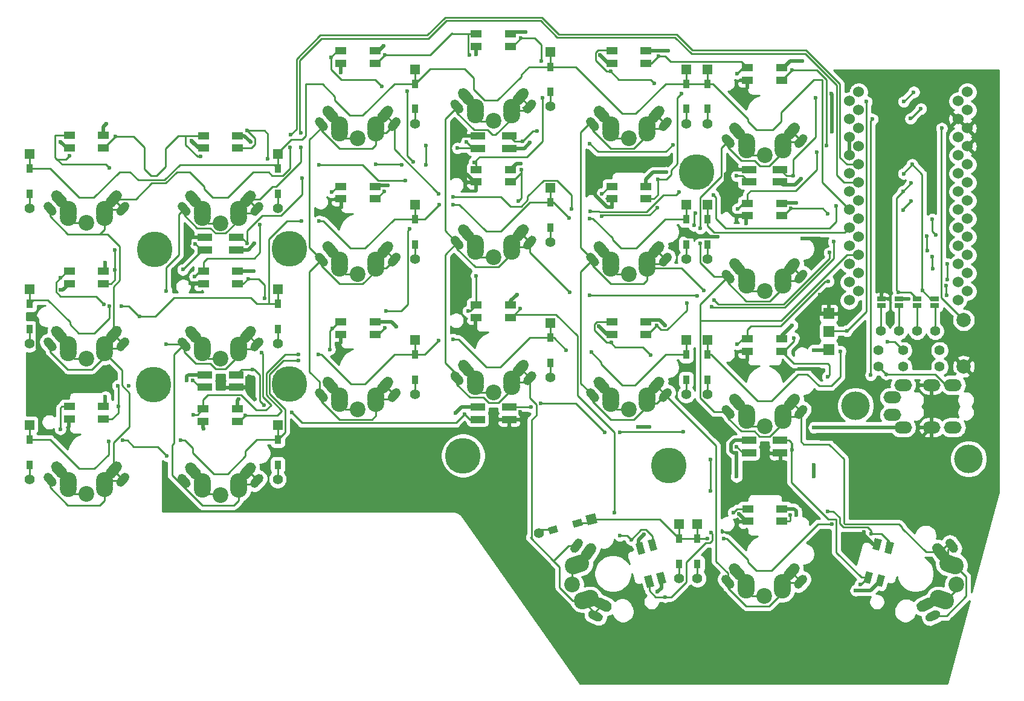
<source format=gbr>
G04 #@! TF.GenerationSoftware,KiCad,Pcbnew,5.1.9*
G04 #@! TF.CreationDate,2021-03-14T11:22:16+01:00*
G04 #@! TF.ProjectId,thorne-classic,74686f72-6e65-42d6-936c-61737369632e,1.1*
G04 #@! TF.SameCoordinates,Original*
G04 #@! TF.FileFunction,Copper,L2,Bot*
G04 #@! TF.FilePolarity,Positive*
%FSLAX46Y46*%
G04 Gerber Fmt 4.6, Leading zero omitted, Abs format (unit mm)*
G04 Created by KiCad (PCBNEW 5.1.9) date 2021-03-14 11:22:16*
%MOMM*%
%LPD*%
G01*
G04 APERTURE LIST*
G04 #@! TA.AperFunction,ComponentPad*
%ADD10C,1.524000*%
G04 #@! TD*
G04 #@! TA.AperFunction,ComponentPad*
%ADD11C,2.400000*%
G04 #@! TD*
G04 #@! TA.AperFunction,ComponentPad*
%ADD12C,2.200000*%
G04 #@! TD*
G04 #@! TA.AperFunction,ComponentPad*
%ADD13C,1.397000*%
G04 #@! TD*
G04 #@! TA.AperFunction,ComponentPad*
%ADD14R,1.397000X1.397000*%
G04 #@! TD*
G04 #@! TA.AperFunction,SMDPad,CuDef*
%ADD15R,0.950000X1.300000*%
G04 #@! TD*
G04 #@! TA.AperFunction,ComponentPad*
%ADD16C,5.000000*%
G04 #@! TD*
G04 #@! TA.AperFunction,SMDPad,CuDef*
%ADD17R,2.000000X1.000000*%
G04 #@! TD*
G04 #@! TA.AperFunction,SMDPad,CuDef*
%ADD18R,1.600000X1.000000*%
G04 #@! TD*
G04 #@! TA.AperFunction,SMDPad,CuDef*
%ADD19C,0.100000*%
G04 #@! TD*
G04 #@! TA.AperFunction,ComponentPad*
%ADD20C,0.100000*%
G04 #@! TD*
G04 #@! TA.AperFunction,ComponentPad*
%ADD21O,2.500000X1.700000*%
G04 #@! TD*
G04 #@! TA.AperFunction,SMDPad,CuDef*
%ADD22R,1.143000X0.635000*%
G04 #@! TD*
G04 #@! TA.AperFunction,SMDPad,CuDef*
%ADD23R,1.524000X1.524000*%
G04 #@! TD*
G04 #@! TA.AperFunction,ComponentPad*
%ADD24C,4.000000*%
G04 #@! TD*
G04 #@! TA.AperFunction,ComponentPad*
%ADD25C,2.000000*%
G04 #@! TD*
G04 #@! TA.AperFunction,ViaPad*
%ADD26C,0.600000*%
G04 #@! TD*
G04 #@! TA.AperFunction,Conductor*
%ADD27C,0.250000*%
G04 #@! TD*
G04 #@! TA.AperFunction,Conductor*
%ADD28C,0.500000*%
G04 #@! TD*
G04 #@! TA.AperFunction,Conductor*
%ADD29C,0.254000*%
G04 #@! TD*
G04 #@! TA.AperFunction,Conductor*
%ADD30C,0.100000*%
G04 #@! TD*
G04 APERTURE END LIST*
D10*
X191380000Y-73042000D03*
X191380000Y-75582000D03*
X191380000Y-78122000D03*
X191380000Y-80662000D03*
X191380000Y-83202000D03*
X191380000Y-85742000D03*
X191380000Y-88282000D03*
X191380000Y-90822000D03*
X191380000Y-93362000D03*
X191380000Y-95902000D03*
X191380000Y-98442000D03*
X191380000Y-100982000D03*
X176140000Y-100982000D03*
X176140000Y-98442000D03*
X176140000Y-95902000D03*
X176140000Y-93362000D03*
X176140000Y-90822000D03*
X176140000Y-88282000D03*
X176140000Y-85742000D03*
X176140000Y-83202000D03*
X176140000Y-80662000D03*
X176140000Y-78122000D03*
X176140000Y-75582000D03*
X176140000Y-73042000D03*
X192686400Y-71772000D03*
X192686400Y-74312000D03*
X192686400Y-76852000D03*
X192686400Y-79392000D03*
X192686400Y-81932000D03*
X192686400Y-84472000D03*
X192686400Y-87012000D03*
X192686400Y-89552000D03*
X192686400Y-92092000D03*
X192686400Y-94632000D03*
X192686400Y-97172000D03*
X192686400Y-99712000D03*
X177466400Y-99712000D03*
X177466400Y-97172000D03*
X177466400Y-94632000D03*
X177466400Y-92092000D03*
X177466400Y-89552000D03*
X177466400Y-87012000D03*
X177466400Y-84472000D03*
X177466400Y-81932000D03*
X177466400Y-79392000D03*
X177466400Y-76852000D03*
X177466400Y-74312000D03*
X177466400Y-71772000D03*
D11*
X139339657Y-142924107D03*
X139822619Y-142794699D03*
X138507817Y-137887795D03*
X138024855Y-138017203D03*
G04 #@! TA.AperFunction,ComponentPad*
G36*
G01*
X138786362Y-137430006D02*
X138786362Y-137430006D01*
G75*
G02*
X138596041Y-136350641I444522J634843D01*
G01*
X139313011Y-135326701D01*
G75*
G02*
X140392376Y-135136380I634843J-444522D01*
G01*
X140392376Y-135136380D01*
G75*
G02*
X140582697Y-136215745I-444522J-634843D01*
G01*
X139865727Y-137239685D01*
G75*
G02*
X138786362Y-137430006I-634843J444522D01*
G01*
G37*
G04 #@! TD.AperFunction*
X138779419Y-143074222D03*
G04 #@! TA.AperFunction,ComponentPad*
G36*
G01*
X142830402Y-144235213D02*
X142830402Y-144235213D01*
G75*
G02*
X141800484Y-144610073I-702389J327529D01*
G01*
X140667600Y-144081801D01*
G75*
G02*
X140292740Y-143051883I327529J702389D01*
G01*
X140292740Y-143051883D01*
G75*
G02*
X141322658Y-142677023I702389J-327529D01*
G01*
X142455542Y-143205295D01*
G75*
G02*
X142830402Y-144235213I-327529J-702389D01*
G01*
G37*
G04 #@! TD.AperFunction*
X137464618Y-138167319D03*
D12*
X137329960Y-140833002D03*
G04 #@! TA.AperFunction,ComponentPad*
G36*
G01*
X141578726Y-145706466D02*
X141578726Y-145706466D01*
G75*
G02*
X140748148Y-146008772I-566442J264136D01*
G01*
X139887156Y-145607284D01*
G75*
G02*
X139584850Y-144776706I264136J566442D01*
G01*
X139584850Y-144776706D01*
G75*
G02*
X140415428Y-144474400I566442J-264136D01*
G01*
X141276420Y-144875888D01*
G75*
G02*
X141578726Y-145706466I-264136J-566442D01*
G01*
G37*
G04 #@! TD.AperFunction*
G04 #@! TA.AperFunction,ComponentPad*
G36*
G01*
X137310900Y-136290210D02*
X137310900Y-136290210D01*
G75*
G02*
X137157415Y-135419755I358485J511970D01*
G01*
X137702313Y-134641561D01*
G75*
G02*
X138572768Y-134488076I511970J-358485D01*
G01*
X138572768Y-134488076D01*
G75*
G02*
X138726253Y-135358531I-358485J-511970D01*
G01*
X138181355Y-136136725D01*
G75*
G02*
X137310900Y-136290210I-511970J358485D01*
G01*
G37*
G04 #@! TD.AperFunction*
D13*
X134280000Y-92810000D03*
D14*
X134280000Y-85190000D03*
D15*
X134280000Y-87225000D03*
X134280000Y-90775000D03*
D16*
X122030000Y-122750000D03*
D11*
X147820000Y-76875000D03*
X147820000Y-76375000D03*
X142740000Y-76375000D03*
X142740000Y-76875000D03*
G04 #@! TA.AperFunction,ComponentPad*
G36*
G01*
X142369902Y-75987462D02*
X142369902Y-75987462D01*
G75*
G02*
X141278058Y-75891938I-498160J593684D01*
G01*
X140474574Y-74934382D01*
G75*
G02*
X140570098Y-73842538I593684J498160D01*
G01*
X140570098Y-73842538D01*
G75*
G02*
X141661942Y-73938062I498160J-593684D01*
G01*
X142465426Y-74895618D01*
G75*
G02*
X142369902Y-75987462I-593684J-498160D01*
G01*
G37*
G04 #@! TD.AperFunction*
X147820000Y-77455000D03*
G04 #@! TA.AperFunction,ComponentPad*
G36*
G01*
X149989902Y-73842538D02*
X149989902Y-73842538D01*
G75*
G02*
X150085426Y-74934382I-498160J-593684D01*
G01*
X149281942Y-75891938D01*
G75*
G02*
X148190098Y-75987462I-593684J498160D01*
G01*
X148190098Y-75987462D01*
G75*
G02*
X148094574Y-74895618I498160J593684D01*
G01*
X148898058Y-73938062D01*
G75*
G02*
X149989902Y-73842538I593684J-498160D01*
G01*
G37*
G04 #@! TD.AperFunction*
X142740000Y-77455000D03*
D12*
X145280000Y-78275000D03*
G04 #@! TA.AperFunction,ComponentPad*
G36*
G01*
X151087066Y-75432351D02*
X151087066Y-75432351D01*
G75*
G02*
X151164102Y-76312871I-401742J-478778D01*
G01*
X150553454Y-77040613D01*
G75*
G02*
X149672934Y-77117649I-478778J401742D01*
G01*
X149672934Y-77117649D01*
G75*
G02*
X149595898Y-76237129I401742J478778D01*
G01*
X150206546Y-75509387D01*
G75*
G02*
X151087066Y-75432351I478778J-401742D01*
G01*
G37*
G04 #@! TD.AperFunction*
G04 #@! TA.AperFunction,ComponentPad*
G36*
G01*
X140887066Y-77117649D02*
X140887066Y-77117649D01*
G75*
G02*
X140006546Y-77040613I-401742J478778D01*
G01*
X139395898Y-76312871D01*
G75*
G02*
X139472934Y-75432351I478778J401742D01*
G01*
X139472934Y-75432351D01*
G75*
G02*
X140353454Y-75509387I401742J-478778D01*
G01*
X140964102Y-76237129D01*
G75*
G02*
X140887066Y-77117649I-478778J-401742D01*
G01*
G37*
G04 #@! TD.AperFunction*
D11*
X90580000Y-88765000D03*
X90580000Y-88265000D03*
X85500000Y-88265000D03*
X85500000Y-88765000D03*
G04 #@! TA.AperFunction,ComponentPad*
G36*
G01*
X85129902Y-87877462D02*
X85129902Y-87877462D01*
G75*
G02*
X84038058Y-87781938I-498160J593684D01*
G01*
X83234574Y-86824382D01*
G75*
G02*
X83330098Y-85732538I593684J498160D01*
G01*
X83330098Y-85732538D01*
G75*
G02*
X84421942Y-85828062I498160J-593684D01*
G01*
X85225426Y-86785618D01*
G75*
G02*
X85129902Y-87877462I-593684J-498160D01*
G01*
G37*
G04 #@! TD.AperFunction*
X90580000Y-89345000D03*
G04 #@! TA.AperFunction,ComponentPad*
G36*
G01*
X92749902Y-85732538D02*
X92749902Y-85732538D01*
G75*
G02*
X92845426Y-86824382I-498160J-593684D01*
G01*
X92041942Y-87781938D01*
G75*
G02*
X90950098Y-87877462I-593684J498160D01*
G01*
X90950098Y-87877462D01*
G75*
G02*
X90854574Y-86785618I498160J593684D01*
G01*
X91658058Y-85828062D01*
G75*
G02*
X92749902Y-85732538I593684J-498160D01*
G01*
G37*
G04 #@! TD.AperFunction*
X85500000Y-89345000D03*
D12*
X88040000Y-90165000D03*
G04 #@! TA.AperFunction,ComponentPad*
G36*
G01*
X93847066Y-87322351D02*
X93847066Y-87322351D01*
G75*
G02*
X93924102Y-88202871I-401742J-478778D01*
G01*
X93313454Y-88930613D01*
G75*
G02*
X92432934Y-89007649I-478778J401742D01*
G01*
X92432934Y-89007649D01*
G75*
G02*
X92355898Y-88127129I401742J478778D01*
G01*
X92966546Y-87399387D01*
G75*
G02*
X93847066Y-87322351I478778J-401742D01*
G01*
G37*
G04 #@! TD.AperFunction*
G04 #@! TA.AperFunction,ComponentPad*
G36*
G01*
X83647066Y-89007649D02*
X83647066Y-89007649D01*
G75*
G02*
X82766546Y-88930613I-401742J478778D01*
G01*
X82155898Y-88202871D01*
G75*
G02*
X82232934Y-87322351I478778J401742D01*
G01*
X82232934Y-87322351D01*
G75*
G02*
X83113454Y-87399387I401742J-478778D01*
G01*
X83724102Y-88127129D01*
G75*
G02*
X83647066Y-89007649I-478778J-401742D01*
G01*
G37*
G04 #@! TD.AperFunction*
D17*
X85830000Y-113155000D03*
X85830000Y-111405000D03*
X90230000Y-111405000D03*
X90230000Y-113155000D03*
D13*
X154880000Y-139980000D03*
D14*
X154880000Y-132360000D03*
D15*
X154880000Y-134395000D03*
X154880000Y-137945000D03*
D18*
X161932180Y-131955386D03*
X161932180Y-130205386D03*
X166732180Y-130205386D03*
X166732180Y-131955386D03*
D16*
X78660000Y-112790000D03*
D18*
X85610000Y-117965000D03*
X85610000Y-116215000D03*
X90410000Y-116215000D03*
X90410000Y-117965000D03*
D17*
X128480000Y-77925000D03*
X128480000Y-79675000D03*
X124080000Y-79675000D03*
X124080000Y-77925000D03*
D13*
X96040000Y-88075000D03*
D14*
X96040000Y-80455000D03*
D15*
X96040000Y-82490000D03*
X96040000Y-86040000D03*
D18*
X104880000Y-86750000D03*
X104880000Y-85000000D03*
X109680000Y-85000000D03*
X109680000Y-86750000D03*
D13*
X115280000Y-95185000D03*
D14*
X115280000Y-87565000D03*
D15*
X115280000Y-89600000D03*
X115280000Y-93150000D03*
D18*
X123880000Y-65375000D03*
X123880000Y-63625000D03*
X128680000Y-63625000D03*
X128680000Y-65375000D03*
X66850000Y-98620000D03*
X66850000Y-96870000D03*
X71650000Y-96870000D03*
X71650000Y-98620000D03*
D13*
X152270000Y-139980000D03*
D14*
X152270000Y-132360000D03*
D15*
X152270000Y-134395000D03*
X152270000Y-137945000D03*
D13*
X153280000Y-114185000D03*
D14*
X153280000Y-106565000D03*
D15*
X153280000Y-108600000D03*
X153280000Y-112150000D03*
D11*
X71790000Y-88745000D03*
X71790000Y-88245000D03*
X66710000Y-88245000D03*
X66710000Y-88745000D03*
G04 #@! TA.AperFunction,ComponentPad*
G36*
G01*
X66339902Y-87857462D02*
X66339902Y-87857462D01*
G75*
G02*
X65248058Y-87761938I-498160J593684D01*
G01*
X64444574Y-86804382D01*
G75*
G02*
X64540098Y-85712538I593684J498160D01*
G01*
X64540098Y-85712538D01*
G75*
G02*
X65631942Y-85808062I498160J-593684D01*
G01*
X66435426Y-86765618D01*
G75*
G02*
X66339902Y-87857462I-593684J-498160D01*
G01*
G37*
G04 #@! TD.AperFunction*
X71790000Y-89325000D03*
G04 #@! TA.AperFunction,ComponentPad*
G36*
G01*
X73959902Y-85712538D02*
X73959902Y-85712538D01*
G75*
G02*
X74055426Y-86804382I-498160J-593684D01*
G01*
X73251942Y-87761938D01*
G75*
G02*
X72160098Y-87857462I-593684J498160D01*
G01*
X72160098Y-87857462D01*
G75*
G02*
X72064574Y-86765618I498160J593684D01*
G01*
X72868058Y-85808062D01*
G75*
G02*
X73959902Y-85712538I593684J-498160D01*
G01*
G37*
G04 #@! TD.AperFunction*
X66710000Y-89325000D03*
D12*
X69250000Y-90145000D03*
G04 #@! TA.AperFunction,ComponentPad*
G36*
G01*
X75057066Y-87302351D02*
X75057066Y-87302351D01*
G75*
G02*
X75134102Y-88182871I-401742J-478778D01*
G01*
X74523454Y-88910613D01*
G75*
G02*
X73642934Y-88987649I-478778J401742D01*
G01*
X73642934Y-88987649D01*
G75*
G02*
X73565898Y-88107129I401742J478778D01*
G01*
X74176546Y-87379387D01*
G75*
G02*
X75057066Y-87302351I478778J-401742D01*
G01*
G37*
G04 #@! TD.AperFunction*
G04 #@! TA.AperFunction,ComponentPad*
G36*
G01*
X64857066Y-88987649D02*
X64857066Y-88987649D01*
G75*
G02*
X63976546Y-88910613I-401742J478778D01*
G01*
X63365898Y-88182871D01*
G75*
G02*
X63442934Y-87302351I478778J401742D01*
G01*
X63442934Y-87302351D01*
G75*
G02*
X64323454Y-87379387I401742J-478778D01*
G01*
X64934102Y-88107129D01*
G75*
G02*
X64857066Y-88987649I-478778J-401742D01*
G01*
G37*
G04 #@! TD.AperFunction*
D11*
X147820000Y-114875000D03*
X147820000Y-114375000D03*
X142740000Y-114375000D03*
X142740000Y-114875000D03*
G04 #@! TA.AperFunction,ComponentPad*
G36*
G01*
X142369902Y-113987462D02*
X142369902Y-113987462D01*
G75*
G02*
X141278058Y-113891938I-498160J593684D01*
G01*
X140474574Y-112934382D01*
G75*
G02*
X140570098Y-111842538I593684J498160D01*
G01*
X140570098Y-111842538D01*
G75*
G02*
X141661942Y-111938062I498160J-593684D01*
G01*
X142465426Y-112895618D01*
G75*
G02*
X142369902Y-113987462I-593684J-498160D01*
G01*
G37*
G04 #@! TD.AperFunction*
X147820000Y-115455000D03*
G04 #@! TA.AperFunction,ComponentPad*
G36*
G01*
X149989902Y-111842538D02*
X149989902Y-111842538D01*
G75*
G02*
X150085426Y-112934382I-498160J-593684D01*
G01*
X149281942Y-113891938D01*
G75*
G02*
X148190098Y-113987462I-593684J498160D01*
G01*
X148190098Y-113987462D01*
G75*
G02*
X148094574Y-112895618I498160J593684D01*
G01*
X148898058Y-111938062D01*
G75*
G02*
X149989902Y-111842538I593684J-498160D01*
G01*
G37*
G04 #@! TD.AperFunction*
X142740000Y-115455000D03*
D12*
X145280000Y-116275000D03*
G04 #@! TA.AperFunction,ComponentPad*
G36*
G01*
X151087066Y-113432351D02*
X151087066Y-113432351D01*
G75*
G02*
X151164102Y-114312871I-401742J-478778D01*
G01*
X150553454Y-115040613D01*
G75*
G02*
X149672934Y-115117649I-478778J401742D01*
G01*
X149672934Y-115117649D01*
G75*
G02*
X149595898Y-114237129I401742J478778D01*
G01*
X150206546Y-113509387D01*
G75*
G02*
X151087066Y-113432351I478778J-401742D01*
G01*
G37*
G04 #@! TD.AperFunction*
G04 #@! TA.AperFunction,ComponentPad*
G36*
G01*
X140887066Y-115117649D02*
X140887066Y-115117649D01*
G75*
G02*
X140006546Y-115040613I-401742J478778D01*
G01*
X139395898Y-114312871D01*
G75*
G02*
X139472934Y-113432351I478778J401742D01*
G01*
X139472934Y-113432351D01*
G75*
G02*
X140353454Y-113509387I401742J-478778D01*
G01*
X140964102Y-114237129D01*
G75*
G02*
X140887066Y-115117649I-478778J-401742D01*
G01*
G37*
G04 #@! TD.AperFunction*
D11*
X71790000Y-126745000D03*
X71790000Y-126245000D03*
X66710000Y-126245000D03*
X66710000Y-126745000D03*
G04 #@! TA.AperFunction,ComponentPad*
G36*
G01*
X66339902Y-125857462D02*
X66339902Y-125857462D01*
G75*
G02*
X65248058Y-125761938I-498160J593684D01*
G01*
X64444574Y-124804382D01*
G75*
G02*
X64540098Y-123712538I593684J498160D01*
G01*
X64540098Y-123712538D01*
G75*
G02*
X65631942Y-123808062I498160J-593684D01*
G01*
X66435426Y-124765618D01*
G75*
G02*
X66339902Y-125857462I-593684J-498160D01*
G01*
G37*
G04 #@! TD.AperFunction*
X71790000Y-127325000D03*
G04 #@! TA.AperFunction,ComponentPad*
G36*
G01*
X73959902Y-123712538D02*
X73959902Y-123712538D01*
G75*
G02*
X74055426Y-124804382I-498160J-593684D01*
G01*
X73251942Y-125761938D01*
G75*
G02*
X72160098Y-125857462I-593684J498160D01*
G01*
X72160098Y-125857462D01*
G75*
G02*
X72064574Y-124765618I498160J593684D01*
G01*
X72868058Y-123808062D01*
G75*
G02*
X73959902Y-123712538I593684J-498160D01*
G01*
G37*
G04 #@! TD.AperFunction*
X66710000Y-127325000D03*
D12*
X69250000Y-128145000D03*
G04 #@! TA.AperFunction,ComponentPad*
G36*
G01*
X75057066Y-125302351D02*
X75057066Y-125302351D01*
G75*
G02*
X75134102Y-126182871I-401742J-478778D01*
G01*
X74523454Y-126910613D01*
G75*
G02*
X73642934Y-126987649I-478778J401742D01*
G01*
X73642934Y-126987649D01*
G75*
G02*
X73565898Y-126107129I401742J478778D01*
G01*
X74176546Y-125379387D01*
G75*
G02*
X75057066Y-125302351I478778J-401742D01*
G01*
G37*
G04 #@! TD.AperFunction*
G04 #@! TA.AperFunction,ComponentPad*
G36*
G01*
X64857066Y-126987649D02*
X64857066Y-126987649D01*
G75*
G02*
X63976546Y-126910613I-401742J478778D01*
G01*
X63365898Y-126182871D01*
G75*
G02*
X63442934Y-125302351I478778J401742D01*
G01*
X63442934Y-125302351D01*
G75*
G02*
X64323454Y-125379387I401742J-478778D01*
G01*
X64934102Y-126107129D01*
G75*
G02*
X64857066Y-126987649I-478778J-401742D01*
G01*
G37*
G04 #@! TD.AperFunction*
D11*
X90570000Y-126900000D03*
X90570000Y-126400000D03*
X85490000Y-126400000D03*
X85490000Y-126900000D03*
G04 #@! TA.AperFunction,ComponentPad*
G36*
G01*
X85119902Y-126012462D02*
X85119902Y-126012462D01*
G75*
G02*
X84028058Y-125916938I-498160J593684D01*
G01*
X83224574Y-124959382D01*
G75*
G02*
X83320098Y-123867538I593684J498160D01*
G01*
X83320098Y-123867538D01*
G75*
G02*
X84411942Y-123963062I498160J-593684D01*
G01*
X85215426Y-124920618D01*
G75*
G02*
X85119902Y-126012462I-593684J-498160D01*
G01*
G37*
G04 #@! TD.AperFunction*
X90570000Y-127480000D03*
G04 #@! TA.AperFunction,ComponentPad*
G36*
G01*
X92739902Y-123867538D02*
X92739902Y-123867538D01*
G75*
G02*
X92835426Y-124959382I-498160J-593684D01*
G01*
X92031942Y-125916938D01*
G75*
G02*
X90940098Y-126012462I-593684J498160D01*
G01*
X90940098Y-126012462D01*
G75*
G02*
X90844574Y-124920618I498160J593684D01*
G01*
X91648058Y-123963062D01*
G75*
G02*
X92739902Y-123867538I593684J-498160D01*
G01*
G37*
G04 #@! TD.AperFunction*
X85490000Y-127480000D03*
D12*
X88030000Y-128300000D03*
G04 #@! TA.AperFunction,ComponentPad*
G36*
G01*
X93837066Y-125457351D02*
X93837066Y-125457351D01*
G75*
G02*
X93914102Y-126337871I-401742J-478778D01*
G01*
X93303454Y-127065613D01*
G75*
G02*
X92422934Y-127142649I-478778J401742D01*
G01*
X92422934Y-127142649D01*
G75*
G02*
X92345898Y-126262129I401742J478778D01*
G01*
X92956546Y-125534387D01*
G75*
G02*
X93837066Y-125457351I478778J-401742D01*
G01*
G37*
G04 #@! TD.AperFunction*
G04 #@! TA.AperFunction,ComponentPad*
G36*
G01*
X83637066Y-127142649D02*
X83637066Y-127142649D01*
G75*
G02*
X82756546Y-127065613I-401742J478778D01*
G01*
X82145898Y-126337871D01*
G75*
G02*
X82222934Y-125457351I478778J401742D01*
G01*
X82222934Y-125457351D01*
G75*
G02*
X83103454Y-125534387I401742J-478778D01*
G01*
X83714102Y-126262129D01*
G75*
G02*
X83637066Y-127142649I-478778J-401742D01*
G01*
G37*
G04 #@! TD.AperFunction*
D13*
X115280000Y-76185000D03*
D14*
X115280000Y-68565000D03*
D15*
X115280000Y-70600000D03*
X115280000Y-74150000D03*
D16*
X150880000Y-124120000D03*
D18*
X142880000Y-105750000D03*
X142880000Y-104000000D03*
X147680000Y-104000000D03*
X147680000Y-105750000D03*
D16*
X78800000Y-93810000D03*
D18*
X142880000Y-86750000D03*
X142880000Y-85000000D03*
X147680000Y-85000000D03*
X147680000Y-86750000D03*
D13*
X153280000Y-76185000D03*
D14*
X153280000Y-68565000D03*
D15*
X153280000Y-70600000D03*
X153280000Y-74150000D03*
D13*
X96040000Y-126075000D03*
D14*
X96040000Y-118455000D03*
D15*
X96040000Y-120490000D03*
X96040000Y-124040000D03*
D13*
X156280000Y-114185000D03*
D14*
X156280000Y-106565000D03*
D15*
X156280000Y-108600000D03*
X156280000Y-112150000D03*
D11*
X128820000Y-112500000D03*
X128820000Y-112000000D03*
X123740000Y-112000000D03*
X123740000Y-112500000D03*
G04 #@! TA.AperFunction,ComponentPad*
G36*
G01*
X123369902Y-111612462D02*
X123369902Y-111612462D01*
G75*
G02*
X122278058Y-111516938I-498160J593684D01*
G01*
X121474574Y-110559382D01*
G75*
G02*
X121570098Y-109467538I593684J498160D01*
G01*
X121570098Y-109467538D01*
G75*
G02*
X122661942Y-109563062I498160J-593684D01*
G01*
X123465426Y-110520618D01*
G75*
G02*
X123369902Y-111612462I-593684J-498160D01*
G01*
G37*
G04 #@! TD.AperFunction*
X128820000Y-113080000D03*
G04 #@! TA.AperFunction,ComponentPad*
G36*
G01*
X130989902Y-109467538D02*
X130989902Y-109467538D01*
G75*
G02*
X131085426Y-110559382I-498160J-593684D01*
G01*
X130281942Y-111516938D01*
G75*
G02*
X129190098Y-111612462I-593684J498160D01*
G01*
X129190098Y-111612462D01*
G75*
G02*
X129094574Y-110520618I498160J593684D01*
G01*
X129898058Y-109563062D01*
G75*
G02*
X130989902Y-109467538I593684J-498160D01*
G01*
G37*
G04 #@! TD.AperFunction*
X123740000Y-113080000D03*
D12*
X126280000Y-113900000D03*
G04 #@! TA.AperFunction,ComponentPad*
G36*
G01*
X132087066Y-111057351D02*
X132087066Y-111057351D01*
G75*
G02*
X132164102Y-111937871I-401742J-478778D01*
G01*
X131553454Y-112665613D01*
G75*
G02*
X130672934Y-112742649I-478778J401742D01*
G01*
X130672934Y-112742649D01*
G75*
G02*
X130595898Y-111862129I401742J478778D01*
G01*
X131206546Y-111134387D01*
G75*
G02*
X132087066Y-111057351I478778J-401742D01*
G01*
G37*
G04 #@! TD.AperFunction*
G04 #@! TA.AperFunction,ComponentPad*
G36*
G01*
X121887066Y-112742649D02*
X121887066Y-112742649D01*
G75*
G02*
X121006546Y-112665613I-401742J478778D01*
G01*
X120395898Y-111937871D01*
G75*
G02*
X120472934Y-111057351I478778J401742D01*
G01*
X120472934Y-111057351D01*
G75*
G02*
X121353454Y-111134387I401742J-478778D01*
G01*
X121964102Y-111862129D01*
G75*
G02*
X121887066Y-112742649I-478778J-401742D01*
G01*
G37*
G04 #@! TD.AperFunction*
D16*
X97710000Y-112740000D03*
D11*
X147820000Y-95875000D03*
X147820000Y-95375000D03*
X142740000Y-95375000D03*
X142740000Y-95875000D03*
G04 #@! TA.AperFunction,ComponentPad*
G36*
G01*
X142369902Y-94987462D02*
X142369902Y-94987462D01*
G75*
G02*
X141278058Y-94891938I-498160J593684D01*
G01*
X140474574Y-93934382D01*
G75*
G02*
X140570098Y-92842538I593684J498160D01*
G01*
X140570098Y-92842538D01*
G75*
G02*
X141661942Y-92938062I498160J-593684D01*
G01*
X142465426Y-93895618D01*
G75*
G02*
X142369902Y-94987462I-593684J-498160D01*
G01*
G37*
G04 #@! TD.AperFunction*
X147820000Y-96455000D03*
G04 #@! TA.AperFunction,ComponentPad*
G36*
G01*
X149989902Y-92842538D02*
X149989902Y-92842538D01*
G75*
G02*
X150085426Y-93934382I-498160J-593684D01*
G01*
X149281942Y-94891938D01*
G75*
G02*
X148190098Y-94987462I-593684J498160D01*
G01*
X148190098Y-94987462D01*
G75*
G02*
X148094574Y-93895618I498160J593684D01*
G01*
X148898058Y-92938062D01*
G75*
G02*
X149989902Y-92842538I593684J-498160D01*
G01*
G37*
G04 #@! TD.AperFunction*
X142740000Y-96455000D03*
D12*
X145280000Y-97275000D03*
G04 #@! TA.AperFunction,ComponentPad*
G36*
G01*
X151087066Y-94432351D02*
X151087066Y-94432351D01*
G75*
G02*
X151164102Y-95312871I-401742J-478778D01*
G01*
X150553454Y-96040613D01*
G75*
G02*
X149672934Y-96117649I-478778J401742D01*
G01*
X149672934Y-96117649D01*
G75*
G02*
X149595898Y-95237129I401742J478778D01*
G01*
X150206546Y-94509387D01*
G75*
G02*
X151087066Y-94432351I478778J-401742D01*
G01*
G37*
G04 #@! TD.AperFunction*
G04 #@! TA.AperFunction,ComponentPad*
G36*
G01*
X140887066Y-96117649D02*
X140887066Y-96117649D01*
G75*
G02*
X140006546Y-96040613I-401742J478778D01*
G01*
X139395898Y-95312871D01*
G75*
G02*
X139472934Y-94432351I478778J401742D01*
G01*
X139472934Y-94432351D01*
G75*
G02*
X140353454Y-94509387I401742J-478778D01*
G01*
X140964102Y-95237129D01*
G75*
G02*
X140887066Y-96117649I-478778J-401742D01*
G01*
G37*
G04 #@! TD.AperFunction*
D11*
X128810000Y-74400000D03*
X128810000Y-73900000D03*
X123730000Y-73900000D03*
X123730000Y-74400000D03*
G04 #@! TA.AperFunction,ComponentPad*
G36*
G01*
X123359902Y-73512462D02*
X123359902Y-73512462D01*
G75*
G02*
X122268058Y-73416938I-498160J593684D01*
G01*
X121464574Y-72459382D01*
G75*
G02*
X121560098Y-71367538I593684J498160D01*
G01*
X121560098Y-71367538D01*
G75*
G02*
X122651942Y-71463062I498160J-593684D01*
G01*
X123455426Y-72420618D01*
G75*
G02*
X123359902Y-73512462I-593684J-498160D01*
G01*
G37*
G04 #@! TD.AperFunction*
X128810000Y-74980000D03*
G04 #@! TA.AperFunction,ComponentPad*
G36*
G01*
X130979902Y-71367538D02*
X130979902Y-71367538D01*
G75*
G02*
X131075426Y-72459382I-498160J-593684D01*
G01*
X130271942Y-73416938D01*
G75*
G02*
X129180098Y-73512462I-593684J498160D01*
G01*
X129180098Y-73512462D01*
G75*
G02*
X129084574Y-72420618I498160J593684D01*
G01*
X129888058Y-71463062D01*
G75*
G02*
X130979902Y-71367538I593684J-498160D01*
G01*
G37*
G04 #@! TD.AperFunction*
X123730000Y-74980000D03*
D12*
X126270000Y-75800000D03*
G04 #@! TA.AperFunction,ComponentPad*
G36*
G01*
X132077066Y-72957351D02*
X132077066Y-72957351D01*
G75*
G02*
X132154102Y-73837871I-401742J-478778D01*
G01*
X131543454Y-74565613D01*
G75*
G02*
X130662934Y-74642649I-478778J401742D01*
G01*
X130662934Y-74642649D01*
G75*
G02*
X130585898Y-73762129I401742J478778D01*
G01*
X131196546Y-73034387D01*
G75*
G02*
X132077066Y-72957351I478778J-401742D01*
G01*
G37*
G04 #@! TD.AperFunction*
G04 #@! TA.AperFunction,ComponentPad*
G36*
G01*
X121877066Y-74642649D02*
X121877066Y-74642649D01*
G75*
G02*
X120996546Y-74565613I-401742J478778D01*
G01*
X120385898Y-73837871D01*
G75*
G02*
X120462934Y-72957351I478778J401742D01*
G01*
X120462934Y-72957351D01*
G75*
G02*
X121343454Y-73034387I401742J-478778D01*
G01*
X121954102Y-73762129D01*
G75*
G02*
X121877066Y-74642649I-478778J-401742D01*
G01*
G37*
G04 #@! TD.AperFunction*
D13*
X115280000Y-114185000D03*
D14*
X115280000Y-106565000D03*
D15*
X115280000Y-108600000D03*
X115280000Y-112150000D03*
D18*
X85640000Y-98640000D03*
X85640000Y-96890000D03*
X90440000Y-96890000D03*
X90440000Y-98640000D03*
D11*
X90580000Y-107765000D03*
X90580000Y-107265000D03*
X85500000Y-107265000D03*
X85500000Y-107765000D03*
G04 #@! TA.AperFunction,ComponentPad*
G36*
G01*
X85129902Y-106877462D02*
X85129902Y-106877462D01*
G75*
G02*
X84038058Y-106781938I-498160J593684D01*
G01*
X83234574Y-105824382D01*
G75*
G02*
X83330098Y-104732538I593684J498160D01*
G01*
X83330098Y-104732538D01*
G75*
G02*
X84421942Y-104828062I498160J-593684D01*
G01*
X85225426Y-105785618D01*
G75*
G02*
X85129902Y-106877462I-593684J-498160D01*
G01*
G37*
G04 #@! TD.AperFunction*
X90580000Y-108345000D03*
G04 #@! TA.AperFunction,ComponentPad*
G36*
G01*
X92749902Y-104732538D02*
X92749902Y-104732538D01*
G75*
G02*
X92845426Y-105824382I-498160J-593684D01*
G01*
X92041942Y-106781938D01*
G75*
G02*
X90950098Y-106877462I-593684J498160D01*
G01*
X90950098Y-106877462D01*
G75*
G02*
X90854574Y-105785618I498160J593684D01*
G01*
X91658058Y-104828062D01*
G75*
G02*
X92749902Y-104732538I593684J-498160D01*
G01*
G37*
G04 #@! TD.AperFunction*
X85500000Y-108345000D03*
D12*
X88040000Y-109165000D03*
G04 #@! TA.AperFunction,ComponentPad*
G36*
G01*
X93847066Y-106322351D02*
X93847066Y-106322351D01*
G75*
G02*
X93924102Y-107202871I-401742J-478778D01*
G01*
X93313454Y-107930613D01*
G75*
G02*
X92432934Y-108007649I-478778J401742D01*
G01*
X92432934Y-108007649D01*
G75*
G02*
X92355898Y-107127129I401742J478778D01*
G01*
X92966546Y-106399387D01*
G75*
G02*
X93847066Y-106322351I478778J-401742D01*
G01*
G37*
G04 #@! TD.AperFunction*
G04 #@! TA.AperFunction,ComponentPad*
G36*
G01*
X83647066Y-108007649D02*
X83647066Y-108007649D01*
G75*
G02*
X82766546Y-107930613I-401742J478778D01*
G01*
X82155898Y-107202871D01*
G75*
G02*
X82232934Y-106322351I478778J401742D01*
G01*
X82232934Y-106322351D01*
G75*
G02*
X83113454Y-106399387I401742J-478778D01*
G01*
X83724102Y-107127129D01*
G75*
G02*
X83647066Y-108007649I-478778J-401742D01*
G01*
G37*
G04 #@! TD.AperFunction*
D11*
X109820000Y-114875000D03*
X109820000Y-114375000D03*
X104740000Y-114375000D03*
X104740000Y-114875000D03*
G04 #@! TA.AperFunction,ComponentPad*
G36*
G01*
X104369902Y-113987462D02*
X104369902Y-113987462D01*
G75*
G02*
X103278058Y-113891938I-498160J593684D01*
G01*
X102474574Y-112934382D01*
G75*
G02*
X102570098Y-111842538I593684J498160D01*
G01*
X102570098Y-111842538D01*
G75*
G02*
X103661942Y-111938062I498160J-593684D01*
G01*
X104465426Y-112895618D01*
G75*
G02*
X104369902Y-113987462I-593684J-498160D01*
G01*
G37*
G04 #@! TD.AperFunction*
X109820000Y-115455000D03*
G04 #@! TA.AperFunction,ComponentPad*
G36*
G01*
X111989902Y-111842538D02*
X111989902Y-111842538D01*
G75*
G02*
X112085426Y-112934382I-498160J-593684D01*
G01*
X111281942Y-113891938D01*
G75*
G02*
X110190098Y-113987462I-593684J498160D01*
G01*
X110190098Y-113987462D01*
G75*
G02*
X110094574Y-112895618I498160J593684D01*
G01*
X110898058Y-111938062D01*
G75*
G02*
X111989902Y-111842538I593684J-498160D01*
G01*
G37*
G04 #@! TD.AperFunction*
X104740000Y-115455000D03*
D12*
X107280000Y-116275000D03*
G04 #@! TA.AperFunction,ComponentPad*
G36*
G01*
X113087066Y-113432351D02*
X113087066Y-113432351D01*
G75*
G02*
X113164102Y-114312871I-401742J-478778D01*
G01*
X112553454Y-115040613D01*
G75*
G02*
X111672934Y-115117649I-478778J401742D01*
G01*
X111672934Y-115117649D01*
G75*
G02*
X111595898Y-114237129I401742J478778D01*
G01*
X112206546Y-113509387D01*
G75*
G02*
X113087066Y-113432351I478778J-401742D01*
G01*
G37*
G04 #@! TD.AperFunction*
G04 #@! TA.AperFunction,ComponentPad*
G36*
G01*
X102887066Y-115117649D02*
X102887066Y-115117649D01*
G75*
G02*
X102006546Y-115040613I-401742J478778D01*
G01*
X101395898Y-114312871D01*
G75*
G02*
X101472934Y-113432351I478778J401742D01*
G01*
X101472934Y-113432351D01*
G75*
G02*
X102353454Y-113509387I401742J-478778D01*
G01*
X102964102Y-114237129D01*
G75*
G02*
X102887066Y-115117649I-478778J-401742D01*
G01*
G37*
G04 #@! TD.AperFunction*
G04 #@! TA.AperFunction,SMDPad,CuDef*
D19*
G36*
X146183631Y-135114914D02*
G01*
X147149557Y-134856095D01*
X147563667Y-136401576D01*
X146597741Y-136660395D01*
X146183631Y-135114914D01*
G37*
G04 #@! TD.AperFunction*
G04 #@! TA.AperFunction,SMDPad,CuDef*
G36*
X147874001Y-134661980D02*
G01*
X148839927Y-134403161D01*
X149254037Y-135948642D01*
X148288111Y-136207461D01*
X147874001Y-134661980D01*
G37*
G04 #@! TD.AperFunction*
G04 #@! TA.AperFunction,SMDPad,CuDef*
G36*
X149116333Y-139298424D02*
G01*
X150082259Y-139039605D01*
X150496369Y-140585086D01*
X149530443Y-140843905D01*
X149116333Y-139298424D01*
G37*
G04 #@! TD.AperFunction*
G04 #@! TA.AperFunction,SMDPad,CuDef*
G36*
X147425963Y-139751358D02*
G01*
X148391889Y-139492539D01*
X148805999Y-141038020D01*
X147840073Y-141296839D01*
X147425963Y-139751358D01*
G37*
G04 #@! TD.AperFunction*
D13*
X134280000Y-111810000D03*
D14*
X134280000Y-104190000D03*
D15*
X134280000Y-106225000D03*
X134280000Y-109775000D03*
D18*
X161880000Y-70125000D03*
X161880000Y-68375000D03*
X166680000Y-68375000D03*
X166680000Y-70125000D03*
D16*
X154780000Y-83000000D03*
D13*
X61250000Y-88055000D03*
D14*
X61250000Y-80435000D03*
D15*
X61250000Y-82470000D03*
X61250000Y-86020000D03*
D13*
X153280000Y-95185000D03*
D14*
X153280000Y-87565000D03*
D15*
X153280000Y-89600000D03*
X153280000Y-93150000D03*
D18*
X161880000Y-108125000D03*
X161880000Y-106375000D03*
X166680000Y-106375000D03*
X166680000Y-108125000D03*
D13*
X156280000Y-76185000D03*
D14*
X156280000Y-68565000D03*
D15*
X156280000Y-70600000D03*
X156280000Y-74150000D03*
D18*
X66850000Y-79620000D03*
X66850000Y-77870000D03*
X71650000Y-77870000D03*
X71650000Y-79620000D03*
D17*
X162080000Y-122375000D03*
X162080000Y-120625000D03*
X166480000Y-120625000D03*
X166480000Y-122375000D03*
X124080000Y-117675000D03*
X124080000Y-115925000D03*
X128480000Y-115925000D03*
X128480000Y-117675000D03*
D18*
X104880000Y-105750000D03*
X104880000Y-104000000D03*
X109680000Y-104000000D03*
X109680000Y-105750000D03*
D13*
X61250000Y-126055000D03*
D14*
X61250000Y-118435000D03*
D15*
X61250000Y-120470000D03*
X61250000Y-124020000D03*
D18*
X66850000Y-117620000D03*
X66850000Y-115870000D03*
X71650000Y-115870000D03*
X71650000Y-117620000D03*
D17*
X166480000Y-82625000D03*
X166480000Y-84375000D03*
X162080000Y-84375000D03*
X162080000Y-82625000D03*
D18*
X123880000Y-84375000D03*
X123880000Y-82625000D03*
X128680000Y-82625000D03*
X128680000Y-84375000D03*
D11*
X128820000Y-93500000D03*
X128820000Y-93000000D03*
X123740000Y-93000000D03*
X123740000Y-93500000D03*
G04 #@! TA.AperFunction,ComponentPad*
G36*
G01*
X123369902Y-92612462D02*
X123369902Y-92612462D01*
G75*
G02*
X122278058Y-92516938I-498160J593684D01*
G01*
X121474574Y-91559382D01*
G75*
G02*
X121570098Y-90467538I593684J498160D01*
G01*
X121570098Y-90467538D01*
G75*
G02*
X122661942Y-90563062I498160J-593684D01*
G01*
X123465426Y-91520618D01*
G75*
G02*
X123369902Y-92612462I-593684J-498160D01*
G01*
G37*
G04 #@! TD.AperFunction*
X128820000Y-94080000D03*
G04 #@! TA.AperFunction,ComponentPad*
G36*
G01*
X130989902Y-90467538D02*
X130989902Y-90467538D01*
G75*
G02*
X131085426Y-91559382I-498160J-593684D01*
G01*
X130281942Y-92516938D01*
G75*
G02*
X129190098Y-92612462I-593684J498160D01*
G01*
X129190098Y-92612462D01*
G75*
G02*
X129094574Y-91520618I498160J593684D01*
G01*
X129898058Y-90563062D01*
G75*
G02*
X130989902Y-90467538I593684J-498160D01*
G01*
G37*
G04 #@! TD.AperFunction*
X123740000Y-94080000D03*
D12*
X126280000Y-94900000D03*
G04 #@! TA.AperFunction,ComponentPad*
G36*
G01*
X132087066Y-92057351D02*
X132087066Y-92057351D01*
G75*
G02*
X132164102Y-92937871I-401742J-478778D01*
G01*
X131553454Y-93665613D01*
G75*
G02*
X130672934Y-93742649I-478778J401742D01*
G01*
X130672934Y-93742649D01*
G75*
G02*
X130595898Y-92862129I401742J478778D01*
G01*
X131206546Y-92134387D01*
G75*
G02*
X132087066Y-92057351I478778J-401742D01*
G01*
G37*
G04 #@! TD.AperFunction*
G04 #@! TA.AperFunction,ComponentPad*
G36*
G01*
X121887066Y-93742649D02*
X121887066Y-93742649D01*
G75*
G02*
X121006546Y-93665613I-401742J478778D01*
G01*
X120395898Y-92937871D01*
G75*
G02*
X120472934Y-92057351I478778J401742D01*
G01*
X120472934Y-92057351D01*
G75*
G02*
X121353454Y-92134387I401742J-478778D01*
G01*
X121964102Y-92862129D01*
G75*
G02*
X121887066Y-93742649I-478778J-401742D01*
G01*
G37*
G04 #@! TD.AperFunction*
D18*
X104880000Y-67750000D03*
X104880000Y-66000000D03*
X109680000Y-66000000D03*
X109680000Y-67750000D03*
X85640000Y-79640000D03*
X85640000Y-77890000D03*
X90440000Y-77890000D03*
X90440000Y-79640000D03*
D13*
X61250000Y-107055000D03*
D14*
X61250000Y-99435000D03*
D15*
X61250000Y-101470000D03*
X61250000Y-105020000D03*
D11*
X109820000Y-76875000D03*
X109820000Y-76375000D03*
X104740000Y-76375000D03*
X104740000Y-76875000D03*
G04 #@! TA.AperFunction,ComponentPad*
G36*
G01*
X104369902Y-75987462D02*
X104369902Y-75987462D01*
G75*
G02*
X103278058Y-75891938I-498160J593684D01*
G01*
X102474574Y-74934382D01*
G75*
G02*
X102570098Y-73842538I593684J498160D01*
G01*
X102570098Y-73842538D01*
G75*
G02*
X103661942Y-73938062I498160J-593684D01*
G01*
X104465426Y-74895618D01*
G75*
G02*
X104369902Y-75987462I-593684J-498160D01*
G01*
G37*
G04 #@! TD.AperFunction*
X109820000Y-77455000D03*
G04 #@! TA.AperFunction,ComponentPad*
G36*
G01*
X111989902Y-73842538D02*
X111989902Y-73842538D01*
G75*
G02*
X112085426Y-74934382I-498160J-593684D01*
G01*
X111281942Y-75891938D01*
G75*
G02*
X110190098Y-75987462I-593684J498160D01*
G01*
X110190098Y-75987462D01*
G75*
G02*
X110094574Y-74895618I498160J593684D01*
G01*
X110898058Y-73938062D01*
G75*
G02*
X111989902Y-73842538I593684J-498160D01*
G01*
G37*
G04 #@! TD.AperFunction*
X104740000Y-77455000D03*
D12*
X107280000Y-78275000D03*
G04 #@! TA.AperFunction,ComponentPad*
G36*
G01*
X113087066Y-75432351D02*
X113087066Y-75432351D01*
G75*
G02*
X113164102Y-76312871I-401742J-478778D01*
G01*
X112553454Y-77040613D01*
G75*
G02*
X111672934Y-77117649I-478778J401742D01*
G01*
X111672934Y-77117649D01*
G75*
G02*
X111595898Y-76237129I401742J478778D01*
G01*
X112206546Y-75509387D01*
G75*
G02*
X113087066Y-75432351I478778J-401742D01*
G01*
G37*
G04 #@! TD.AperFunction*
G04 #@! TA.AperFunction,ComponentPad*
G36*
G01*
X102887066Y-77117649D02*
X102887066Y-77117649D01*
G75*
G02*
X102006546Y-77040613I-401742J478778D01*
G01*
X101395898Y-76312871D01*
G75*
G02*
X101472934Y-75432351I478778J401742D01*
G01*
X101472934Y-75432351D01*
G75*
G02*
X102353454Y-75509387I401742J-478778D01*
G01*
X102964102Y-76237129D01*
G75*
G02*
X102887066Y-77117649I-478778J-401742D01*
G01*
G37*
G04 #@! TD.AperFunction*
D18*
X123880000Y-103375000D03*
X123880000Y-101625000D03*
X128680000Y-101625000D03*
X128680000Y-103375000D03*
D11*
X109820000Y-95875000D03*
X109820000Y-95375000D03*
X104740000Y-95375000D03*
X104740000Y-95875000D03*
G04 #@! TA.AperFunction,ComponentPad*
G36*
G01*
X104369902Y-94987462D02*
X104369902Y-94987462D01*
G75*
G02*
X103278058Y-94891938I-498160J593684D01*
G01*
X102474574Y-93934382D01*
G75*
G02*
X102570098Y-92842538I593684J498160D01*
G01*
X102570098Y-92842538D01*
G75*
G02*
X103661942Y-92938062I498160J-593684D01*
G01*
X104465426Y-93895618D01*
G75*
G02*
X104369902Y-94987462I-593684J-498160D01*
G01*
G37*
G04 #@! TD.AperFunction*
X109820000Y-96455000D03*
G04 #@! TA.AperFunction,ComponentPad*
G36*
G01*
X111989902Y-92842538D02*
X111989902Y-92842538D01*
G75*
G02*
X112085426Y-93934382I-498160J-593684D01*
G01*
X111281942Y-94891938D01*
G75*
G02*
X110190098Y-94987462I-593684J498160D01*
G01*
X110190098Y-94987462D01*
G75*
G02*
X110094574Y-93895618I498160J593684D01*
G01*
X110898058Y-92938062D01*
G75*
G02*
X111989902Y-92842538I593684J-498160D01*
G01*
G37*
G04 #@! TD.AperFunction*
X104740000Y-96455000D03*
D12*
X107280000Y-97275000D03*
G04 #@! TA.AperFunction,ComponentPad*
G36*
G01*
X113087066Y-94432351D02*
X113087066Y-94432351D01*
G75*
G02*
X113164102Y-95312871I-401742J-478778D01*
G01*
X112553454Y-96040613D01*
G75*
G02*
X111672934Y-96117649I-478778J401742D01*
G01*
X111672934Y-96117649D01*
G75*
G02*
X111595898Y-95237129I401742J478778D01*
G01*
X112206546Y-94509387D01*
G75*
G02*
X113087066Y-94432351I478778J-401742D01*
G01*
G37*
G04 #@! TD.AperFunction*
G04 #@! TA.AperFunction,ComponentPad*
G36*
G01*
X102887066Y-96117649D02*
X102887066Y-96117649D01*
G75*
G02*
X102006546Y-96040613I-401742J478778D01*
G01*
X101395898Y-95312871D01*
G75*
G02*
X101472934Y-94432351I478778J401742D01*
G01*
X101472934Y-94432351D01*
G75*
G02*
X102353454Y-94509387I401742J-478778D01*
G01*
X102964102Y-95237129D01*
G75*
G02*
X102887066Y-96117649I-478778J-401742D01*
G01*
G37*
G04 #@! TD.AperFunction*
D16*
X97670000Y-93720000D03*
D13*
X96040000Y-107075000D03*
D14*
X96040000Y-99455000D03*
D15*
X96040000Y-101490000D03*
X96040000Y-105040000D03*
D11*
X71790000Y-107745000D03*
X71790000Y-107245000D03*
X66710000Y-107245000D03*
X66710000Y-107745000D03*
G04 #@! TA.AperFunction,ComponentPad*
G36*
G01*
X66339902Y-106857462D02*
X66339902Y-106857462D01*
G75*
G02*
X65248058Y-106761938I-498160J593684D01*
G01*
X64444574Y-105804382D01*
G75*
G02*
X64540098Y-104712538I593684J498160D01*
G01*
X64540098Y-104712538D01*
G75*
G02*
X65631942Y-104808062I498160J-593684D01*
G01*
X66435426Y-105765618D01*
G75*
G02*
X66339902Y-106857462I-593684J-498160D01*
G01*
G37*
G04 #@! TD.AperFunction*
X71790000Y-108325000D03*
G04 #@! TA.AperFunction,ComponentPad*
G36*
G01*
X73959902Y-104712538D02*
X73959902Y-104712538D01*
G75*
G02*
X74055426Y-105804382I-498160J-593684D01*
G01*
X73251942Y-106761938D01*
G75*
G02*
X72160098Y-106857462I-593684J498160D01*
G01*
X72160098Y-106857462D01*
G75*
G02*
X72064574Y-105765618I498160J593684D01*
G01*
X72868058Y-104808062D01*
G75*
G02*
X73959902Y-104712538I593684J-498160D01*
G01*
G37*
G04 #@! TD.AperFunction*
X66710000Y-108325000D03*
D12*
X69250000Y-109145000D03*
G04 #@! TA.AperFunction,ComponentPad*
G36*
G01*
X75057066Y-106302351D02*
X75057066Y-106302351D01*
G75*
G02*
X75134102Y-107182871I-401742J-478778D01*
G01*
X74523454Y-107910613D01*
G75*
G02*
X73642934Y-107987649I-478778J401742D01*
G01*
X73642934Y-107987649D01*
G75*
G02*
X73565898Y-107107129I401742J478778D01*
G01*
X74176546Y-106379387D01*
G75*
G02*
X75057066Y-106302351I478778J-401742D01*
G01*
G37*
G04 #@! TD.AperFunction*
G04 #@! TA.AperFunction,ComponentPad*
G36*
G01*
X64857066Y-107987649D02*
X64857066Y-107987649D01*
G75*
G02*
X63976546Y-107910613I-401742J478778D01*
G01*
X63365898Y-107182871D01*
G75*
G02*
X63442934Y-106302351I478778J401742D01*
G01*
X63442934Y-106302351D01*
G75*
G02*
X64323454Y-106379387I401742J-478778D01*
G01*
X64934102Y-107107129D01*
G75*
G02*
X64857066Y-107987649I-478778J-401742D01*
G01*
G37*
G04 #@! TD.AperFunction*
D13*
X156280000Y-95185000D03*
D14*
X156280000Y-87565000D03*
D15*
X156280000Y-89600000D03*
X156280000Y-93150000D03*
D13*
X134280000Y-73810000D03*
D14*
X134280000Y-66190000D03*
D15*
X134280000Y-68225000D03*
X134280000Y-71775000D03*
D18*
X142880000Y-67750000D03*
X142880000Y-66000000D03*
X147680000Y-66000000D03*
X147680000Y-67750000D03*
D13*
X132679823Y-133666101D03*
G04 #@! TA.AperFunction,ComponentPad*
D20*
G36*
X140534091Y-130838415D02*
G01*
X140895661Y-132187813D01*
X139546263Y-132549383D01*
X139184693Y-131199985D01*
X140534091Y-130838415D01*
G37*
G04 #@! TD.AperFunction*
G04 #@! TA.AperFunction,SMDPad,CuDef*
D19*
G36*
X138579431Y-131593549D02*
G01*
X138825309Y-132511178D01*
X137569605Y-132847643D01*
X137323727Y-131930014D01*
X138579431Y-131593549D01*
G37*
G04 #@! TD.AperFunction*
G04 #@! TA.AperFunction,SMDPad,CuDef*
G36*
X135150395Y-132512357D02*
G01*
X135396273Y-133429986D01*
X134140569Y-133766451D01*
X133894691Y-132848822D01*
X135150395Y-132512357D01*
G37*
G04 #@! TD.AperFunction*
D17*
X90240000Y-92165000D03*
X90240000Y-93915000D03*
X85840000Y-93915000D03*
X85840000Y-92165000D03*
D18*
X161880000Y-89125000D03*
X161880000Y-87375000D03*
X166680000Y-87375000D03*
X166680000Y-89125000D03*
D13*
X188200000Y-105300000D03*
X185660000Y-105300000D03*
X183120000Y-105300000D03*
X180580000Y-105300000D03*
D21*
X182180000Y-114600000D03*
X183680000Y-118800000D03*
X187680000Y-118800000D03*
X190680000Y-118800000D03*
X187680000Y-112850000D03*
X190680000Y-112850000D03*
X182180000Y-117050000D03*
X183680000Y-112850000D03*
D11*
X190434066Y-138021234D03*
X189951104Y-137891824D03*
X188636304Y-142798728D03*
X189119266Y-142928138D03*
G04 #@! TA.AperFunction,ComponentPad*
G36*
G01*
X188166183Y-143055913D02*
X188166183Y-143055913D01*
G75*
G02*
X187791323Y-144085831I-702389J-327529D01*
G01*
X186658439Y-144614103D01*
G75*
G02*
X185628521Y-144239243I-327529J702389D01*
G01*
X185628521Y-144239243D01*
G75*
G02*
X186003381Y-143209325I702389J327529D01*
G01*
X187136265Y-142681053D01*
G75*
G02*
X188166183Y-143055913I327529J-702389D01*
G01*
G37*
G04 #@! TD.AperFunction*
X190994304Y-138171349D03*
G04 #@! TA.AperFunction,ComponentPad*
G36*
G01*
X188066545Y-135140410D02*
X188066545Y-135140410D01*
G75*
G02*
X189145910Y-135330731I444522J-634843D01*
G01*
X189862880Y-136354671D01*
G75*
G02*
X189672559Y-137434036I-634843J-444522D01*
G01*
X189672559Y-137434036D01*
G75*
G02*
X188593194Y-137243715I-444522J634843D01*
G01*
X187876224Y-136219775D01*
G75*
G02*
X188066545Y-135140410I634843J444522D01*
G01*
G37*
G04 #@! TD.AperFunction*
X189679503Y-143078252D03*
D12*
X191128962Y-140837032D03*
G04 #@! TA.AperFunction,ComponentPad*
G36*
G01*
X189886154Y-134492106D02*
X189886154Y-134492106D01*
G75*
G02*
X190756609Y-134645591I358485J-511970D01*
G01*
X191301507Y-135423785D01*
G75*
G02*
X191148022Y-136294240I-511970J-358485D01*
G01*
X191148022Y-136294240D01*
G75*
G02*
X190277567Y-136140755I-358485J511970D01*
G01*
X189732669Y-135362561D01*
G75*
G02*
X189886154Y-134492106I511970J358485D01*
G01*
G37*
G04 #@! TD.AperFunction*
G04 #@! TA.AperFunction,ComponentPad*
G36*
G01*
X188874072Y-144780736D02*
X188874072Y-144780736D01*
G75*
G02*
X188571766Y-145611314I-566442J-264136D01*
G01*
X187710774Y-146012802D01*
G75*
G02*
X186880196Y-145710496I-264136J566442D01*
G01*
X186880196Y-145710496D01*
G75*
G02*
X187182502Y-144879918I566442J264136D01*
G01*
X188043494Y-144478430D01*
G75*
G02*
X188874072Y-144780736I264136J-566442D01*
G01*
G37*
G04 #@! TD.AperFunction*
G04 #@! TA.AperFunction,SMDPad,CuDef*
D19*
G36*
X179767881Y-134303433D02*
G01*
X180733807Y-134562252D01*
X180319697Y-136107733D01*
X179353771Y-135848914D01*
X179767881Y-134303433D01*
G37*
G04 #@! TD.AperFunction*
G04 #@! TA.AperFunction,SMDPad,CuDef*
G36*
X181458251Y-134756367D02*
G01*
X182424177Y-135015186D01*
X182010067Y-136560667D01*
X181044141Y-136301848D01*
X181458251Y-134756367D01*
G37*
G04 #@! TD.AperFunction*
G04 #@! TA.AperFunction,SMDPad,CuDef*
G36*
X180215919Y-139392811D02*
G01*
X181181845Y-139651630D01*
X180767735Y-141197111D01*
X179801809Y-140938292D01*
X180215919Y-139392811D01*
G37*
G04 #@! TD.AperFunction*
G04 #@! TA.AperFunction,SMDPad,CuDef*
G36*
X178525549Y-138939877D02*
G01*
X179491475Y-139198696D01*
X179077365Y-140744177D01*
X178111439Y-140485358D01*
X178525549Y-138939877D01*
G37*
G04 #@! TD.AperFunction*
D11*
X166820000Y-79250000D03*
X166820000Y-78750000D03*
X161740000Y-78750000D03*
X161740000Y-79250000D03*
G04 #@! TA.AperFunction,ComponentPad*
G36*
G01*
X161369902Y-78362462D02*
X161369902Y-78362462D01*
G75*
G02*
X160278058Y-78266938I-498160J593684D01*
G01*
X159474574Y-77309382D01*
G75*
G02*
X159570098Y-76217538I593684J498160D01*
G01*
X159570098Y-76217538D01*
G75*
G02*
X160661942Y-76313062I498160J-593684D01*
G01*
X161465426Y-77270618D01*
G75*
G02*
X161369902Y-78362462I-593684J-498160D01*
G01*
G37*
G04 #@! TD.AperFunction*
X166820000Y-79830000D03*
G04 #@! TA.AperFunction,ComponentPad*
G36*
G01*
X168989902Y-76217538D02*
X168989902Y-76217538D01*
G75*
G02*
X169085426Y-77309382I-498160J-593684D01*
G01*
X168281942Y-78266938D01*
G75*
G02*
X167190098Y-78362462I-593684J498160D01*
G01*
X167190098Y-78362462D01*
G75*
G02*
X167094574Y-77270618I498160J593684D01*
G01*
X167898058Y-76313062D01*
G75*
G02*
X168989902Y-76217538I593684J-498160D01*
G01*
G37*
G04 #@! TD.AperFunction*
X161740000Y-79830000D03*
D12*
X164280000Y-80650000D03*
G04 #@! TA.AperFunction,ComponentPad*
G36*
G01*
X170087066Y-77807351D02*
X170087066Y-77807351D01*
G75*
G02*
X170164102Y-78687871I-401742J-478778D01*
G01*
X169553454Y-79415613D01*
G75*
G02*
X168672934Y-79492649I-478778J401742D01*
G01*
X168672934Y-79492649D01*
G75*
G02*
X168595898Y-78612129I401742J478778D01*
G01*
X169206546Y-77884387D01*
G75*
G02*
X170087066Y-77807351I478778J-401742D01*
G01*
G37*
G04 #@! TD.AperFunction*
G04 #@! TA.AperFunction,ComponentPad*
G36*
G01*
X159887066Y-79492649D02*
X159887066Y-79492649D01*
G75*
G02*
X159006546Y-79415613I-401742J478778D01*
G01*
X158395898Y-78687871D01*
G75*
G02*
X158472934Y-77807351I478778J401742D01*
G01*
X158472934Y-77807351D01*
G75*
G02*
X159353454Y-77884387I401742J-478778D01*
G01*
X159964102Y-78612129D01*
G75*
G02*
X159887066Y-79492649I-478778J-401742D01*
G01*
G37*
G04 #@! TD.AperFunction*
D11*
X166820000Y-98250000D03*
X166820000Y-97750000D03*
X161740000Y-97750000D03*
X161740000Y-98250000D03*
G04 #@! TA.AperFunction,ComponentPad*
G36*
G01*
X161369902Y-97362462D02*
X161369902Y-97362462D01*
G75*
G02*
X160278058Y-97266938I-498160J593684D01*
G01*
X159474574Y-96309382D01*
G75*
G02*
X159570098Y-95217538I593684J498160D01*
G01*
X159570098Y-95217538D01*
G75*
G02*
X160661942Y-95313062I498160J-593684D01*
G01*
X161465426Y-96270618D01*
G75*
G02*
X161369902Y-97362462I-593684J-498160D01*
G01*
G37*
G04 #@! TD.AperFunction*
X166820000Y-98830000D03*
G04 #@! TA.AperFunction,ComponentPad*
G36*
G01*
X168989902Y-95217538D02*
X168989902Y-95217538D01*
G75*
G02*
X169085426Y-96309382I-498160J-593684D01*
G01*
X168281942Y-97266938D01*
G75*
G02*
X167190098Y-97362462I-593684J498160D01*
G01*
X167190098Y-97362462D01*
G75*
G02*
X167094574Y-96270618I498160J593684D01*
G01*
X167898058Y-95313062D01*
G75*
G02*
X168989902Y-95217538I593684J-498160D01*
G01*
G37*
G04 #@! TD.AperFunction*
X161740000Y-98830000D03*
D12*
X164280000Y-99650000D03*
G04 #@! TA.AperFunction,ComponentPad*
G36*
G01*
X170087066Y-96807351D02*
X170087066Y-96807351D01*
G75*
G02*
X170164102Y-97687871I-401742J-478778D01*
G01*
X169553454Y-98415613D01*
G75*
G02*
X168672934Y-98492649I-478778J401742D01*
G01*
X168672934Y-98492649D01*
G75*
G02*
X168595898Y-97612129I401742J478778D01*
G01*
X169206546Y-96884387D01*
G75*
G02*
X170087066Y-96807351I478778J-401742D01*
G01*
G37*
G04 #@! TD.AperFunction*
G04 #@! TA.AperFunction,ComponentPad*
G36*
G01*
X159887066Y-98492649D02*
X159887066Y-98492649D01*
G75*
G02*
X159006546Y-98415613I-401742J478778D01*
G01*
X158395898Y-97687871D01*
G75*
G02*
X158472934Y-96807351I478778J401742D01*
G01*
X158472934Y-96807351D01*
G75*
G02*
X159353454Y-96884387I401742J-478778D01*
G01*
X159964102Y-97612129D01*
G75*
G02*
X159887066Y-98492649I-478778J-401742D01*
G01*
G37*
G04 #@! TD.AperFunction*
D11*
X166820000Y-117250000D03*
X166820000Y-116750000D03*
X161740000Y-116750000D03*
X161740000Y-117250000D03*
G04 #@! TA.AperFunction,ComponentPad*
G36*
G01*
X161369902Y-116362462D02*
X161369902Y-116362462D01*
G75*
G02*
X160278058Y-116266938I-498160J593684D01*
G01*
X159474574Y-115309382D01*
G75*
G02*
X159570098Y-114217538I593684J498160D01*
G01*
X159570098Y-114217538D01*
G75*
G02*
X160661942Y-114313062I498160J-593684D01*
G01*
X161465426Y-115270618D01*
G75*
G02*
X161369902Y-116362462I-593684J-498160D01*
G01*
G37*
G04 #@! TD.AperFunction*
X166820000Y-117830000D03*
G04 #@! TA.AperFunction,ComponentPad*
G36*
G01*
X168989902Y-114217538D02*
X168989902Y-114217538D01*
G75*
G02*
X169085426Y-115309382I-498160J-593684D01*
G01*
X168281942Y-116266938D01*
G75*
G02*
X167190098Y-116362462I-593684J498160D01*
G01*
X167190098Y-116362462D01*
G75*
G02*
X167094574Y-115270618I498160J593684D01*
G01*
X167898058Y-114313062D01*
G75*
G02*
X168989902Y-114217538I593684J-498160D01*
G01*
G37*
G04 #@! TD.AperFunction*
X161740000Y-117830000D03*
D12*
X164280000Y-118650000D03*
G04 #@! TA.AperFunction,ComponentPad*
G36*
G01*
X170087066Y-115807351D02*
X170087066Y-115807351D01*
G75*
G02*
X170164102Y-116687871I-401742J-478778D01*
G01*
X169553454Y-117415613D01*
G75*
G02*
X168672934Y-117492649I-478778J401742D01*
G01*
X168672934Y-117492649D01*
G75*
G02*
X168595898Y-116612129I401742J478778D01*
G01*
X169206546Y-115884387D01*
G75*
G02*
X170087066Y-115807351I478778J-401742D01*
G01*
G37*
G04 #@! TD.AperFunction*
G04 #@! TA.AperFunction,ComponentPad*
G36*
G01*
X159887066Y-117492649D02*
X159887066Y-117492649D01*
G75*
G02*
X159006546Y-117415613I-401742J478778D01*
G01*
X158395898Y-116687871D01*
G75*
G02*
X158472934Y-115807351I478778J401742D01*
G01*
X158472934Y-115807351D01*
G75*
G02*
X159353454Y-115884387I401742J-478778D01*
G01*
X159964102Y-116612129D01*
G75*
G02*
X159887066Y-117492649I-478778J-401742D01*
G01*
G37*
G04 #@! TD.AperFunction*
D11*
X166782091Y-141039725D03*
X166782091Y-140539725D03*
X161702091Y-140539725D03*
X161702091Y-141039725D03*
G04 #@! TA.AperFunction,ComponentPad*
G36*
G01*
X161331993Y-140152187D02*
X161331993Y-140152187D01*
G75*
G02*
X160240149Y-140056663I-498160J593684D01*
G01*
X159436665Y-139099107D01*
G75*
G02*
X159532189Y-138007263I593684J498160D01*
G01*
X159532189Y-138007263D01*
G75*
G02*
X160624033Y-138102787I498160J-593684D01*
G01*
X161427517Y-139060343D01*
G75*
G02*
X161331993Y-140152187I-593684J-498160D01*
G01*
G37*
G04 #@! TD.AperFunction*
X166782091Y-141619725D03*
G04 #@! TA.AperFunction,ComponentPad*
G36*
G01*
X168951993Y-138007263D02*
X168951993Y-138007263D01*
G75*
G02*
X169047517Y-139099107I-498160J-593684D01*
G01*
X168244033Y-140056663D01*
G75*
G02*
X167152189Y-140152187I-593684J498160D01*
G01*
X167152189Y-140152187D01*
G75*
G02*
X167056665Y-139060343I498160J593684D01*
G01*
X167860149Y-138102787D01*
G75*
G02*
X168951993Y-138007263I593684J-498160D01*
G01*
G37*
G04 #@! TD.AperFunction*
X161702091Y-141619725D03*
D12*
X164242091Y-142439725D03*
G04 #@! TA.AperFunction,ComponentPad*
G36*
G01*
X170049157Y-139597076D02*
X170049157Y-139597076D01*
G75*
G02*
X170126193Y-140477596I-401742J-478778D01*
G01*
X169515545Y-141205338D01*
G75*
G02*
X168635025Y-141282374I-478778J401742D01*
G01*
X168635025Y-141282374D01*
G75*
G02*
X168557989Y-140401854I401742J478778D01*
G01*
X169168637Y-139674112D01*
G75*
G02*
X170049157Y-139597076I478778J-401742D01*
G01*
G37*
G04 #@! TD.AperFunction*
G04 #@! TA.AperFunction,ComponentPad*
G36*
G01*
X159849157Y-141282374D02*
X159849157Y-141282374D01*
G75*
G02*
X158968637Y-141205338I-401742J478778D01*
G01*
X158357989Y-140477596D01*
G75*
G02*
X158435025Y-139597076I478778J401742D01*
G01*
X158435025Y-139597076D01*
G75*
G02*
X159315545Y-139674112I401742J-478778D01*
G01*
X159926193Y-140401854D01*
G75*
G02*
X159849157Y-141282374I-478778J-401742D01*
G01*
G37*
G04 #@! TD.AperFunction*
D13*
X188820000Y-108000000D03*
X183740000Y-108000000D03*
X188820000Y-110300000D03*
X183740000Y-110300000D03*
D22*
X188155000Y-100749620D03*
X188155000Y-101750380D03*
X185655000Y-100749620D03*
X185655000Y-101750380D03*
X183155000Y-100749620D03*
X183155000Y-101750380D03*
X180655000Y-100749620D03*
X180655000Y-101750380D03*
D23*
X173280000Y-102820000D03*
X173280000Y-105360000D03*
X173280000Y-107900000D03*
D24*
X177030000Y-115750000D03*
X192880000Y-123210000D03*
D13*
X180280000Y-108000000D03*
X180280000Y-110300000D03*
D25*
X192180000Y-103750000D03*
X192180000Y-110250000D03*
D26*
X183680000Y-88290000D03*
X184820000Y-87030000D03*
X72435000Y-101810000D03*
X74110000Y-101790000D03*
X99380000Y-89880000D03*
X101870000Y-89880000D03*
X118700000Y-87590000D03*
X120602717Y-87560876D03*
X136910000Y-89450000D03*
X139800000Y-89500000D03*
X76650001Y-103230000D03*
X72340000Y-120760000D03*
X74290000Y-120630000D03*
X101750000Y-108580000D03*
X118640000Y-106590000D03*
X120610000Y-106460000D03*
X136480000Y-107940000D03*
X139990000Y-108260000D03*
X82470000Y-120610000D03*
X80470000Y-122760000D03*
X174890000Y-108110000D03*
X98970000Y-109450000D03*
X156310000Y-134370000D03*
X158580000Y-134420000D03*
X173704968Y-132325114D03*
X172000332Y-100189668D03*
X172017998Y-102700000D03*
X171930001Y-92270000D03*
X169576770Y-92314311D03*
X172250000Y-120460000D03*
X147380000Y-133770000D03*
X65630000Y-78760000D03*
X83960000Y-78620000D03*
X141230000Y-66550000D03*
X141080000Y-104620000D03*
X66810000Y-118670000D03*
X65620000Y-99500000D03*
X83770001Y-98608999D03*
X104955000Y-87884722D03*
X104890000Y-69030000D03*
X123830000Y-66500000D03*
X123880000Y-85500000D03*
X123750000Y-104580000D03*
X152800000Y-91330000D03*
X157730000Y-92090000D03*
X142890000Y-87925010D03*
X140570000Y-85030000D03*
X161860000Y-71150000D03*
X161730000Y-90190000D03*
X161890000Y-109290000D03*
X129991666Y-116574449D03*
X130800475Y-117790959D03*
X85660000Y-118965002D03*
X61940000Y-103220000D03*
X62820000Y-108100000D03*
X121270000Y-78580000D03*
X158850000Y-83310000D03*
X122560000Y-83330000D03*
X92894999Y-114814997D03*
X172250000Y-110930000D03*
X169140000Y-110580000D03*
X181880000Y-98500000D03*
X91754990Y-111864989D03*
X104874990Y-106855002D03*
X83711235Y-92983742D03*
X160695989Y-130949822D03*
X178169996Y-133500000D03*
X166480000Y-124790000D03*
X161990000Y-128490000D03*
X184490000Y-100780000D03*
X171190000Y-107940000D03*
X171220000Y-118810000D03*
X171174651Y-124034651D03*
X171190000Y-125700000D03*
X160350000Y-125710000D03*
X160370000Y-122410000D03*
X148140000Y-118720000D03*
X146550000Y-118720000D03*
X149220000Y-141880000D03*
X72060000Y-76220000D03*
X92280000Y-78800000D03*
X71890000Y-114510000D03*
X71890000Y-95680000D03*
X92730000Y-96890000D03*
X111470000Y-84860000D03*
X110938350Y-65300207D03*
X130830000Y-63340000D03*
X130110000Y-81780000D03*
X129570000Y-100170000D03*
X150340000Y-104500000D03*
X150550000Y-83030000D03*
X150770000Y-65960000D03*
X169610000Y-67450000D03*
X168760000Y-87330000D03*
X168160000Y-104470000D03*
X120970000Y-116750000D03*
X131420000Y-78860000D03*
X169360000Y-83960000D03*
X173744119Y-77365881D03*
X173635000Y-71975002D03*
X90550000Y-114870000D03*
X83300000Y-112210000D03*
X112675005Y-104655001D03*
X92820000Y-92994774D03*
X168740000Y-131120000D03*
X177050000Y-141654990D03*
X97880000Y-77760002D03*
X97740000Y-79510000D03*
X99300911Y-77494527D03*
X99310000Y-79560000D03*
X80410000Y-107130000D03*
X80445010Y-99645010D03*
X118610000Y-86030000D03*
X137250000Y-88140000D03*
X139890000Y-88500000D03*
X157110000Y-86240000D03*
X152330000Y-85810000D03*
X174290000Y-87770000D03*
X120646789Y-86500011D03*
X136950000Y-99860000D03*
X139750000Y-100310000D03*
X154860000Y-100360000D03*
X156910000Y-101860000D03*
X187770000Y-89610000D03*
X188280000Y-91810000D03*
X173980000Y-92760000D03*
X155810000Y-99600000D03*
X157180000Y-100910000D03*
X173360000Y-94300000D03*
X186985010Y-91980000D03*
X187059454Y-93987010D03*
X155260000Y-93020000D03*
X155260000Y-90870000D03*
X187818320Y-96544266D03*
X187789552Y-94844244D03*
X185190000Y-71780000D03*
X183784669Y-73105331D03*
X175810000Y-105260000D03*
X178550000Y-73130000D03*
X168280000Y-83530000D03*
X171430000Y-72600000D03*
X184740000Y-75500000D03*
X186190000Y-74120000D03*
X179408000Y-75582000D03*
X179160000Y-111460000D03*
X99490000Y-83850000D03*
X101800000Y-81970000D03*
X113960000Y-84150000D03*
X116820000Y-81970000D03*
X116860000Y-79250000D03*
X121240000Y-79630000D03*
X122515331Y-78764669D03*
X91797052Y-92957052D03*
X82760000Y-96670000D03*
X84179955Y-112200483D03*
X84509266Y-93040004D03*
X111094669Y-66574669D03*
X122943501Y-66584844D03*
X149300000Y-84000000D03*
X152680000Y-71950000D03*
X148810000Y-70540000D03*
X142700000Y-68890000D03*
X73690000Y-115870000D03*
X65640383Y-97833268D03*
X73610000Y-112940000D03*
X75190000Y-112940000D03*
X71670000Y-101520000D03*
X91900000Y-97950000D03*
X94180000Y-100710000D03*
X93790000Y-108310000D03*
X84260832Y-117039168D03*
X130140000Y-64240000D03*
X132960000Y-67440000D03*
X133150000Y-72620000D03*
X123570000Y-81624998D03*
X72470000Y-82400000D03*
X66865330Y-80684670D03*
X73230000Y-96740000D03*
X73200000Y-93940000D03*
X110994669Y-85674669D03*
X109820000Y-81890000D03*
X113460000Y-81960000D03*
X115041942Y-81578058D03*
X114210000Y-71690000D03*
X103510000Y-66890000D03*
X110610000Y-70950000D03*
X130220000Y-82700000D03*
X129790000Y-87090000D03*
X123880000Y-97520000D03*
X122749268Y-102500005D03*
X189108000Y-76852000D03*
X183710000Y-85690000D03*
X184840000Y-84550000D03*
X183070000Y-99830000D03*
X183760000Y-83210000D03*
X184970000Y-81920000D03*
X181471499Y-106760000D03*
X183740000Y-108000000D03*
X186380000Y-99570000D03*
X189910000Y-98060000D03*
X189900000Y-95830000D03*
X189733000Y-98904001D03*
X189790000Y-100230000D03*
X130340000Y-78710000D03*
X132410000Y-77240000D03*
X139790000Y-79000000D03*
X151430000Y-79180000D03*
X160360000Y-83520000D03*
X149400000Y-66770000D03*
X160460000Y-69160000D03*
X91780000Y-77150000D03*
X94670000Y-81160000D03*
X84417589Y-97657527D03*
X93570000Y-90340000D03*
X168110000Y-68720000D03*
X172955000Y-79270000D03*
X171590000Y-80240000D03*
X160500000Y-88130000D03*
X149154669Y-104514669D03*
X153400000Y-101360000D03*
X154380000Y-90490000D03*
X154560000Y-88730000D03*
X149220000Y-88020000D03*
X141480000Y-89175010D03*
X141490000Y-86050000D03*
X167927169Y-88117170D03*
X173160000Y-88840000D03*
X173240000Y-98310000D03*
X160450000Y-107160000D03*
X181303501Y-111323501D03*
X130060000Y-102150000D03*
X143280000Y-130710000D03*
X143990000Y-134000000D03*
X145580000Y-134530000D03*
X73330000Y-77980000D03*
X85220000Y-80800000D03*
X111200000Y-102450000D03*
X114570000Y-90980000D03*
X103620000Y-85820000D03*
X111104661Y-104805337D03*
X65590000Y-119030000D03*
X91540735Y-117089999D03*
X98920000Y-108550000D03*
X103349984Y-107849984D03*
X103732282Y-104890690D03*
X156730000Y-127730000D03*
X156680000Y-123270000D03*
X148340000Y-108680000D03*
X142810000Y-106870000D03*
X167862913Y-131080390D03*
X168360000Y-106250000D03*
X179240000Y-133730000D03*
X173104990Y-130610000D03*
X173104990Y-111710976D03*
X150340000Y-142570000D03*
X156780000Y-133520000D03*
X159920063Y-130754994D03*
X168170000Y-121930000D03*
X177661587Y-140836018D03*
X122260000Y-116925000D03*
X94159998Y-115680000D03*
X92499996Y-110669996D03*
X98010000Y-116730000D03*
X160370000Y-121480000D03*
X152860000Y-119390000D03*
X132894070Y-115425170D03*
X131540000Y-115910000D03*
X143990000Y-119470000D03*
X141849994Y-119470000D03*
D27*
X115280000Y-70600000D02*
X115280000Y-68565000D01*
X134280000Y-68225000D02*
X134280000Y-66190000D01*
X150395998Y-70600000D02*
X153280000Y-70600000D01*
X146235998Y-74760000D02*
X150395998Y-70600000D01*
X144324002Y-74760000D02*
X146235998Y-74760000D01*
X137789002Y-68225000D02*
X144324002Y-74760000D01*
X134280000Y-68225000D02*
X137789002Y-68225000D01*
X153280000Y-70600000D02*
X153280000Y-68565000D01*
X153280000Y-70600000D02*
X156280000Y-70600000D01*
X156280000Y-70600000D02*
X156280000Y-68565000D01*
X61250000Y-80435000D02*
X61250000Y-82470000D01*
X183680000Y-88170000D02*
X184820000Y-87030000D01*
X183680000Y-88290000D02*
X183680000Y-88170000D01*
X95489999Y-81939999D02*
X96040000Y-82490000D01*
X80181597Y-84099991D02*
X82341589Y-81939999D01*
X76491993Y-84099991D02*
X80181597Y-84099991D01*
X82341589Y-81939999D02*
X95489999Y-81939999D01*
X75362001Y-82969999D02*
X76491993Y-84099991D01*
X73890001Y-82969999D02*
X75362001Y-82969999D01*
X68234003Y-86570001D02*
X70289999Y-86570001D01*
X64134002Y-82470000D02*
X68234003Y-86570001D01*
X70289999Y-86570001D02*
X73890001Y-82969999D01*
X61250000Y-82470000D02*
X64134002Y-82470000D01*
X172330000Y-84472000D02*
X176140000Y-88282000D01*
X163163999Y-77075001D02*
X165396001Y-77075001D01*
X161954999Y-75866001D02*
X163163999Y-77075001D01*
X157005000Y-70600000D02*
X161954999Y-75549999D01*
X156280000Y-70600000D02*
X157005000Y-70600000D01*
X166605001Y-75866001D02*
X166605001Y-74624999D01*
X166605001Y-74624999D02*
X171160000Y-70070000D01*
X165396001Y-77075001D02*
X166605001Y-75866001D01*
X172330000Y-70070000D02*
X172330000Y-84472000D01*
X171160000Y-70070000D02*
X172330000Y-70070000D01*
X161954999Y-75549999D02*
X161954999Y-75866001D01*
X96040000Y-82490000D02*
X96040000Y-80455000D01*
X131935000Y-68225000D02*
X134280000Y-68225000D01*
X115280000Y-70600000D02*
X117400000Y-68480000D01*
X122220000Y-68480000D02*
X123550000Y-69810000D01*
X117400000Y-68480000D02*
X122220000Y-68480000D01*
X131290000Y-68230000D02*
X131930000Y-68230000D01*
X123550000Y-71420000D02*
X125060000Y-72930000D01*
X123550000Y-69810000D02*
X123550000Y-71420000D01*
X130785999Y-68724999D02*
X130795001Y-68724999D01*
X130174999Y-69335999D02*
X130785999Y-68724999D01*
X125060000Y-72930000D02*
X126850998Y-72930000D01*
X130174999Y-69605999D02*
X130174999Y-69335999D01*
X130795001Y-68724999D02*
X131290000Y-68230000D01*
X126850998Y-72930000D02*
X130174999Y-69605999D01*
X131930000Y-68230000D02*
X131935000Y-68225000D01*
X112395998Y-70600000D02*
X115280000Y-70600000D01*
X106190000Y-75020000D02*
X107975998Y-75020000D01*
X104070000Y-72900000D02*
X106190000Y-75020000D01*
X102310000Y-70640000D02*
X104070000Y-72400000D01*
X99960000Y-77925002D02*
X99960000Y-70640000D01*
X107975998Y-75020000D02*
X112395998Y-70600000D01*
X104070000Y-72400000D02*
X104070000Y-72900000D01*
X99960000Y-70640000D02*
X102310000Y-70640000D01*
X99500001Y-78385001D02*
X99960000Y-77925002D01*
X97939995Y-78385001D02*
X99500001Y-78385001D01*
X96040000Y-80284996D02*
X97939995Y-78385001D01*
X96040000Y-80455000D02*
X96040000Y-80284996D01*
X67530000Y-90145000D02*
X66710000Y-89325000D01*
X69250000Y-90145000D02*
X67530000Y-90145000D01*
X66710000Y-88245000D02*
X66710000Y-89325000D01*
X66710000Y-88055000D02*
X65440000Y-86785000D01*
X66710000Y-89325000D02*
X66710000Y-88055000D01*
X61250000Y-86020000D02*
X61250000Y-88055000D01*
X61250000Y-99435000D02*
X61250000Y-101470000D01*
X72435000Y-103501002D02*
X72435000Y-101810000D01*
X66924999Y-104361001D02*
X68133999Y-105570001D01*
X66924999Y-104034999D02*
X66924999Y-104361001D01*
X63809999Y-100919999D02*
X66924999Y-104034999D01*
X61800001Y-100919999D02*
X63809999Y-100919999D01*
X70366001Y-105570001D02*
X72435000Y-103501002D01*
X68133999Y-105570001D02*
X70366001Y-105570001D01*
X61250000Y-101470000D02*
X61800001Y-100919999D01*
X74110000Y-101790000D02*
X75182002Y-101790000D01*
X96040000Y-101490000D02*
X96040000Y-99455000D01*
X112410000Y-89600000D02*
X115280000Y-89600000D01*
X108309999Y-93700001D02*
X112410000Y-89600000D01*
X102444002Y-89880000D02*
X106264003Y-93700001D01*
X106264003Y-93700001D02*
X108309999Y-93700001D01*
X101870000Y-89880000D02*
X102444002Y-89880000D01*
X115280000Y-89600000D02*
X115280000Y-87565000D01*
X116690000Y-89600000D02*
X118700000Y-87590000D01*
X115280000Y-89600000D02*
X116690000Y-89600000D01*
X131395998Y-87225000D02*
X134280000Y-87225000D01*
X127295997Y-91325001D02*
X131395998Y-87225000D01*
X125264003Y-91325001D02*
X127295997Y-91325001D01*
X121499878Y-87560876D02*
X125264003Y-91325001D01*
X120602717Y-87560876D02*
X121499878Y-87560876D01*
X134280000Y-87225000D02*
X134280000Y-85190000D01*
X134685000Y-87225000D02*
X136910000Y-89450000D01*
X134280000Y-87225000D02*
X134685000Y-87225000D01*
X150350000Y-89600000D02*
X153280000Y-89600000D01*
X146249999Y-93700001D02*
X150350000Y-89600000D01*
X144163999Y-93700001D02*
X146249999Y-93700001D01*
X142954999Y-92491001D02*
X144163999Y-93700001D01*
X142954999Y-92230735D02*
X142954999Y-92491001D01*
X140224264Y-89500000D02*
X142954999Y-92230735D01*
X139800000Y-89500000D02*
X140224264Y-89500000D01*
X153280000Y-89600000D02*
X153280000Y-87565000D01*
X156280000Y-87565000D02*
X156280000Y-89600000D01*
X175537001Y-91424999D02*
X176140000Y-90822000D01*
X157204999Y-91424999D02*
X175537001Y-91424999D01*
X156280000Y-90500000D02*
X157204999Y-91424999D01*
X156280000Y-89600000D02*
X156280000Y-90500000D01*
X94844999Y-92375001D02*
X94844999Y-101475001D01*
X97340000Y-89880000D02*
X94844999Y-92375001D01*
X99380000Y-89880000D02*
X97340000Y-89880000D01*
X94830000Y-101490000D02*
X96040000Y-101490000D01*
X94844999Y-101475001D02*
X94830000Y-101490000D01*
X75182002Y-101790000D02*
X76583460Y-103191458D01*
X76611459Y-103191458D02*
X76650001Y-103230000D01*
X76583460Y-103191458D02*
X76611459Y-103191458D01*
X78920000Y-103230000D02*
X76650001Y-103230000D01*
X81541038Y-100608962D02*
X78920000Y-103230000D01*
X92258962Y-100608962D02*
X81541038Y-100608962D01*
X93140000Y-101490000D02*
X92258962Y-100608962D01*
X94830000Y-101490000D02*
X93140000Y-101490000D01*
X86320000Y-90165000D02*
X85500000Y-89345000D01*
X88040000Y-90165000D02*
X86320000Y-90165000D01*
X85500000Y-88265000D02*
X85500000Y-89345000D01*
X85500000Y-88075000D02*
X84230000Y-86805000D01*
X85500000Y-89345000D02*
X85500000Y-88075000D01*
X96040000Y-86040000D02*
X96040000Y-88075000D01*
X61250000Y-118435000D02*
X61250000Y-120470000D01*
X72340000Y-122596002D02*
X72340000Y-120760000D01*
X70366001Y-124570001D02*
X72340000Y-122596002D01*
X68234003Y-124570001D02*
X70366001Y-124570001D01*
X64134002Y-120470000D02*
X68234003Y-124570001D01*
X61250000Y-120470000D02*
X64134002Y-120470000D01*
X75022002Y-120630000D02*
X75874815Y-121482813D01*
X74290000Y-120630000D02*
X75022002Y-120630000D01*
X96040000Y-120490000D02*
X96040000Y-118455000D01*
X112395998Y-108600000D02*
X115280000Y-108600000D01*
X108295997Y-112700001D02*
X112395998Y-108600000D01*
X106294265Y-112700001D02*
X108295997Y-112700001D01*
X102174264Y-108580000D02*
X106294265Y-112700001D01*
X101750000Y-108580000D02*
X102174264Y-108580000D01*
X115280000Y-108600000D02*
X115280000Y-106565000D01*
X118615000Y-106565000D02*
X118640000Y-106590000D01*
X131365000Y-106225000D02*
X134280000Y-106225000D01*
X127264999Y-110325001D02*
X131365000Y-106225000D01*
X125264003Y-110325001D02*
X127264999Y-110325001D01*
X121399002Y-106460000D02*
X125264003Y-110325001D01*
X120610000Y-106460000D02*
X121399002Y-106460000D01*
X134280000Y-106225000D02*
X134280000Y-104190000D01*
X134765000Y-106225000D02*
X136480000Y-107940000D01*
X134280000Y-106225000D02*
X134765000Y-106225000D01*
X150395998Y-108600000D02*
X153280000Y-108600000D01*
X146145999Y-112849999D02*
X150395998Y-108600000D01*
X141375001Y-109911003D02*
X144313997Y-112849999D01*
X144313997Y-112849999D02*
X146145999Y-112849999D01*
X141375001Y-109645001D02*
X141375001Y-109911003D01*
X139990000Y-108260000D02*
X141375001Y-109645001D01*
X153280000Y-108600000D02*
X153280000Y-106565000D01*
X156280000Y-108600000D02*
X156280000Y-106565000D01*
X94910000Y-120490000D02*
X96040000Y-120490000D01*
X116630000Y-108600000D02*
X118640000Y-106590000D01*
X115280000Y-108600000D02*
X116630000Y-108600000D01*
X82470000Y-120610000D02*
X83044002Y-120610000D01*
X93150000Y-120490000D02*
X94910000Y-120490000D01*
X84125001Y-121690999D02*
X84125001Y-122385001D01*
X83044002Y-120610000D02*
X84125001Y-121690999D01*
X84125001Y-122385001D02*
X87070000Y-125330000D01*
X87070000Y-125330000D02*
X89020000Y-125330000D01*
X89020000Y-125330000D02*
X91520000Y-122830000D01*
X91520000Y-122120000D02*
X93150000Y-120490000D01*
X91520000Y-122830000D02*
X91520000Y-122120000D01*
X79192813Y-121482813D02*
X80470000Y-122760000D01*
X75874815Y-121482813D02*
X79192813Y-121482813D01*
X94884999Y-114096001D02*
X95050000Y-114261002D01*
X173610000Y-113000000D02*
X174890000Y-111720000D01*
X174890000Y-111720000D02*
X174890000Y-108110000D01*
X170266004Y-111349002D02*
X171917002Y-113000000D01*
X169020998Y-111349002D02*
X170266004Y-111349002D01*
X171917002Y-113000000D02*
X173610000Y-113000000D01*
X163264003Y-115075001D02*
X165294999Y-115075001D01*
X165294999Y-115075001D02*
X169020998Y-111349002D01*
X156280000Y-108600000D02*
X156789002Y-108600000D01*
X156789002Y-108600000D02*
X163264003Y-115075001D01*
X97074998Y-119455002D02*
X97074998Y-116286000D01*
X96040000Y-120490000D02*
X97074998Y-119455002D01*
X97074998Y-116286000D02*
X94884999Y-114096001D01*
X94884999Y-114096001D02*
X94884999Y-111383999D01*
X94884999Y-111383999D02*
X96818998Y-109450000D01*
X96818998Y-109450000D02*
X98970000Y-109450000D01*
X105560000Y-78275000D02*
X104740000Y-77455000D01*
X107280000Y-78275000D02*
X105560000Y-78275000D01*
X104740000Y-76875000D02*
X104740000Y-77455000D01*
X104740000Y-76375000D02*
X104740000Y-76875000D01*
X104740000Y-76185000D02*
X103470000Y-74915000D01*
X104740000Y-76875000D02*
X104740000Y-76185000D01*
X115280000Y-74150000D02*
X115280000Y-76185000D01*
X139513480Y-132220596D02*
X140040177Y-131693899D01*
X138074518Y-132220596D02*
X139513480Y-132220596D01*
X149568899Y-131693899D02*
X152270000Y-134395000D01*
X140040177Y-131693899D02*
X149568899Y-131693899D01*
X152270000Y-134395000D02*
X152270000Y-132360000D01*
X152270000Y-134395000D02*
X154880000Y-134395000D01*
X154880000Y-134395000D02*
X154880000Y-132360000D01*
X156285000Y-134395000D02*
X156310000Y-134370000D01*
X154880000Y-134395000D02*
X156285000Y-134395000D01*
X163126090Y-138864726D02*
X165258088Y-138864726D01*
X161917090Y-137655726D02*
X163126090Y-138864726D01*
X161917090Y-137332826D02*
X161917090Y-137655726D01*
X159004264Y-134420000D02*
X161917090Y-137332826D01*
X165258088Y-138864726D02*
X171797700Y-132325114D01*
X171797700Y-132325114D02*
X173704968Y-132325114D01*
X158580000Y-134420000D02*
X159004264Y-134420000D01*
X124560000Y-75900000D02*
X123740000Y-75080000D01*
X126280000Y-75900000D02*
X124560000Y-75900000D01*
X123740000Y-74000000D02*
X123740000Y-75080000D01*
X123740000Y-73810000D02*
X122470000Y-72540000D01*
X123740000Y-75080000D02*
X123740000Y-73810000D01*
X134280000Y-71775000D02*
X134280000Y-73810000D01*
X143560000Y-78275000D02*
X142740000Y-77455000D01*
X145280000Y-78275000D02*
X143560000Y-78275000D01*
X142740000Y-76875000D02*
X142740000Y-77455000D01*
X142740000Y-76185000D02*
X141470000Y-74915000D01*
X142740000Y-77455000D02*
X142740000Y-76185000D01*
X153280000Y-74150000D02*
X153280000Y-76185000D01*
X162560000Y-80650000D02*
X161740000Y-79830000D01*
X164280000Y-80650000D02*
X162560000Y-80650000D01*
X161740000Y-78750000D02*
X161740000Y-79830000D01*
X160470000Y-77480000D02*
X161740000Y-78750000D01*
X160470000Y-77290000D02*
X160470000Y-77480000D01*
X156280000Y-74150000D02*
X156280000Y-76185000D01*
X67530000Y-109145000D02*
X66710000Y-108325000D01*
X69250000Y-109145000D02*
X67530000Y-109145000D01*
X66710000Y-107245000D02*
X66710000Y-108325000D01*
X66710000Y-107055000D02*
X65440000Y-105785000D01*
X66710000Y-108325000D02*
X66710000Y-107055000D01*
X61250000Y-105020000D02*
X61250000Y-107055000D01*
X86320000Y-109165000D02*
X85500000Y-108345000D01*
X88040000Y-109165000D02*
X86320000Y-109165000D01*
X85500000Y-107265000D02*
X85500000Y-108345000D01*
X85500000Y-107075000D02*
X84230000Y-105805000D01*
X85500000Y-107765000D02*
X85500000Y-107075000D01*
X96040000Y-105040000D02*
X96040000Y-107075000D01*
X105560000Y-97275000D02*
X104740000Y-96455000D01*
X107280000Y-97275000D02*
X105560000Y-97275000D01*
X104740000Y-95375000D02*
X104740000Y-96455000D01*
X104740000Y-95185000D02*
X103470000Y-93915000D01*
X104740000Y-96455000D02*
X104740000Y-95185000D01*
X115280000Y-93150000D02*
X115280000Y-95185000D01*
X124560000Y-94900000D02*
X123740000Y-94080000D01*
X126280000Y-94900000D02*
X124560000Y-94900000D01*
X123740000Y-93000000D02*
X123740000Y-94080000D01*
X123740000Y-92810000D02*
X122470000Y-91540000D01*
X123740000Y-94080000D02*
X123740000Y-92810000D01*
X134280000Y-90775000D02*
X134280000Y-92810000D01*
X143560000Y-97275000D02*
X142740000Y-96455000D01*
X145280000Y-97275000D02*
X143560000Y-97275000D01*
X142740000Y-95375000D02*
X142740000Y-96455000D01*
X142740000Y-95185000D02*
X141470000Y-93915000D01*
X142740000Y-96455000D02*
X142740000Y-95185000D01*
X153280000Y-93150000D02*
X153280000Y-95185000D01*
X162560000Y-99650000D02*
X161740000Y-98830000D01*
X164280000Y-99650000D02*
X162560000Y-99650000D01*
X161740000Y-97750000D02*
X161740000Y-98830000D01*
X161740000Y-97560000D02*
X160470000Y-96290000D01*
X161740000Y-98830000D02*
X161740000Y-97560000D01*
X156280000Y-93150000D02*
X156280000Y-95185000D01*
X67530000Y-128145000D02*
X66710000Y-127325000D01*
X69250000Y-128145000D02*
X67530000Y-128145000D01*
X66710000Y-126245000D02*
X66710000Y-127325000D01*
X66710000Y-126055000D02*
X65440000Y-124785000D01*
X66710000Y-127325000D02*
X66710000Y-126055000D01*
X61250000Y-124020000D02*
X61250000Y-126055000D01*
X86320000Y-128165000D02*
X85500000Y-127345000D01*
X88040000Y-128165000D02*
X86320000Y-128165000D01*
X85500000Y-126265000D02*
X85500000Y-127345000D01*
X85500000Y-126075000D02*
X84230000Y-124805000D01*
X85500000Y-127345000D02*
X85500000Y-126075000D01*
X96040000Y-124040000D02*
X96040000Y-126075000D01*
X105560000Y-116275000D02*
X104740000Y-115455000D01*
X107280000Y-116275000D02*
X105560000Y-116275000D01*
X104740000Y-114375000D02*
X104740000Y-115455000D01*
X104740000Y-114185000D02*
X103470000Y-112915000D01*
X104740000Y-115455000D02*
X104740000Y-114185000D01*
X115280000Y-112150000D02*
X115280000Y-114185000D01*
X124560000Y-113900000D02*
X123740000Y-113080000D01*
X126280000Y-113900000D02*
X124560000Y-113900000D01*
X123740000Y-112000000D02*
X123740000Y-113080000D01*
X123740000Y-111810000D02*
X122470000Y-110540000D01*
X123740000Y-113080000D02*
X123740000Y-111810000D01*
X134280000Y-109775000D02*
X134280000Y-111810000D01*
X143560000Y-116275000D02*
X142740000Y-115455000D01*
X145280000Y-116275000D02*
X143560000Y-116275000D01*
X142740000Y-114375000D02*
X142740000Y-115455000D01*
X142740000Y-114185000D02*
X141470000Y-112915000D01*
X142740000Y-115455000D02*
X142740000Y-114185000D01*
X153280000Y-112150000D02*
X153280000Y-114185000D01*
X162560000Y-118650000D02*
X161740000Y-117830000D01*
X164280000Y-118650000D02*
X162560000Y-118650000D01*
X161740000Y-116750000D02*
X161740000Y-117830000D01*
X161740000Y-116560000D02*
X160470000Y-115290000D01*
X161740000Y-117830000D02*
X161740000Y-116560000D01*
X156280000Y-112150000D02*
X156280000Y-114185000D01*
X137329960Y-138301977D02*
X137464618Y-138167319D01*
X137329960Y-140833002D02*
X137329960Y-138301977D01*
X137614734Y-138017203D02*
X137464618Y-138167319D01*
X138024855Y-138017203D02*
X137614734Y-138017203D01*
X138228293Y-138167319D02*
X138507817Y-137887795D01*
X137464618Y-138167319D02*
X138228293Y-138167319D01*
X139589369Y-136806243D02*
X138507817Y-137887795D01*
X139589369Y-136283193D02*
X139589369Y-136806243D01*
X133206520Y-133139404D02*
X132679823Y-133666101D01*
X134645482Y-133139404D02*
X133206520Y-133139404D01*
X162522091Y-142439725D02*
X161702091Y-141619725D01*
X164242091Y-142439725D02*
X162522091Y-142439725D01*
X161702091Y-140539725D02*
X161702091Y-141619725D01*
X161702091Y-140349725D02*
X160432091Y-139079725D01*
X161702091Y-141619725D02*
X161702091Y-140349725D01*
X152270000Y-137945000D02*
X152270000Y-139980000D01*
X191128962Y-141628793D02*
X189679503Y-143078252D01*
X191128962Y-140837032D02*
X191128962Y-141628793D01*
X189399979Y-142798728D02*
X189679503Y-143078252D01*
X188636304Y-142798728D02*
X189399979Y-142798728D01*
X187787454Y-143647578D02*
X188636304Y-142798728D01*
X186897352Y-143647578D02*
X187787454Y-143647578D01*
X154880000Y-137945000D02*
X154880000Y-139980000D01*
D28*
X176140000Y-78122000D02*
X176140000Y-80662000D01*
X172000332Y-102682334D02*
X172017998Y-102700000D01*
X172000332Y-100189668D02*
X172000332Y-102682334D01*
X172137998Y-102820000D02*
X172017998Y-102700000D01*
X173280000Y-102820000D02*
X172137998Y-102820000D01*
X169621081Y-92270000D02*
X169576770Y-92314311D01*
X171930001Y-92270000D02*
X169621081Y-92270000D01*
X186020000Y-120460000D02*
X187680000Y-118800000D01*
X172250000Y-120460000D02*
X186020000Y-120460000D01*
X147380000Y-133770000D02*
X146610000Y-134540000D01*
X146610000Y-135494596D02*
X146873649Y-135758245D01*
X146610000Y-134540000D02*
X146610000Y-135494596D01*
X66490000Y-79620000D02*
X65630000Y-78760000D01*
X66850000Y-79620000D02*
X66490000Y-79620000D01*
X84980000Y-79640000D02*
X83960000Y-78620000D01*
X85640000Y-79640000D02*
X84980000Y-79640000D01*
X142430000Y-67750000D02*
X141230000Y-66550000D01*
X142880000Y-67750000D02*
X142430000Y-67750000D01*
X142880000Y-86750000D02*
X142240000Y-86750000D01*
X142210000Y-105750000D02*
X141080000Y-104620000D01*
X142880000Y-105750000D02*
X142210000Y-105750000D01*
X66810000Y-117660000D02*
X66850000Y-117620000D01*
X66810000Y-118670000D02*
X66810000Y-117660000D01*
X65970000Y-99500000D02*
X66850000Y-98620000D01*
X65620000Y-99500000D02*
X65970000Y-99500000D01*
X85608999Y-98608999D02*
X85640000Y-98640000D01*
X83770001Y-98608999D02*
X85608999Y-98608999D01*
X104955000Y-86825000D02*
X104880000Y-86750000D01*
X104955000Y-87884722D02*
X104955000Y-86825000D01*
X104880000Y-69020000D02*
X104890000Y-69030000D01*
X104880000Y-67750000D02*
X104880000Y-69020000D01*
X123880000Y-66450000D02*
X123830000Y-66500000D01*
X123880000Y-65375000D02*
X123880000Y-66450000D01*
X123880000Y-85500000D02*
X123880000Y-84375000D01*
X123750000Y-103505000D02*
X123880000Y-103375000D01*
X123750000Y-104580000D02*
X123750000Y-103505000D01*
X157689999Y-92049999D02*
X157730000Y-92090000D01*
X153519999Y-92049999D02*
X157689999Y-92049999D01*
X152800000Y-91330000D02*
X153519999Y-92049999D01*
X142890000Y-86760000D02*
X142880000Y-86750000D01*
X142890000Y-87925010D02*
X142890000Y-86760000D01*
X140570000Y-86240002D02*
X140570000Y-85030000D01*
X142255008Y-87925010D02*
X140570000Y-86240002D01*
X142890000Y-87925010D02*
X142255008Y-87925010D01*
X161860000Y-70145000D02*
X161880000Y-70125000D01*
X161860000Y-71150000D02*
X161860000Y-70145000D01*
X161730000Y-89275000D02*
X161880000Y-89125000D01*
X161730000Y-90190000D02*
X161730000Y-89275000D01*
X161890000Y-108135000D02*
X161880000Y-108125000D01*
X161890000Y-109290000D02*
X161890000Y-108135000D01*
X129991666Y-116982150D02*
X130800475Y-117790959D01*
X129991666Y-116574449D02*
X129991666Y-116982150D01*
X130684516Y-117675000D02*
X130800475Y-117790959D01*
X128480000Y-117675000D02*
X130684516Y-117675000D01*
X85610000Y-118915002D02*
X85660000Y-118965002D01*
X85610000Y-117965000D02*
X85610000Y-118915002D01*
X62398501Y-107678501D02*
X62820000Y-108100000D01*
X62398501Y-103678501D02*
X62398501Y-107678501D01*
X61940000Y-103220000D02*
X62398501Y-103678501D01*
X121925000Y-77925000D02*
X121270000Y-78580000D01*
X124080000Y-77925000D02*
X121925000Y-77925000D01*
X160010001Y-89125000D02*
X158850000Y-87964999D01*
X161880000Y-89125000D02*
X160010001Y-89125000D01*
X159535000Y-82625000D02*
X158850000Y-83310000D01*
X158850000Y-87964999D02*
X158850000Y-83310000D01*
X162080000Y-82625000D02*
X159535000Y-82625000D01*
X123880000Y-84375000D02*
X123605000Y-84375000D01*
X123605000Y-84375000D02*
X122560000Y-83330000D01*
X171900000Y-110580000D02*
X169140000Y-110580000D01*
X172250000Y-110930000D02*
X171900000Y-110580000D01*
X180655000Y-99725000D02*
X181880000Y-98500000D01*
X180655000Y-100749620D02*
X180655000Y-99725000D01*
X91754990Y-113130010D02*
X91754990Y-111864989D01*
X90230000Y-113155000D02*
X91730000Y-113155000D01*
X92894999Y-114814997D02*
X91754990Y-113674988D01*
X91730000Y-113155000D02*
X91754990Y-113130010D01*
X91754990Y-113674988D02*
X91754990Y-111864989D01*
X104880000Y-105750000D02*
X104880000Y-106849992D01*
X104880000Y-106849992D02*
X104874990Y-106855002D01*
X85840000Y-92165000D02*
X83950736Y-92165000D01*
X83711235Y-92404501D02*
X83711235Y-92983742D01*
X83950736Y-92165000D02*
X83711235Y-92404501D01*
X161932180Y-131955386D02*
X161701553Y-131955386D01*
X161701553Y-131955386D02*
X160695989Y-130949822D01*
X179526151Y-135205583D02*
X178169996Y-133849428D01*
X180043789Y-135205583D02*
X179526151Y-135205583D01*
X178169996Y-133849428D02*
X178169996Y-133500000D01*
D27*
X166480000Y-122375000D02*
X166480000Y-124790000D01*
X165690000Y-124790000D02*
X161990000Y-128490000D01*
X166480000Y-124790000D02*
X165690000Y-124790000D01*
D28*
X183185380Y-100780000D02*
X183155000Y-100749620D01*
X184490000Y-100780000D02*
X183185380Y-100780000D01*
X173240000Y-107940000D02*
X173280000Y-107900000D01*
X171190000Y-107940000D02*
X173240000Y-107940000D01*
X173572442Y-108192442D02*
X173280000Y-107900000D01*
X171230000Y-118800000D02*
X171220000Y-118810000D01*
X183680000Y-118800000D02*
X171230000Y-118800000D01*
X171174651Y-125684651D02*
X171190000Y-125700000D01*
X171174651Y-124034651D02*
X171174651Y-125684651D01*
X148140000Y-118720000D02*
X146550000Y-118720000D01*
X149806351Y-141293649D02*
X149806351Y-139941755D01*
X149220000Y-141880000D02*
X149806351Y-141293649D01*
X71650000Y-76630000D02*
X72060000Y-76220000D01*
X71650000Y-77870000D02*
X71650000Y-76630000D01*
X91370000Y-77890000D02*
X92280000Y-78800000D01*
X90440000Y-77890000D02*
X91370000Y-77890000D01*
X166680000Y-87375000D02*
X167335000Y-87375000D01*
X71890000Y-115630000D02*
X71650000Y-115870000D01*
X71890000Y-114510000D02*
X71890000Y-115630000D01*
X71890000Y-96630000D02*
X71650000Y-96870000D01*
X71890000Y-95680000D02*
X71890000Y-96630000D01*
X92730000Y-96890000D02*
X90440000Y-96890000D01*
X109820000Y-84860000D02*
X111470000Y-84860000D01*
X109680000Y-85000000D02*
X109820000Y-84860000D01*
X110238557Y-66000000D02*
X110938350Y-65300207D01*
X109680000Y-66000000D02*
X110238557Y-66000000D01*
X128965000Y-63340000D02*
X128680000Y-63625000D01*
X130830000Y-63340000D02*
X128965000Y-63340000D01*
X129525000Y-81780000D02*
X128680000Y-82625000D01*
X130110000Y-81780000D02*
X129525000Y-81780000D01*
X128680000Y-101060000D02*
X129570000Y-100170000D01*
X128680000Y-101625000D02*
X128680000Y-101060000D01*
X149604668Y-103764668D02*
X150340000Y-104500000D01*
X147915332Y-103764668D02*
X149604668Y-103764668D01*
X147680000Y-104000000D02*
X147915332Y-103764668D01*
X148650000Y-83030000D02*
X150550000Y-83030000D01*
X147680000Y-84000000D02*
X148650000Y-83030000D01*
X147680000Y-85000000D02*
X147680000Y-84000000D01*
X147720000Y-65960000D02*
X147680000Y-66000000D01*
X150770000Y-65960000D02*
X147720000Y-65960000D01*
X166965000Y-68375000D02*
X167890000Y-67450000D01*
X166680000Y-68375000D02*
X166965000Y-68375000D01*
X167890000Y-67450000D02*
X169610000Y-67450000D01*
X166725000Y-87330000D02*
X168760000Y-87330000D01*
X166680000Y-87375000D02*
X166725000Y-87330000D01*
X166680000Y-105950000D02*
X168160000Y-104470000D01*
X166680000Y-106375000D02*
X166680000Y-105950000D01*
X159945736Y-122410000D02*
X160370000Y-122410000D01*
X159619999Y-122084263D02*
X159945736Y-122410000D01*
X159619999Y-121119999D02*
X159619999Y-122084263D01*
X160114998Y-120625000D02*
X159619999Y-121119999D01*
X162080000Y-120625000D02*
X160114998Y-120625000D01*
X160370000Y-125690000D02*
X160350000Y-125710000D01*
X160370000Y-122410000D02*
X160370000Y-125690000D01*
X124080000Y-115925000D02*
X121795000Y-115925000D01*
X121795000Y-115925000D02*
X120970000Y-116750000D01*
X130605000Y-79675000D02*
X131420000Y-78860000D01*
X128480000Y-79675000D02*
X130605000Y-79675000D01*
X168540000Y-84780000D02*
X169360000Y-83960000D01*
X166885000Y-84780000D02*
X168540000Y-84780000D01*
X166480000Y-84375000D02*
X166885000Y-84780000D01*
X173744119Y-72084121D02*
X173635000Y-71975002D01*
X173744119Y-77365881D02*
X173744119Y-72084121D01*
X90410000Y-115010000D02*
X90550000Y-114870000D01*
X90410000Y-116215000D02*
X90410000Y-115010000D01*
X85830000Y-111405000D02*
X83540736Y-111405000D01*
X83540736Y-111405000D02*
X83300000Y-111645736D01*
X83300000Y-111645736D02*
X83300000Y-112210000D01*
X109680000Y-104000000D02*
X112020004Y-104000000D01*
X112020004Y-104000000D02*
X112675005Y-104655001D01*
X90240000Y-93915000D02*
X91899774Y-93915000D01*
X91899774Y-93915000D02*
X92820000Y-92994774D01*
X168740000Y-130525736D02*
X168740000Y-131120000D01*
X168419650Y-130205386D02*
X168740000Y-130525736D01*
X166732180Y-130205386D02*
X168419650Y-130205386D01*
X180491827Y-140294961D02*
X179131798Y-141654990D01*
X179131798Y-141654990D02*
X177050000Y-141654990D01*
D27*
X71790000Y-91022056D02*
X71790000Y-88745000D01*
X71117055Y-91695001D02*
X71790000Y-91022056D01*
X66637999Y-91695001D02*
X71117055Y-91695001D01*
X64150000Y-89207002D02*
X66637999Y-91695001D01*
X64150000Y-88145000D02*
X64150000Y-89207002D01*
X74250000Y-88245000D02*
X74350000Y-88145000D01*
X71790000Y-88245000D02*
X74250000Y-88245000D01*
X74350000Y-88075000D02*
X73060000Y-86785000D01*
X74350000Y-88145000D02*
X74350000Y-88075000D01*
X71790000Y-88245000D02*
X71790000Y-89325000D01*
X71790000Y-108899002D02*
X71790000Y-107745000D01*
X69994001Y-110695001D02*
X71790000Y-108899002D01*
X66637999Y-110695001D02*
X69994001Y-110695001D01*
X64150000Y-108207002D02*
X66637999Y-110695001D01*
X64150000Y-107145000D02*
X64150000Y-108207002D01*
X73750000Y-107745000D02*
X74350000Y-107145000D01*
X71790000Y-107745000D02*
X73750000Y-107745000D01*
X74350000Y-107075000D02*
X73060000Y-105785000D01*
X74350000Y-107145000D02*
X74350000Y-107075000D01*
X71117055Y-129695001D02*
X71790000Y-129022056D01*
X71790000Y-129022056D02*
X71790000Y-127325000D01*
X66637999Y-129695001D02*
X71117055Y-129695001D01*
X64150000Y-127207002D02*
X66637999Y-129695001D01*
X64150000Y-126145000D02*
X64150000Y-127207002D01*
X71790000Y-126245000D02*
X71790000Y-127325000D01*
X74250000Y-126245000D02*
X74350000Y-126145000D01*
X71790000Y-126245000D02*
X74250000Y-126245000D01*
X74350000Y-126075000D02*
X73060000Y-124785000D01*
X74350000Y-126145000D02*
X74350000Y-126075000D01*
X73060000Y-109595000D02*
X71790000Y-108325000D01*
X74235001Y-110770001D02*
X73060000Y-109595000D01*
X74235001Y-112925001D02*
X74235001Y-110770001D01*
X75295001Y-113985001D02*
X74235001Y-112925001D01*
X73060000Y-120934998D02*
X75295001Y-118699997D01*
X75295001Y-118699997D02*
X75295001Y-113985001D01*
X73060000Y-124785000D02*
X73060000Y-120934998D01*
X95265001Y-83465001D02*
X96775001Y-83465001D01*
X76165627Y-86785000D02*
X78400627Y-84550000D01*
X78400627Y-84550000D02*
X80367998Y-84550000D01*
X96775001Y-83465001D02*
X97740000Y-82500002D01*
X81927999Y-82989999D02*
X83679999Y-82989999D01*
X85714999Y-85381001D02*
X86923999Y-86590001D01*
X85714999Y-85024999D02*
X85714999Y-85381001D01*
X83679999Y-82989999D02*
X85714999Y-85024999D01*
X92635908Y-82981004D02*
X94781004Y-82981004D01*
X86923999Y-86590001D02*
X89026911Y-86590001D01*
X89026911Y-86590001D02*
X92635908Y-82981004D01*
X80367998Y-84550000D02*
X81927999Y-82989999D01*
X73060000Y-86785000D02*
X76165627Y-86785000D01*
X97740000Y-82500002D02*
X97740000Y-79510000D01*
X94781004Y-82981004D02*
X95265001Y-83465001D01*
X174819135Y-80949897D02*
X174819135Y-70649902D01*
X98680010Y-76959992D02*
X97880000Y-77760002D01*
X98680010Y-67129989D02*
X98680010Y-76959992D01*
X154183240Y-65930010D02*
X151923230Y-63669999D01*
X102010020Y-63799979D02*
X98680010Y-67129989D01*
X133065088Y-61317576D02*
X119492424Y-61317576D01*
X135417509Y-63669998D02*
X133065088Y-61317576D01*
X117010021Y-63799979D02*
X102010020Y-63799979D01*
X119492424Y-61317576D02*
X117010021Y-63799979D01*
X151923230Y-63669999D02*
X135417509Y-63669998D01*
X170099243Y-65930010D02*
X154183240Y-65930010D01*
X174819135Y-70649902D02*
X170099243Y-65930010D01*
X175801238Y-81932000D02*
X174819135Y-80949897D01*
X177466400Y-81932000D02*
X175801238Y-81932000D01*
X72180003Y-91695001D02*
X71117055Y-91695001D01*
X73925001Y-98194999D02*
X73925001Y-93439999D01*
X73060000Y-105785000D02*
X73060000Y-99060000D01*
X73925001Y-93439999D02*
X72180003Y-91695001D01*
X73060000Y-99060000D02*
X73925001Y-98194999D01*
X92540000Y-126765000D02*
X93140000Y-126165000D01*
X90580000Y-126765000D02*
X92540000Y-126765000D01*
X93140000Y-126095000D02*
X91850000Y-124805000D01*
X93140000Y-126165000D02*
X93140000Y-126095000D01*
X82940000Y-107165000D02*
X82940000Y-108227002D01*
X90580000Y-108734002D02*
X90580000Y-108345000D01*
X88724001Y-110590001D02*
X90580000Y-108734002D01*
X87355999Y-110590001D02*
X88724001Y-110590001D01*
X86635999Y-109870001D02*
X87355999Y-110590001D01*
X84582999Y-109870001D02*
X86635999Y-109870001D01*
X82940000Y-108227002D02*
X84582999Y-109870001D01*
X90580000Y-107265000D02*
X90580000Y-108345000D01*
X92540000Y-107765000D02*
X93140000Y-107165000D01*
X90580000Y-107765000D02*
X92540000Y-107765000D01*
X93140000Y-107095000D02*
X91850000Y-105805000D01*
X93140000Y-107165000D02*
X93140000Y-107095000D01*
X88724001Y-91590001D02*
X90580000Y-89734002D01*
X87355999Y-91590001D02*
X88724001Y-91590001D01*
X86635999Y-90870001D02*
X87355999Y-91590001D01*
X84767999Y-90870001D02*
X86635999Y-90870001D01*
X82940000Y-89042002D02*
X84767999Y-90870001D01*
X90580000Y-89734002D02*
X90580000Y-89345000D01*
X82940000Y-88165000D02*
X82940000Y-89042002D01*
X90580000Y-89345000D02*
X90580000Y-88265000D01*
X92540000Y-88765000D02*
X93140000Y-88165000D01*
X90580000Y-88765000D02*
X92540000Y-88765000D01*
X93140000Y-88095000D02*
X91850000Y-86805000D01*
X93140000Y-88165000D02*
X93140000Y-88095000D01*
X90580000Y-127345000D02*
X90580000Y-126265000D01*
X89897055Y-129725001D02*
X90580000Y-129042056D01*
X85477999Y-129725001D02*
X89897055Y-129725001D01*
X90580000Y-129042056D02*
X90580000Y-127345000D01*
X82930000Y-127177002D02*
X85477999Y-129725001D01*
X82930000Y-126300000D02*
X82930000Y-127177002D01*
X169952822Y-66420000D02*
X174369124Y-70836302D01*
X175435240Y-84472000D02*
X177466400Y-84472000D01*
X174369124Y-83405884D02*
X175435240Y-84472000D01*
X135231111Y-64120010D02*
X151736830Y-64120010D01*
X174369124Y-70836302D02*
X174369124Y-83405884D01*
X154036820Y-66420000D02*
X169952822Y-66420000D01*
X151736830Y-64120010D02*
X154036820Y-66420000D01*
X91850000Y-86805000D02*
X93564998Y-86805000D01*
X95304999Y-85064999D02*
X95811413Y-85064999D01*
X93564998Y-86805000D02*
X95304999Y-85064999D01*
X95811413Y-85064999D02*
X99310000Y-81566412D01*
X99310000Y-81566412D02*
X99310000Y-79560000D01*
X99130021Y-77323637D02*
X99300911Y-77494527D01*
X99130021Y-67316389D02*
X99130021Y-77323637D01*
X132878688Y-61767587D02*
X119678824Y-61767587D01*
X135231110Y-64120009D02*
X132878688Y-61767587D01*
X117196421Y-64249990D02*
X102196420Y-64249990D01*
X119678824Y-61767587D02*
X117196421Y-64249990D01*
X102196420Y-64249990D02*
X99130021Y-67316389D01*
X82940000Y-107165000D02*
X80445000Y-107165000D01*
X80445000Y-107165000D02*
X80410000Y-107130000D01*
X82204999Y-94586003D02*
X80445010Y-96345992D01*
X80445010Y-96345992D02*
X80445010Y-99645010D01*
X82204999Y-88900001D02*
X82204999Y-94586003D01*
X82940000Y-88165000D02*
X82204999Y-88900001D01*
X81504999Y-108600001D02*
X82940000Y-107165000D01*
X81504999Y-120976500D02*
X81504999Y-108600001D01*
X81254999Y-125542001D02*
X81254999Y-121226500D01*
X82940000Y-127227002D02*
X81254999Y-125542001D01*
X81254999Y-121226500D02*
X81504999Y-120976500D01*
X109820000Y-79152056D02*
X109820000Y-77455000D01*
X109272055Y-79700001D02*
X109820000Y-79152056D01*
X104727999Y-79700001D02*
X109272055Y-79700001D01*
X102180000Y-77152002D02*
X104727999Y-79700001D01*
X102180000Y-76275000D02*
X102180000Y-77152002D01*
X111200000Y-77455000D02*
X112380000Y-76275000D01*
X109820000Y-77455000D02*
X111200000Y-77455000D01*
X112380000Y-76205000D02*
X111090000Y-74915000D01*
X112380000Y-76275000D02*
X112380000Y-76205000D01*
X109820000Y-96844002D02*
X109820000Y-95875000D01*
X107964001Y-98700001D02*
X109820000Y-96844002D01*
X104727999Y-98700001D02*
X107964001Y-98700001D01*
X102180000Y-96152002D02*
X104727999Y-98700001D01*
X102180000Y-95275000D02*
X102180000Y-96152002D01*
X111200000Y-96455000D02*
X112380000Y-95275000D01*
X109820000Y-96455000D02*
X111200000Y-96455000D01*
X112380000Y-95205000D02*
X111090000Y-93915000D01*
X112380000Y-95275000D02*
X112380000Y-95205000D01*
X109820000Y-95875000D02*
X109820000Y-95375000D01*
X109820000Y-117152056D02*
X109820000Y-114875000D01*
X109272055Y-117700001D02*
X109820000Y-117152056D01*
X104727999Y-117700001D02*
X109272055Y-117700001D01*
X102180000Y-115152002D02*
X104727999Y-117700001D01*
X102180000Y-114275000D02*
X102180000Y-115152002D01*
X111780000Y-114875000D02*
X112380000Y-114275000D01*
X109820000Y-114875000D02*
X111780000Y-114875000D01*
X112380000Y-114205000D02*
X111090000Y-112915000D01*
X112380000Y-114275000D02*
X112380000Y-114205000D01*
X100504999Y-96950001D02*
X102180000Y-95275000D01*
X100504999Y-110987001D02*
X100504999Y-96950001D01*
X101932724Y-112414726D02*
X100504999Y-110987001D01*
X101932724Y-114027724D02*
X101932724Y-112414726D01*
X102180000Y-114275000D02*
X101932724Y-114027724D01*
X112380000Y-79800000D02*
X118610000Y-86030000D01*
X112380000Y-76275000D02*
X112380000Y-79800000D01*
X151900000Y-86240000D02*
X152330000Y-85810000D01*
X150075002Y-86240000D02*
X151900000Y-86240000D01*
X147764992Y-88550010D02*
X141150010Y-88550010D01*
X150075002Y-86240000D02*
X147764992Y-88550010D01*
X141100000Y-88500000D02*
X139890000Y-88500000D01*
X141150010Y-88550010D02*
X141100000Y-88500000D01*
X169440020Y-90900000D02*
X172840000Y-90900000D01*
X169440010Y-90900010D02*
X169440020Y-90900000D01*
X157455010Y-89505010D02*
X158850010Y-90900010D01*
X158850010Y-90900010D02*
X169440010Y-90900010D01*
X157455010Y-86585010D02*
X157455010Y-89505010D01*
X157110000Y-86240000D02*
X157455010Y-86585010D01*
X172840000Y-90900000D02*
X173370000Y-90900000D01*
X174290000Y-89980000D02*
X174290000Y-87770000D01*
X173370000Y-90900000D02*
X174290000Y-89980000D01*
X100504999Y-93599999D02*
X100504999Y-78461130D01*
X102180000Y-95275000D02*
X100504999Y-93599999D01*
X100504999Y-78461130D02*
X102180000Y-76786129D01*
X102180000Y-76786129D02*
X102180000Y-76275000D01*
X137250000Y-86177998D02*
X135238501Y-84166499D01*
X130170000Y-87810000D02*
X128660000Y-87810000D01*
X131080000Y-86900000D02*
X130170000Y-87810000D01*
X131080000Y-86407998D02*
X131080000Y-86900000D01*
X137250000Y-88140000D02*
X137250000Y-86177998D01*
X128660000Y-87810000D02*
X127350011Y-86500011D01*
X135238501Y-84166499D02*
X133321499Y-84166499D01*
X127350011Y-86500011D02*
X120646789Y-86500011D01*
X133321499Y-84166499D02*
X131080000Y-86407998D01*
X126964001Y-115325001D02*
X128820000Y-113469002D01*
X125595999Y-115325001D02*
X126964001Y-115325001D01*
X128820000Y-113469002D02*
X128820000Y-113080000D01*
X124875999Y-114605001D02*
X125595999Y-115325001D01*
X123007999Y-114605001D02*
X124875999Y-114605001D01*
X121180000Y-112777002D02*
X123007999Y-114605001D01*
X121180000Y-111900000D02*
X121180000Y-112777002D01*
X128820000Y-112500000D02*
X128820000Y-113080000D01*
X130780000Y-112500000D02*
X131380000Y-111900000D01*
X128820000Y-112500000D02*
X130780000Y-112500000D01*
X131380000Y-111830000D02*
X130090000Y-110540000D01*
X131380000Y-111900000D02*
X131380000Y-111830000D01*
X128820000Y-94469002D02*
X128820000Y-93500000D01*
X123727999Y-96325001D02*
X126964001Y-96325001D01*
X126964001Y-96325001D02*
X128820000Y-94469002D01*
X121180000Y-93777002D02*
X123727999Y-96325001D01*
X121180000Y-92900000D02*
X121180000Y-93777002D01*
X128820000Y-93000000D02*
X128820000Y-93500000D01*
X130780000Y-93500000D02*
X131380000Y-92900000D01*
X128820000Y-93500000D02*
X130780000Y-93500000D01*
X131380000Y-92830000D02*
X130090000Y-91540000D01*
X131380000Y-92900000D02*
X131380000Y-92830000D01*
X130389002Y-73900000D02*
X131380000Y-73900000D01*
X131380000Y-73830000D02*
X130090000Y-72540000D01*
X131380000Y-73900000D02*
X131380000Y-73830000D01*
X140581788Y-144876591D02*
X140581788Y-145241586D01*
X138779419Y-143074222D02*
X140581788Y-144876591D01*
X140581788Y-144623331D02*
X141561571Y-143643548D01*
X140581788Y-145241586D02*
X140581788Y-144623331D01*
X119504999Y-94575001D02*
X121180000Y-92900000D01*
X119504999Y-109713870D02*
X119504999Y-94575001D01*
X121180000Y-111388871D02*
X119504999Y-109713870D01*
X121180000Y-111900000D02*
X121180000Y-111388871D01*
X119504999Y-75575001D02*
X121180000Y-73900000D01*
X119504999Y-91224999D02*
X119504999Y-75575001D01*
X121180000Y-92900000D02*
X119504999Y-91224999D01*
X131380000Y-94290000D02*
X136950000Y-99860000D01*
X131380000Y-92900000D02*
X131380000Y-94290000D01*
X154810000Y-100310000D02*
X154860000Y-100360000D01*
X139750000Y-100310000D02*
X154810000Y-100310000D01*
X167136842Y-101975020D02*
X173910000Y-95201862D01*
X157025021Y-101975021D02*
X167136842Y-101975020D01*
X156910000Y-101860000D02*
X157025021Y-101975021D01*
X187770000Y-91300000D02*
X188280000Y-91810000D01*
X187770000Y-89610000D02*
X187770000Y-91300000D01*
X126539998Y-77780000D02*
X128810000Y-75509998D01*
X126140998Y-77780000D02*
X126539998Y-77780000D01*
X128810000Y-75509998D02*
X128810000Y-74400000D01*
X125460997Y-77099999D02*
X126140998Y-77780000D01*
X123592997Y-77099999D02*
X125460997Y-77099999D01*
X121170000Y-74677002D02*
X123592997Y-77099999D01*
X121170000Y-73800000D02*
X121170000Y-74677002D01*
X173985001Y-92765001D02*
X173980000Y-92760000D01*
X173985001Y-95126861D02*
X173985001Y-92765001D01*
X173910000Y-95201862D02*
X173985001Y-95126861D01*
X130770000Y-74400000D02*
X131370000Y-73800000D01*
X128810000Y-74400000D02*
X130770000Y-74400000D01*
X139543096Y-143074222D02*
X139822619Y-142794699D01*
X137424222Y-143074222D02*
X139543096Y-143074222D01*
X135570000Y-141220000D02*
X137424222Y-143074222D01*
X135570000Y-138360000D02*
X135570000Y-141220000D01*
X136820857Y-135389143D02*
X134710000Y-137500000D01*
X137941834Y-135389143D02*
X136820857Y-135389143D01*
X134710000Y-137500000D02*
X135570000Y-138360000D01*
X131670000Y-134230000D02*
X131440000Y-134230000D01*
X131656322Y-133174820D02*
X131656322Y-134157382D01*
X131670000Y-134171060D02*
X131670000Y-134230000D01*
X131670000Y-133161142D02*
X131656322Y-133174820D01*
X131670000Y-117735002D02*
X131670000Y-133161142D01*
X131440000Y-134230000D02*
X134710000Y-137500000D01*
X132285001Y-117120001D02*
X131670000Y-117735002D01*
X132285001Y-115609999D02*
X132285001Y-117120001D01*
X131380000Y-114704998D02*
X132285001Y-115609999D01*
X131656322Y-134157382D02*
X131670000Y-134171060D01*
X131380000Y-111900000D02*
X131380000Y-114704998D01*
X147820000Y-77844002D02*
X147820000Y-76875000D01*
X145964001Y-79700001D02*
X147820000Y-77844002D01*
X140180000Y-77152002D02*
X142727999Y-79700001D01*
X142727999Y-79700001D02*
X145964001Y-79700001D01*
X140180000Y-76275000D02*
X140180000Y-77152002D01*
X149780000Y-76875000D02*
X150380000Y-76275000D01*
X147820000Y-76875000D02*
X149780000Y-76875000D01*
X150380000Y-76205000D02*
X149090000Y-74915000D01*
X150380000Y-76275000D02*
X150380000Y-76205000D01*
X147820000Y-98152056D02*
X147820000Y-96455000D01*
X147272055Y-98700001D02*
X147820000Y-98152056D01*
X142727999Y-98700001D02*
X147272055Y-98700001D01*
X140180000Y-96152002D02*
X142727999Y-98700001D01*
X140180000Y-95275000D02*
X140180000Y-96152002D01*
X147820000Y-95375000D02*
X147820000Y-96455000D01*
X149780000Y-95875000D02*
X150380000Y-95275000D01*
X147820000Y-95875000D02*
X149780000Y-95875000D01*
X150380000Y-95205000D02*
X149090000Y-93915000D01*
X150380000Y-95275000D02*
X150380000Y-95205000D01*
X147820000Y-115844002D02*
X147820000Y-114875000D01*
X145964001Y-117700001D02*
X147820000Y-115844002D01*
X142727999Y-117700001D02*
X145964001Y-117700001D01*
X140180000Y-115152002D02*
X142727999Y-117700001D01*
X140180000Y-114275000D02*
X140180000Y-115152002D01*
X149200000Y-115455000D02*
X150380000Y-114275000D01*
X147820000Y-115455000D02*
X149200000Y-115455000D01*
X150380000Y-114205000D02*
X149090000Y-112915000D01*
X150380000Y-114275000D02*
X150380000Y-114205000D01*
X166782091Y-142008727D02*
X166782091Y-141619725D01*
X164926092Y-143864726D02*
X166782091Y-142008727D01*
X161690090Y-143864726D02*
X164926092Y-143864726D01*
X159142091Y-141316727D02*
X161690090Y-143864726D01*
X159142091Y-140439725D02*
X159142091Y-141316727D01*
X169242091Y-140539725D02*
X169342091Y-140439725D01*
X166782091Y-140539725D02*
X169242091Y-140539725D01*
X169342091Y-140369725D02*
X168052091Y-139079725D01*
X169342091Y-140439725D02*
X169342091Y-140369725D01*
X138504999Y-93599999D02*
X140180000Y-95275000D01*
X138504999Y-77380325D02*
X138504999Y-93599999D01*
X139610324Y-76275000D02*
X138504999Y-77380325D01*
X140180000Y-76275000D02*
X139610324Y-76275000D01*
X138504999Y-112599999D02*
X140180000Y-114275000D01*
X138504999Y-96950001D02*
X138504999Y-112599999D01*
X140180000Y-95275000D02*
X138504999Y-96950001D01*
X159142091Y-140439725D02*
X159142091Y-139253673D01*
X156680000Y-120575000D02*
X150380000Y-114275000D01*
X152665000Y-96455000D02*
X155810000Y-99600000D01*
X147820000Y-96455000D02*
X152665000Y-96455000D01*
X157467090Y-137578672D02*
X157467090Y-123817090D01*
X159142091Y-139253673D02*
X157467090Y-137578672D01*
X157467090Y-123817090D02*
X157460000Y-123810000D01*
X157460000Y-121355000D02*
X156680000Y-120575000D01*
X157460000Y-123810000D02*
X157460000Y-121355000D01*
X173360000Y-95070000D02*
X173360000Y-94300000D01*
X173382726Y-95092726D02*
X173360000Y-95070000D01*
X166950441Y-101525011D02*
X173382726Y-95092726D01*
X157795011Y-101525011D02*
X166950441Y-101525011D01*
X157180000Y-100910000D02*
X157795011Y-101525011D01*
X186985010Y-91980000D02*
X186985010Y-93912566D01*
X186985010Y-93912566D02*
X187059454Y-93987010D01*
X166820000Y-118219002D02*
X166820000Y-117250000D01*
X164964001Y-120075001D02*
X166820000Y-118219002D01*
X163595999Y-120075001D02*
X164964001Y-120075001D01*
X162875999Y-119355001D02*
X163595999Y-120075001D01*
X161007999Y-119355001D02*
X162875999Y-119355001D01*
X159180000Y-117527002D02*
X161007999Y-119355001D01*
X159180000Y-116650000D02*
X159180000Y-117527002D01*
X168780000Y-117250000D02*
X169380000Y-116650000D01*
X166820000Y-117250000D02*
X168780000Y-117250000D01*
X169380000Y-116580000D02*
X168090000Y-115290000D01*
X169380000Y-116650000D02*
X169380000Y-116580000D01*
X166820000Y-99219002D02*
X166820000Y-97750000D01*
X161727999Y-101075001D02*
X164964001Y-101075001D01*
X164964001Y-101075001D02*
X166820000Y-99219002D01*
X159180000Y-98527002D02*
X161727999Y-101075001D01*
X159180000Y-97650000D02*
X159180000Y-98527002D01*
X168780000Y-98250000D02*
X169380000Y-97650000D01*
X166820000Y-98250000D02*
X168780000Y-98250000D01*
X169380000Y-97580000D02*
X168090000Y-96290000D01*
X169380000Y-97650000D02*
X169380000Y-97580000D01*
X166820000Y-80199998D02*
X166820000Y-78750000D01*
X163630998Y-82110000D02*
X164909998Y-82110000D01*
X162875999Y-81355001D02*
X163630998Y-82110000D01*
X161007999Y-81355001D02*
X162875999Y-81355001D01*
X164909998Y-82110000D02*
X166820000Y-80199998D01*
X159180000Y-79527002D02*
X161007999Y-81355001D01*
X159180000Y-78650000D02*
X159180000Y-79527002D01*
X169280000Y-78750000D02*
X169380000Y-78650000D01*
X166820000Y-78750000D02*
X169280000Y-78750000D01*
X169380000Y-78580000D02*
X168090000Y-77290000D01*
X169380000Y-78650000D02*
X169380000Y-78580000D01*
X192553963Y-139731008D02*
X190994304Y-138171349D01*
X192553963Y-142460794D02*
X192553963Y-139731008D01*
X189769141Y-145245616D02*
X192553963Y-142460794D01*
X187877134Y-145245616D02*
X189769141Y-145245616D01*
X190714779Y-137891824D02*
X190994304Y-138171349D01*
X189951104Y-137891824D02*
X190714779Y-137891824D01*
X189951104Y-135959157D02*
X190517088Y-135393173D01*
X189951104Y-137891824D02*
X189951104Y-135959157D01*
X189763602Y-135393173D02*
X188869552Y-136287223D01*
X190517088Y-135393173D02*
X189763602Y-135393173D01*
X157230218Y-97650000D02*
X155256499Y-95676281D01*
X159180000Y-97650000D02*
X157230218Y-97650000D01*
X155256499Y-101573501D02*
X159180000Y-97650000D01*
X157230218Y-116650000D02*
X155256499Y-114676281D01*
X159180000Y-116650000D02*
X157230218Y-116650000D01*
X175801238Y-94632000D02*
X166633238Y-103800000D01*
X177466400Y-94632000D02*
X175801238Y-94632000D01*
X155262998Y-103800000D02*
X155256499Y-103806499D01*
X166633238Y-103800000D02*
X155262998Y-103800000D01*
X155256499Y-103806499D02*
X155256499Y-101573501D01*
X155256499Y-114676281D02*
X155256499Y-103806499D01*
X155256499Y-93023501D02*
X155260000Y-93020000D01*
X155256499Y-95676281D02*
X155256499Y-93023501D01*
X155260000Y-90870000D02*
X155256499Y-90866499D01*
X155256499Y-90866499D02*
X155256499Y-86578499D01*
X155256499Y-86578499D02*
X158224999Y-83609999D01*
X158224999Y-83609999D02*
X158224999Y-79605001D01*
X158224999Y-79605001D02*
X159180000Y-78650000D01*
X187789552Y-94844244D02*
X187789552Y-96515498D01*
X187789552Y-96515498D02*
X187818320Y-96544266D01*
X169380000Y-120800000D02*
X169380000Y-116650000D01*
X169730000Y-121150000D02*
X169380000Y-120800000D01*
X173330000Y-121150000D02*
X169730000Y-121150000D01*
X183120148Y-132355826D02*
X175505826Y-132355826D01*
X175380000Y-123200000D02*
X173330000Y-121150000D01*
X183549148Y-132784826D02*
X183120148Y-132355826D01*
X183549148Y-132946446D02*
X183549148Y-132784826D01*
X175505826Y-132355826D02*
X175380000Y-132230000D01*
X186889925Y-136287223D02*
X183549148Y-132946446D01*
X175380000Y-132230000D02*
X175380000Y-123200000D01*
X188869552Y-136287223D02*
X186889925Y-136287223D01*
X185110000Y-71780000D02*
X183784669Y-73105331D01*
X185190000Y-71780000D02*
X185110000Y-71780000D01*
X178553401Y-102516599D02*
X178553401Y-73133401D01*
X178553401Y-73133401D02*
X178550000Y-73130000D01*
X175810000Y-105260000D02*
X178553401Y-102516599D01*
X167385000Y-83530000D02*
X166480000Y-82625000D01*
X168280000Y-83530000D02*
X167385000Y-83530000D01*
X171430000Y-78045452D02*
X171430000Y-72600000D01*
X168280000Y-81195452D02*
X171430000Y-78045452D01*
X168280000Y-83530000D02*
X168280000Y-81195452D01*
X173380000Y-105260000D02*
X173280000Y-105360000D01*
X175810000Y-105260000D02*
X173380000Y-105260000D01*
X184810000Y-75500000D02*
X186190000Y-74120000D01*
X184740000Y-75500000D02*
X184810000Y-75500000D01*
X179108001Y-111408001D02*
X179160000Y-111460000D01*
X179108001Y-75881999D02*
X179108001Y-111408001D01*
X179408000Y-75582000D02*
X179108001Y-75881999D01*
X110095699Y-84150000D02*
X113960000Y-84150000D01*
X107915699Y-81970000D02*
X110095699Y-84150000D01*
X101800000Y-81970000D02*
X107915699Y-81970000D01*
X116820000Y-79290000D02*
X116860000Y-79250000D01*
X116820000Y-81970000D02*
X116820000Y-79290000D01*
X124035000Y-79630000D02*
X124080000Y-79675000D01*
X121240000Y-79630000D02*
X124035000Y-79630000D01*
X123425662Y-79675000D02*
X122515331Y-78764669D01*
X124080000Y-79675000D02*
X123425662Y-79675000D01*
X91797052Y-91187946D02*
X91797052Y-92957052D01*
X96531281Y-89098501D02*
X93886497Y-89098501D01*
X91005000Y-92165000D02*
X91797052Y-92957052D01*
X99490000Y-86139782D02*
X96531281Y-89098501D01*
X90240000Y-92165000D02*
X91005000Y-92165000D01*
X99490000Y-83850000D02*
X99490000Y-86139782D01*
X93886497Y-89098501D02*
X91797052Y-91187946D01*
X85515000Y-93915000D02*
X85840000Y-93915000D01*
X82760000Y-96670000D02*
X85515000Y-93915000D01*
X85830000Y-113155000D02*
X85134472Y-113155000D01*
X85134472Y-113155000D02*
X84179955Y-112200483D01*
X85840000Y-93915000D02*
X85384262Y-93915000D01*
X85384262Y-93915000D02*
X84509266Y-93040004D01*
X109919338Y-67750000D02*
X111094669Y-66574669D01*
X109680000Y-67750000D02*
X109919338Y-67750000D01*
X111094669Y-66574669D02*
X117425331Y-66574669D01*
X117425331Y-66574669D02*
X120460000Y-63540000D01*
X120545000Y-63625000D02*
X123880000Y-63625000D01*
X120460000Y-63540000D02*
X120545000Y-63625000D01*
X122754999Y-66396342D02*
X122943501Y-66584844D01*
X122754999Y-63700001D02*
X122754999Y-66396342D01*
X122830000Y-63625000D02*
X122754999Y-63700001D01*
X123880000Y-63625000D02*
X122830000Y-63625000D01*
X149300000Y-86180000D02*
X149300000Y-84000000D01*
X148730000Y-86750000D02*
X149300000Y-86180000D01*
X147680000Y-86750000D02*
X148730000Y-86750000D01*
X152055001Y-72574999D02*
X152680000Y-71950000D01*
X151175001Y-82729999D02*
X152055001Y-81849999D01*
X152055001Y-81849999D02*
X152055001Y-72574999D01*
X151175001Y-83330001D02*
X151175001Y-82729999D01*
X150505002Y-84000000D02*
X151175001Y-83330001D01*
X149300000Y-84000000D02*
X150505002Y-84000000D01*
X148319999Y-70049999D02*
X143859999Y-70049999D01*
X143859999Y-70049999D02*
X142700000Y-68890000D01*
X148810000Y-70540000D02*
X148319999Y-70049999D01*
X142804999Y-65924999D02*
X142880000Y-66000000D01*
X140929999Y-65924999D02*
X142804999Y-65924999D01*
X140604999Y-66249999D02*
X140929999Y-65924999D01*
X140604999Y-67360001D02*
X140604999Y-66249999D01*
X142134998Y-68890000D02*
X140604999Y-67360001D01*
X142700000Y-68890000D02*
X142134998Y-68890000D01*
X71650000Y-117620000D02*
X72830000Y-117620000D01*
X73690000Y-116760000D02*
X73690000Y-115870000D01*
X72830000Y-117620000D02*
X73690000Y-116760000D01*
X66603651Y-96870000D02*
X65640383Y-97833268D01*
X66850000Y-96870000D02*
X66603651Y-96870000D01*
X73690000Y-113020000D02*
X73610000Y-112940000D01*
X73690000Y-115870000D02*
X73690000Y-113020000D01*
X64994999Y-98478652D02*
X65640383Y-97833268D01*
X64994999Y-99800001D02*
X64994999Y-98478652D01*
X65615008Y-100420010D02*
X64994999Y-99800001D01*
X70570010Y-100420010D02*
X65615008Y-100420010D01*
X71670000Y-101520000D02*
X70570010Y-100420010D01*
X91210000Y-98640000D02*
X91900000Y-97950000D01*
X90440000Y-98640000D02*
X91210000Y-98640000D01*
X93366002Y-97950000D02*
X94250000Y-98833998D01*
X91900000Y-97950000D02*
X93366002Y-97950000D01*
X94250000Y-100640000D02*
X94180000Y-100710000D01*
X94250000Y-98833998D02*
X94250000Y-100640000D01*
X84785832Y-117039168D02*
X85610000Y-116215000D01*
X84260832Y-117039168D02*
X84785832Y-117039168D01*
X85610000Y-116215000D02*
X85610000Y-114924301D01*
X90934999Y-114234999D02*
X93065001Y-116365001D01*
X93980011Y-108500011D02*
X93790000Y-108310000D01*
X85610000Y-114924301D02*
X86299302Y-114234999D01*
X93980011Y-114535013D02*
X93980011Y-108500011D01*
X93065001Y-116365001D02*
X94410001Y-116365001D01*
X95110000Y-115665002D02*
X93980011Y-114535013D01*
X94410001Y-116365001D02*
X95110000Y-115665002D01*
X86299302Y-114234999D02*
X90934999Y-114234999D01*
X129005000Y-65375000D02*
X128680000Y-65375000D01*
X130140000Y-64240000D02*
X129005000Y-65375000D01*
X130140000Y-64240000D02*
X132070000Y-64240000D01*
X132960000Y-65130000D02*
X132960000Y-67440000D01*
X132070000Y-64240000D02*
X132960000Y-65130000D01*
X133150000Y-72620000D02*
X133150000Y-78680000D01*
X123880000Y-81334301D02*
X123880000Y-82625000D01*
X124364311Y-80849990D02*
X123880000Y-81334301D01*
X130980010Y-80849990D02*
X124364311Y-80849990D01*
X133150000Y-78680000D02*
X130980010Y-80849990D01*
X123880000Y-81934998D02*
X123570000Y-81624998D01*
X123880000Y-82625000D02*
X123880000Y-81934998D01*
X71989999Y-81919999D02*
X65829999Y-81919999D01*
X72470000Y-82400000D02*
X71989999Y-81919999D01*
X64855001Y-80945001D02*
X64855001Y-77814999D01*
X64910002Y-77870000D02*
X66850000Y-77870000D01*
X64855001Y-77814999D02*
X64910002Y-77870000D01*
X66370000Y-81180000D02*
X65090000Y-81180000D01*
X66865330Y-80684670D02*
X66370000Y-81180000D01*
X65090000Y-81180000D02*
X64855001Y-80945001D01*
X65829999Y-81919999D02*
X65090000Y-81180000D01*
X72700000Y-98620000D02*
X73230000Y-98090000D01*
X71650000Y-98620000D02*
X72700000Y-98620000D01*
X73230000Y-98090000D02*
X73230000Y-96740000D01*
X73230000Y-96740000D02*
X73230000Y-93970000D01*
X73230000Y-93970000D02*
X73200000Y-93940000D01*
X109919338Y-86750000D02*
X110994669Y-85674669D01*
X109680000Y-86750000D02*
X109919338Y-86750000D01*
X113390000Y-81890000D02*
X113460000Y-81960000D01*
X109820000Y-81890000D02*
X113390000Y-81890000D01*
X114210000Y-80746116D02*
X114210000Y-71690000D01*
X115041942Y-81578058D02*
X114210000Y-80746116D01*
X104400000Y-66000000D02*
X103510000Y-66890000D01*
X104880000Y-66000000D02*
X104400000Y-66000000D01*
X109709999Y-70049999D02*
X110610000Y-70950000D01*
X104984997Y-70049999D02*
X109709999Y-70049999D01*
X103510000Y-68575002D02*
X104984997Y-70049999D01*
X103510000Y-66890000D02*
X103510000Y-68575002D01*
X128969264Y-84375000D02*
X128680000Y-84375000D01*
X130220000Y-83124264D02*
X128969264Y-84375000D01*
X130220000Y-82700000D02*
X130220000Y-83124264D01*
X130220000Y-86660000D02*
X129790000Y-87090000D01*
X130220000Y-82700000D02*
X130220000Y-86660000D01*
X123880000Y-97520000D02*
X123880000Y-101625000D01*
X123004995Y-102500005D02*
X122749268Y-102500005D01*
X123880000Y-101625000D02*
X123004995Y-102500005D01*
X189064998Y-100634998D02*
X192180000Y-103750000D01*
X189064998Y-76895002D02*
X189064998Y-100634998D01*
X189108000Y-76852000D02*
X189064998Y-76895002D01*
X183710000Y-85680000D02*
X184840000Y-84550000D01*
X183710000Y-85690000D02*
X183710000Y-85680000D01*
X183710000Y-85690000D02*
X182770001Y-86629999D01*
X182770001Y-86629999D02*
X182770001Y-99530001D01*
X185655000Y-100749620D02*
X184735380Y-99830000D01*
X182770001Y-99530001D02*
X183070000Y-99830000D01*
X184735380Y-99830000D02*
X183070000Y-99830000D01*
X183760000Y-83130000D02*
X184970000Y-81920000D01*
X183760000Y-83210000D02*
X183760000Y-83130000D01*
X182500000Y-106760000D02*
X183740000Y-108000000D01*
X181471499Y-106760000D02*
X182500000Y-106760000D01*
X188155000Y-100749620D02*
X187559620Y-100749620D01*
X187559620Y-100749620D02*
X186380000Y-99570000D01*
X186360000Y-83310000D02*
X186360000Y-99550000D01*
X184970000Y-81920000D02*
X186360000Y-83310000D01*
X186360000Y-99550000D02*
X186380000Y-99570000D01*
X189910000Y-98060000D02*
X189910000Y-95840000D01*
X189910000Y-95840000D02*
X189900000Y-95830000D01*
X189733000Y-100173000D02*
X189790000Y-100230000D01*
X189733000Y-98904001D02*
X189733000Y-100173000D01*
X180580000Y-101825380D02*
X180655000Y-101750380D01*
X180580000Y-105300000D02*
X180580000Y-101825380D01*
X183120000Y-101785380D02*
X183155000Y-101750380D01*
X183120000Y-105300000D02*
X183120000Y-101785380D01*
X185660000Y-105300000D02*
X185660000Y-101500000D01*
X188200000Y-101795380D02*
X188155000Y-101750380D01*
X188200000Y-105300000D02*
X188200000Y-101795380D01*
X129265000Y-78710000D02*
X128480000Y-77925000D01*
X130340000Y-78710000D02*
X129265000Y-78710000D01*
X131810000Y-77240000D02*
X132410000Y-77240000D01*
X130340000Y-78710000D02*
X131810000Y-77240000D01*
X150459989Y-80150011D02*
X151430000Y-79180000D01*
X140940011Y-80150011D02*
X150459989Y-80150011D01*
X139790000Y-79000000D02*
X140940011Y-80150011D01*
X161225000Y-83520000D02*
X162080000Y-84375000D01*
X160360000Y-83520000D02*
X161225000Y-83520000D01*
X148420000Y-67750000D02*
X149400000Y-66770000D01*
X147680000Y-67750000D02*
X148420000Y-67750000D01*
X151087501Y-67541499D02*
X161046499Y-67541499D01*
X161046499Y-67541499D02*
X161880000Y-68375000D01*
X150316002Y-66770000D02*
X151087501Y-67541499D01*
X149400000Y-66770000D02*
X150316002Y-66770000D01*
X161245000Y-68375000D02*
X160460000Y-69160000D01*
X161880000Y-68375000D02*
X161245000Y-68375000D01*
X92905001Y-79100001D02*
X92365002Y-79640000D01*
X92365002Y-79640000D02*
X90440000Y-79640000D01*
X92905001Y-78275001D02*
X92905001Y-79100001D01*
X91780000Y-77150000D02*
X92905001Y-78275001D01*
X91780000Y-77150000D02*
X94190000Y-77150000D01*
X94670000Y-77630000D02*
X94670000Y-81160000D01*
X94190000Y-77150000D02*
X94670000Y-77630000D01*
X85185116Y-96890000D02*
X84417589Y-97657527D01*
X85640000Y-96890000D02*
X85185116Y-96890000D01*
X93570000Y-94300000D02*
X93570000Y-90340000D01*
X92750010Y-95119990D02*
X93570000Y-94300000D01*
X86144311Y-95119990D02*
X92750010Y-95119990D01*
X85640000Y-95624301D02*
X86144311Y-95119990D01*
X85640000Y-96890000D02*
X85640000Y-95624301D01*
X166705000Y-70125000D02*
X166680000Y-70125000D01*
X168110000Y-68720000D02*
X166705000Y-70125000D01*
X161255000Y-87375000D02*
X160500000Y-88130000D01*
X161880000Y-87375000D02*
X161255000Y-87375000D01*
X168635014Y-85599990D02*
X162364311Y-85599990D01*
X161880000Y-86084301D02*
X161880000Y-87375000D01*
X171590000Y-82645004D02*
X168635014Y-85599990D01*
X171590000Y-80240000D02*
X171590000Y-82645004D01*
X162364311Y-85599990D02*
X161880000Y-86084301D01*
X172955000Y-70058589D02*
X172955000Y-79270000D01*
X171616411Y-68720000D02*
X172955000Y-70058589D01*
X168110000Y-68720000D02*
X171616411Y-68720000D01*
X147919338Y-105750000D02*
X149154669Y-104514669D01*
X147680000Y-105750000D02*
X147919338Y-105750000D01*
X153400000Y-102365002D02*
X153400000Y-101360000D01*
X150640001Y-105125001D02*
X153400000Y-102365002D01*
X149765001Y-105125001D02*
X150640001Y-105125001D01*
X149154669Y-104514669D02*
X149765001Y-105125001D01*
X154380000Y-88910000D02*
X154560000Y-88730000D01*
X154380000Y-90490000D02*
X154380000Y-88910000D01*
X148190001Y-89049999D02*
X142780001Y-89049999D01*
X149220000Y-88020000D02*
X148190001Y-89049999D01*
X141605011Y-89049999D02*
X141480000Y-89175010D01*
X142780001Y-89049999D02*
X141605011Y-89049999D01*
X142540000Y-85000000D02*
X142880000Y-85000000D01*
X141490000Y-86050000D02*
X142540000Y-85000000D01*
X166919339Y-89125000D02*
X166680000Y-89125000D01*
X167927169Y-88117170D02*
X166919339Y-89125000D01*
X172437170Y-88117170D02*
X173160000Y-88840000D01*
X167927169Y-88117170D02*
X172437170Y-88117170D01*
X161880000Y-105084301D02*
X161880000Y-106375000D01*
X162364311Y-104599990D02*
X161880000Y-105084301D01*
X166525746Y-104599990D02*
X162364311Y-104599990D01*
X172815736Y-98310000D02*
X166525746Y-104599990D01*
X173240000Y-98310000D02*
X172815736Y-98310000D01*
X161235000Y-106375000D02*
X160450000Y-107160000D01*
X161880000Y-106375000D02*
X161235000Y-106375000D01*
X188215216Y-111323501D02*
X181303501Y-111323501D01*
X181303501Y-111323501D02*
X180280000Y-110300000D01*
X189741715Y-112850000D02*
X188215216Y-111323501D01*
X190680000Y-112850000D02*
X189741715Y-112850000D01*
X181303501Y-111323501D02*
X181303501Y-111323501D01*
X181303501Y-111323501D02*
X181303501Y-111526499D01*
X128835000Y-103375000D02*
X128680000Y-103375000D01*
X130060000Y-102150000D02*
X128835000Y-103375000D01*
X145050000Y-134000000D02*
X145580000Y-134530000D01*
X143990000Y-134000000D02*
X145050000Y-134000000D01*
X146965001Y-133144999D02*
X145580000Y-134530000D01*
X147680001Y-133144999D02*
X146965001Y-133144999D01*
X148564019Y-134029017D02*
X147680001Y-133144999D01*
X148564019Y-135305311D02*
X148564019Y-134029017D01*
X138054989Y-105982987D02*
X138054989Y-114289987D01*
X129080001Y-102974999D02*
X135047001Y-102974999D01*
X135047001Y-102974999D02*
X138054989Y-105982987D01*
X138054989Y-114289987D02*
X143280000Y-119514998D01*
X128680000Y-103375000D02*
X129080001Y-102974999D01*
X143280000Y-119514998D02*
X143280000Y-130710000D01*
X71690000Y-79620000D02*
X73330000Y-77980000D01*
X71650000Y-79620000D02*
X71690000Y-79620000D01*
X73330000Y-77980000D02*
X75820000Y-77980000D01*
X75820000Y-77980000D02*
X77360000Y-79520000D01*
X79066557Y-83482813D02*
X80310000Y-82239370D01*
X78290324Y-83482813D02*
X79066557Y-83482813D01*
X77360000Y-82552489D02*
X78290324Y-83482813D01*
X77360000Y-79520000D02*
X77360000Y-82552489D01*
X80310000Y-82239370D02*
X80310000Y-79700000D01*
X80310000Y-79700000D02*
X82120000Y-77890000D01*
X83160000Y-79164264D02*
X83160000Y-77890000D01*
X85220000Y-80800000D02*
X84795736Y-80800000D01*
X83160000Y-77890000D02*
X85640000Y-77890000D01*
X84795736Y-80800000D02*
X83160000Y-79164264D01*
X82120000Y-77890000D02*
X83160000Y-77890000D01*
X111200000Y-102450000D02*
X113370000Y-102450000D01*
X114256499Y-91293501D02*
X114570000Y-90980000D01*
X114256499Y-101563501D02*
X114256499Y-91293501D01*
X113370000Y-102450000D02*
X114256499Y-101563501D01*
X104440000Y-85000000D02*
X103620000Y-85820000D01*
X104880000Y-85000000D02*
X104440000Y-85000000D01*
X109680000Y-105750000D02*
X110159998Y-105750000D01*
X110159998Y-105750000D02*
X111104661Y-104805337D01*
X65590000Y-116080000D02*
X65590000Y-119030000D01*
X65800000Y-115870000D02*
X65590000Y-116080000D01*
X66850000Y-115870000D02*
X65800000Y-115870000D01*
X90665734Y-117965000D02*
X91540735Y-117089999D01*
X90410000Y-117965000D02*
X90665734Y-117965000D01*
X96037413Y-117089999D02*
X96624987Y-116502425D01*
X94430022Y-111202565D02*
X97082587Y-108550000D01*
X94430022Y-114277434D02*
X94430022Y-111202565D01*
X96624987Y-116472399D02*
X94430022Y-114277434D01*
X96624987Y-116502425D02*
X96624987Y-116472399D01*
X91540735Y-117089999D02*
X96037413Y-117089999D01*
X97082587Y-108550000D02*
X98920000Y-108550000D01*
X103349984Y-105272988D02*
X103732282Y-104890690D01*
X104880000Y-104000000D02*
X104622972Y-104000000D01*
X104622972Y-104000000D02*
X103732282Y-104890690D01*
X103349984Y-107849984D02*
X103349984Y-105272988D01*
X156730000Y-123320000D02*
X156680000Y-123270000D01*
X156730000Y-127730000D02*
X156730000Y-123320000D01*
X142810000Y-106995699D02*
X142810000Y-106870000D01*
X143364311Y-107550010D02*
X142810000Y-106995699D01*
X147210010Y-107550010D02*
X143364311Y-107550010D01*
X148340000Y-108680000D02*
X147210010Y-107550010D01*
X142114998Y-106870000D02*
X142810000Y-106870000D01*
X140454999Y-105210001D02*
X142114998Y-106870000D01*
X140454999Y-104319999D02*
X140454999Y-105210001D01*
X140779999Y-103994999D02*
X140454999Y-104319999D01*
X142874999Y-103994999D02*
X140779999Y-103994999D01*
X142880000Y-104000000D02*
X142874999Y-103994999D01*
X167782180Y-131955386D02*
X167862913Y-131874653D01*
X167862913Y-131874653D02*
X167862913Y-131080390D01*
X166732180Y-131955386D02*
X167782180Y-131955386D01*
X166909264Y-108125000D02*
X166680000Y-108125000D01*
X168360000Y-106674264D02*
X166909264Y-108125000D01*
X168360000Y-106250000D02*
X168360000Y-106674264D01*
X181855001Y-135537675D02*
X181734159Y-135658517D01*
X181855001Y-134935001D02*
X181855001Y-135537675D01*
X181734159Y-134830297D02*
X181734159Y-135658517D01*
X180633862Y-133730000D02*
X181734159Y-134830297D01*
X179240000Y-133730000D02*
X180633862Y-133730000D01*
X166680000Y-108125000D02*
X168379996Y-109824996D01*
X168379996Y-109824996D02*
X173150000Y-109824996D01*
X173404989Y-110079985D02*
X173404989Y-111410977D01*
X174779989Y-131466400D02*
X173923589Y-130610000D01*
X174779989Y-132266400D02*
X174779989Y-131466400D01*
X175319426Y-132805837D02*
X174779989Y-132266400D01*
X173150000Y-109824996D02*
X173404989Y-110079985D01*
X178740101Y-132805837D02*
X175319426Y-132805837D01*
X173404989Y-111410977D02*
X173104990Y-111710976D01*
X173923589Y-130610000D02*
X173104990Y-130610000D01*
X179240000Y-133305736D02*
X178740101Y-132805837D01*
X179240000Y-133730000D02*
X179240000Y-133305736D01*
X148984998Y-142570000D02*
X150340000Y-142570000D01*
X148115981Y-141700983D02*
X148984998Y-142570000D01*
X148115981Y-140394689D02*
X148115981Y-141700983D01*
X156935001Y-133675001D02*
X156780000Y-133520000D01*
X156610001Y-134995001D02*
X156935001Y-134670001D01*
X156009999Y-134995001D02*
X156610001Y-134995001D01*
X156935001Y-134670001D02*
X156935001Y-133675001D01*
X153293501Y-140471281D02*
X153293501Y-137711499D01*
X151194782Y-142570000D02*
X153293501Y-140471281D01*
X153293501Y-137711499D02*
X156009999Y-134995001D01*
X150340000Y-142570000D02*
X151194782Y-142570000D01*
X161932180Y-130205386D02*
X160469671Y-130205386D01*
X160469671Y-130205386D02*
X159920063Y-130754994D01*
X168170000Y-121065000D02*
X168170000Y-121930000D01*
X167730000Y-120625000D02*
X168170000Y-121065000D01*
X177807466Y-140836018D02*
X177661587Y-140836018D01*
X178801457Y-139842027D02*
X177807466Y-140836018D01*
X167730000Y-120625000D02*
X166480000Y-120625000D01*
X174329978Y-136299663D02*
X174329978Y-131652799D01*
X174329978Y-131652799D02*
X173222787Y-131652799D01*
X168060002Y-120955002D02*
X167730000Y-120625000D01*
X173222787Y-131652799D02*
X168060002Y-126490014D01*
X168060002Y-126490014D02*
X168060002Y-120955002D01*
X177872342Y-139842027D02*
X174329978Y-136299663D01*
X178801457Y-139842027D02*
X177872342Y-139842027D01*
X123010000Y-117675000D02*
X122260000Y-116925000D01*
X124080000Y-117675000D02*
X123010000Y-117675000D01*
X93530000Y-111430000D02*
X93530000Y-115050002D01*
X90230000Y-111405000D02*
X90980000Y-110655000D01*
X93530000Y-115050002D02*
X94159998Y-115680000D01*
X92755000Y-110655000D02*
X93530000Y-111430000D01*
X90980000Y-110655000D02*
X92755000Y-110655000D01*
X122260000Y-116925000D02*
X121034990Y-118150010D01*
X121034990Y-118150010D02*
X99430010Y-118150010D01*
X99430010Y-118150010D02*
X98010000Y-116730000D01*
X161265000Y-122375000D02*
X160370000Y-121480000D01*
X162080000Y-122375000D02*
X161265000Y-122375000D01*
X131525000Y-115925000D02*
X131540000Y-115910000D01*
X128480000Y-115925000D02*
X131525000Y-115925000D01*
X152860000Y-119390000D02*
X144070000Y-119390000D01*
X144070000Y-119390000D02*
X143990000Y-119470000D01*
X132894070Y-115425170D02*
X137805164Y-115425170D01*
X137805164Y-115425170D02*
X141849994Y-119470000D01*
D29*
X126841928Y-116425000D02*
X126854188Y-116549482D01*
X126890498Y-116669180D01*
X126949463Y-116779494D01*
X126966292Y-116800000D01*
X126949463Y-116820506D01*
X126890498Y-116930820D01*
X126854188Y-117050518D01*
X126841928Y-117175000D01*
X126845000Y-117389250D01*
X127003750Y-117548000D01*
X128353000Y-117548000D01*
X128353000Y-117528000D01*
X128607000Y-117528000D01*
X128607000Y-117548000D01*
X129956250Y-117548000D01*
X130115000Y-117389250D01*
X130118072Y-117175000D01*
X130105812Y-117050518D01*
X130069502Y-116930820D01*
X130010537Y-116820506D01*
X129993708Y-116800000D01*
X130010537Y-116779494D01*
X130061046Y-116685000D01*
X131016914Y-116685000D01*
X131097111Y-116738586D01*
X131267271Y-116809068D01*
X131447911Y-116845000D01*
X131485200Y-116845000D01*
X131159002Y-117171199D01*
X131129999Y-117195001D01*
X131089739Y-117244059D01*
X131035026Y-117310726D01*
X130984248Y-117405724D01*
X130964454Y-117442756D01*
X130920997Y-117586017D01*
X130910000Y-117697670D01*
X130910000Y-117697680D01*
X130906324Y-117735002D01*
X130910000Y-117772324D01*
X130910001Y-133016994D01*
X130907319Y-133025835D01*
X130896322Y-133137488D01*
X130896322Y-133137498D01*
X130892646Y-133174820D01*
X130896322Y-133212143D01*
X130896323Y-133694479D01*
X130805026Y-133805724D01*
X130734454Y-133937753D01*
X130690997Y-134081014D01*
X130676323Y-134230000D01*
X130690997Y-134378986D01*
X130734454Y-134522247D01*
X130805026Y-134654276D01*
X130899999Y-134770001D01*
X130929003Y-134793804D01*
X134146200Y-138011002D01*
X134169999Y-138040001D01*
X134199002Y-138063803D01*
X134810000Y-138674802D01*
X134810001Y-141182668D01*
X134806324Y-141220000D01*
X134810001Y-141257328D01*
X134810001Y-141257333D01*
X134820998Y-141368986D01*
X134826831Y-141388214D01*
X134864454Y-141512246D01*
X134935026Y-141644276D01*
X134964119Y-141679725D01*
X135030000Y-141760001D01*
X135058998Y-141783799D01*
X136860422Y-143585224D01*
X136884221Y-143614223D01*
X136913219Y-143638021D01*
X136999945Y-143709196D01*
X137072253Y-143747846D01*
X137153263Y-143943421D01*
X137354081Y-144243966D01*
X137609675Y-144499560D01*
X137910220Y-144700378D01*
X138244169Y-144838704D01*
X138598687Y-144909222D01*
X138897308Y-144909222D01*
X138886402Y-144985615D01*
X138899932Y-145233443D01*
X138961551Y-145473871D01*
X139068892Y-145697657D01*
X139217828Y-145896203D01*
X139402637Y-146061877D01*
X139562698Y-146156632D01*
X140535878Y-146610434D01*
X140711350Y-146672141D01*
X140957056Y-146707220D01*
X141204885Y-146693690D01*
X141445313Y-146632071D01*
X141669099Y-146524730D01*
X141867645Y-146375794D01*
X142033319Y-146190985D01*
X142159756Y-145977406D01*
X142242095Y-145743264D01*
X142277174Y-145497557D01*
X142267054Y-145312191D01*
X142343545Y-145308015D01*
X142612594Y-145239060D01*
X142863022Y-145118941D01*
X142926444Y-145071366D01*
X142928338Y-145080889D01*
X143047818Y-145369341D01*
X143221277Y-145628941D01*
X143442048Y-145849712D01*
X143701648Y-146023171D01*
X143990100Y-146142651D01*
X144296318Y-146203562D01*
X144608536Y-146203562D01*
X144914754Y-146142651D01*
X145203206Y-146023171D01*
X145462806Y-145849712D01*
X145683577Y-145628941D01*
X145857036Y-145369341D01*
X145976516Y-145080889D01*
X146037427Y-144774671D01*
X146037427Y-144462453D01*
X145976516Y-144156235D01*
X145857036Y-143867783D01*
X145728376Y-143675229D01*
X145659713Y-143509462D01*
X145497198Y-143266241D01*
X145290355Y-143059398D01*
X145047134Y-142896883D01*
X144776881Y-142784941D01*
X144489983Y-142727873D01*
X144197463Y-142727873D01*
X143910565Y-142784941D01*
X143640312Y-142896883D01*
X143397091Y-143059398D01*
X143315501Y-143140988D01*
X143172603Y-142950493D01*
X142965792Y-142765096D01*
X142786678Y-142659063D01*
X141528245Y-142072246D01*
X141506373Y-142064554D01*
X141448775Y-141925500D01*
X141247957Y-141624955D01*
X140992363Y-141369361D01*
X140691818Y-141168543D01*
X140357869Y-141030217D01*
X140003351Y-140959699D01*
X139641887Y-140959699D01*
X139287369Y-141030217D01*
X139132512Y-141094361D01*
X139043439Y-141112079D01*
X139064960Y-141003885D01*
X139064960Y-140662119D01*
X138998285Y-140326921D01*
X138867497Y-140011171D01*
X138680765Y-139731706D01*
X138714962Y-139717541D01*
X139043067Y-139652277D01*
X139377016Y-139513951D01*
X139677561Y-139313133D01*
X139933155Y-139057539D01*
X140133973Y-138756994D01*
X140272299Y-138423045D01*
X140342817Y-138068527D01*
X140342817Y-137707063D01*
X140335951Y-137672544D01*
X140346160Y-137660643D01*
X141142587Y-136523228D01*
X141244687Y-136341843D01*
X141331091Y-136077879D01*
X141359457Y-135842613D01*
X141567861Y-135884067D01*
X141860381Y-135884067D01*
X142147279Y-135826999D01*
X142417532Y-135715057D01*
X142660753Y-135552542D01*
X142867596Y-135345699D01*
X143030111Y-135102478D01*
X143142053Y-134832225D01*
X143199121Y-134545327D01*
X143199121Y-134499322D01*
X143263738Y-134596028D01*
X143393972Y-134726262D01*
X143547111Y-134828586D01*
X143717271Y-134899068D01*
X143897911Y-134935000D01*
X144082089Y-134935000D01*
X144262729Y-134899068D01*
X144432889Y-134828586D01*
X144535535Y-134760000D01*
X144672433Y-134760000D01*
X144680932Y-134802729D01*
X144751414Y-134972889D01*
X144853738Y-135126028D01*
X144983972Y-135256262D01*
X145137111Y-135358586D01*
X145307271Y-135429068D01*
X145487911Y-135465000D01*
X145618042Y-135465000D01*
X145703366Y-135775991D01*
X145897791Y-135888243D01*
X145744453Y-135929330D01*
X145765740Y-136008775D01*
X145571334Y-136060866D01*
X145536757Y-136066575D01*
X145503957Y-136078920D01*
X145493667Y-136082793D01*
X145405863Y-136115840D01*
X145287096Y-136189694D01*
X145185019Y-136285300D01*
X145103554Y-136398983D01*
X145045834Y-136526375D01*
X145014076Y-136662578D01*
X145009500Y-136802361D01*
X145016190Y-136842879D01*
X145032282Y-136940350D01*
X145044626Y-136973148D01*
X145316009Y-137985962D01*
X145075660Y-137626255D01*
X144708637Y-137259232D01*
X144277063Y-136970863D01*
X143797523Y-136772231D01*
X143288447Y-136670970D01*
X142769397Y-136670970D01*
X142260321Y-136772231D01*
X141780781Y-136970863D01*
X141349207Y-137259232D01*
X140982184Y-137626255D01*
X140693815Y-138057829D01*
X140495183Y-138537369D01*
X140393922Y-139046445D01*
X140393922Y-139565495D01*
X140495183Y-140074571D01*
X140693815Y-140554111D01*
X140982184Y-140985685D01*
X141349207Y-141352708D01*
X141780781Y-141641077D01*
X142260321Y-141839709D01*
X142769397Y-141940970D01*
X143288447Y-141940970D01*
X143797523Y-141839709D01*
X144277063Y-141641077D01*
X144708637Y-141352708D01*
X145075660Y-140985685D01*
X145364029Y-140554111D01*
X145562661Y-140074571D01*
X145663922Y-139565495D01*
X145663922Y-139284393D01*
X145932440Y-140286518D01*
X145938148Y-140321089D01*
X145950490Y-140353882D01*
X145950492Y-140353888D01*
X145987411Y-140451982D01*
X146061266Y-140570750D01*
X146156871Y-140672827D01*
X146239407Y-140731971D01*
X146270556Y-140754292D01*
X146333464Y-140782795D01*
X146397947Y-140812012D01*
X146534150Y-140843770D01*
X146673934Y-140848346D01*
X146777345Y-140831273D01*
X146777354Y-140831271D01*
X146811923Y-140825563D01*
X146844714Y-140813222D01*
X147036162Y-140761923D01*
X147223743Y-141461984D01*
X147267804Y-141579051D01*
X147333856Y-141685273D01*
X147352744Y-141705439D01*
X147355982Y-141738316D01*
X147366979Y-141849969D01*
X147369943Y-141859741D01*
X147410435Y-141993229D01*
X147481007Y-142125259D01*
X147549776Y-142209053D01*
X147575981Y-142240984D01*
X147604979Y-142264782D01*
X147717116Y-142376919D01*
X147713326Y-142379451D01*
X147555234Y-142537543D01*
X147431022Y-142723439D01*
X147345463Y-142929996D01*
X147301846Y-143149275D01*
X147301846Y-143372851D01*
X147345463Y-143592130D01*
X147431022Y-143798687D01*
X147555234Y-143984583D01*
X147713326Y-144142675D01*
X147899222Y-144266887D01*
X148105779Y-144352446D01*
X148325058Y-144396063D01*
X148548634Y-144396063D01*
X148767913Y-144352446D01*
X148974470Y-144266887D01*
X149160366Y-144142675D01*
X149318458Y-143984583D01*
X149442670Y-143798687D01*
X149528229Y-143592130D01*
X149571846Y-143372851D01*
X149571846Y-143330000D01*
X149794465Y-143330000D01*
X149897111Y-143398586D01*
X150067271Y-143469068D01*
X150247911Y-143505000D01*
X150432089Y-143505000D01*
X150612729Y-143469068D01*
X150782889Y-143398586D01*
X150885535Y-143330000D01*
X151157460Y-143330000D01*
X151194782Y-143333676D01*
X151232104Y-143330000D01*
X151232115Y-143330000D01*
X151343768Y-143319003D01*
X151487029Y-143275546D01*
X151619058Y-143204974D01*
X151734783Y-143110001D01*
X151758586Y-143080997D01*
X153804505Y-141035079D01*
X153833502Y-141011282D01*
X153869923Y-140966903D01*
X153920014Y-140905868D01*
X154029943Y-141015797D01*
X154248351Y-141161732D01*
X154491032Y-141262254D01*
X154748662Y-141313500D01*
X155011338Y-141313500D01*
X155268968Y-141262254D01*
X155511649Y-141161732D01*
X155730057Y-141015797D01*
X155915797Y-140830057D01*
X156061732Y-140611649D01*
X156162254Y-140368968D01*
X156213500Y-140111338D01*
X156213500Y-139848662D01*
X156162254Y-139591032D01*
X156061732Y-139348351D01*
X155915797Y-139129943D01*
X155817839Y-139031985D01*
X155885537Y-138949494D01*
X155944502Y-138839180D01*
X155980812Y-138719482D01*
X155993072Y-138595000D01*
X155993072Y-137295000D01*
X155980812Y-137170518D01*
X155944502Y-137050820D01*
X155885537Y-136940506D01*
X155806185Y-136843815D01*
X155709494Y-136764463D01*
X155599180Y-136705498D01*
X155479482Y-136669188D01*
X155416788Y-136663013D01*
X156324801Y-135755001D01*
X156572679Y-135755001D01*
X156610001Y-135758677D01*
X156647323Y-135755001D01*
X156647334Y-135755001D01*
X156707090Y-135749115D01*
X156707090Y-137541350D01*
X156703414Y-137578672D01*
X156707090Y-137615994D01*
X156707090Y-137616004D01*
X156718087Y-137727657D01*
X156756932Y-137855715D01*
X156761544Y-137870918D01*
X156832116Y-138002948D01*
X156861188Y-138038372D01*
X156927089Y-138118673D01*
X156956093Y-138142476D01*
X157971825Y-139158208D01*
X157849359Y-139283375D01*
X157713727Y-139491237D01*
X157621253Y-139721564D01*
X157575489Y-139965507D01*
X157578197Y-140213689D01*
X157629270Y-140456576D01*
X157726748Y-140684831D01*
X157831767Y-140838353D01*
X158412851Y-141530862D01*
X158436545Y-141608973D01*
X158507117Y-141741003D01*
X158563742Y-141810000D01*
X158602091Y-141856728D01*
X158631089Y-141880526D01*
X161126291Y-144375729D01*
X161150089Y-144404727D01*
X161265814Y-144499700D01*
X161397843Y-144570272D01*
X161541104Y-144613729D01*
X161652757Y-144624726D01*
X161652765Y-144624726D01*
X161690090Y-144628402D01*
X161727415Y-144624726D01*
X164888770Y-144624726D01*
X164926092Y-144628402D01*
X164963414Y-144624726D01*
X164963425Y-144624726D01*
X165075078Y-144613729D01*
X165218339Y-144570272D01*
X165350368Y-144499700D01*
X165466093Y-144404727D01*
X165489896Y-144375723D01*
X166442495Y-143423125D01*
X166601359Y-143454725D01*
X166962823Y-143454725D01*
X167317341Y-143384207D01*
X167651290Y-143245881D01*
X167951835Y-143045063D01*
X168207429Y-142789469D01*
X168408247Y-142488924D01*
X168546573Y-142154975D01*
X168581523Y-141979268D01*
X168656045Y-142011093D01*
X168898932Y-142062166D01*
X169147114Y-142064874D01*
X169391057Y-142019110D01*
X169621384Y-141926636D01*
X169829246Y-141791004D01*
X169962198Y-141660921D01*
X170652415Y-140838353D01*
X170757435Y-140684832D01*
X170854912Y-140456576D01*
X170905985Y-140213690D01*
X170908693Y-139965507D01*
X170862930Y-139721564D01*
X170770455Y-139491236D01*
X170634823Y-139283375D01*
X170461245Y-139105968D01*
X170256392Y-138965834D01*
X170028137Y-138868357D01*
X169846470Y-138830157D01*
X169862233Y-138755192D01*
X169865262Y-138477463D01*
X169814052Y-138204479D01*
X169782031Y-138124725D01*
X169898200Y-138124725D01*
X170204418Y-138063814D01*
X170492870Y-137944334D01*
X170752470Y-137770875D01*
X170973241Y-137550104D01*
X171146700Y-137290504D01*
X171266180Y-137002052D01*
X171327091Y-136695834D01*
X171327091Y-136383616D01*
X171266180Y-136077398D01*
X171146700Y-135788946D01*
X170973241Y-135529346D01*
X170752470Y-135308575D01*
X170492870Y-135135116D01*
X170204418Y-135015636D01*
X170185702Y-135011913D01*
X172112502Y-133085114D01*
X173159433Y-133085114D01*
X173262079Y-133153700D01*
X173432239Y-133224182D01*
X173569979Y-133251580D01*
X173569978Y-136262340D01*
X173566302Y-136299663D01*
X173569978Y-136336985D01*
X173569978Y-136336995D01*
X173580975Y-136448648D01*
X173620659Y-136579470D01*
X173624432Y-136591909D01*
X173695004Y-136723939D01*
X173728092Y-136764256D01*
X173789977Y-136839664D01*
X173818981Y-136863467D01*
X177065414Y-140109901D01*
X176935325Y-140239990D01*
X176833001Y-140393129D01*
X176762519Y-140563289D01*
X176726587Y-140743929D01*
X176726587Y-140776916D01*
X176607111Y-140826404D01*
X176453972Y-140928728D01*
X176323738Y-141058962D01*
X176221414Y-141212101D01*
X176150932Y-141382261D01*
X176115000Y-141562901D01*
X176115000Y-141747079D01*
X176150932Y-141927719D01*
X176221414Y-142097879D01*
X176323738Y-142251018D01*
X176453972Y-142381252D01*
X176607111Y-142483576D01*
X176777271Y-142554058D01*
X176957911Y-142589990D01*
X177142089Y-142589990D01*
X177322729Y-142554058D01*
X177356692Y-142539990D01*
X179088329Y-142539990D01*
X179131798Y-142544271D01*
X179139145Y-142543547D01*
X179016252Y-142727469D01*
X178930693Y-142934026D01*
X178887076Y-143153305D01*
X178887076Y-143376881D01*
X178930693Y-143596160D01*
X179016252Y-143802717D01*
X179140464Y-143988613D01*
X179298556Y-144146705D01*
X179484452Y-144270917D01*
X179691009Y-144356476D01*
X179910288Y-144400093D01*
X180133864Y-144400093D01*
X180353143Y-144356476D01*
X180559700Y-144270917D01*
X180745596Y-144146705D01*
X180903688Y-143988613D01*
X181027900Y-143802717D01*
X181113459Y-143596160D01*
X181157076Y-143376881D01*
X181157076Y-143153305D01*
X181113459Y-142934026D01*
X181027900Y-142727469D01*
X180903688Y-142541573D01*
X180745596Y-142383481D01*
X180559700Y-142259269D01*
X180353143Y-142173710D01*
X180133864Y-142130093D01*
X179910288Y-142130093D01*
X179907773Y-142130593D01*
X180304735Y-141733631D01*
X180602590Y-141813441D01*
X180726003Y-141833817D01*
X180851020Y-141829724D01*
X180972837Y-141801321D01*
X181086771Y-141749697D01*
X181188445Y-141676839D01*
X181273952Y-141585545D01*
X181340004Y-141479323D01*
X181384065Y-141362256D01*
X181571023Y-140664519D01*
X181818450Y-140725342D01*
X181847100Y-140735863D01*
X181886184Y-140741993D01*
X181890577Y-140743073D01*
X181920668Y-140747402D01*
X181985269Y-140757534D01*
X181989813Y-140757349D01*
X181994321Y-140757997D01*
X182059687Y-140754497D01*
X182125010Y-140751832D01*
X182129432Y-140750763D01*
X182133979Y-140750520D01*
X182197386Y-140734341D01*
X182260953Y-140718979D01*
X182265083Y-140717068D01*
X182269494Y-140715942D01*
X182328524Y-140687705D01*
X182387876Y-140660235D01*
X182391553Y-140657555D01*
X182395661Y-140655590D01*
X182448066Y-140616365D01*
X182500900Y-140577858D01*
X182503982Y-140574513D01*
X182507629Y-140571784D01*
X182551387Y-140523076D01*
X182595680Y-140475015D01*
X182598050Y-140471134D01*
X182601095Y-140467745D01*
X182634499Y-140411454D01*
X182668577Y-140355657D01*
X182670146Y-140351385D01*
X182672469Y-140347470D01*
X182694236Y-140285782D01*
X182704706Y-140257269D01*
X182705841Y-140252891D01*
X182719006Y-140215582D01*
X182723352Y-140185371D01*
X182833226Y-139761702D01*
X182896261Y-140078601D01*
X183094893Y-140558141D01*
X183383262Y-140989715D01*
X183750285Y-141356738D01*
X184181859Y-141645107D01*
X184661399Y-141843739D01*
X185170475Y-141945000D01*
X185689525Y-141945000D01*
X186198601Y-141843739D01*
X186678141Y-141645107D01*
X187109715Y-141356738D01*
X187476738Y-140989715D01*
X187765107Y-140558141D01*
X187963739Y-140078601D01*
X188065000Y-139569525D01*
X188065000Y-139050475D01*
X187963739Y-138541399D01*
X187765107Y-138061859D01*
X187476738Y-137630285D01*
X187109715Y-137263262D01*
X186774945Y-137039575D01*
X186852592Y-137047223D01*
X186852601Y-137047223D01*
X186889924Y-137050899D01*
X186927247Y-137047223D01*
X187680419Y-137047223D01*
X188112761Y-137664673D01*
X188122970Y-137676574D01*
X188116104Y-137711092D01*
X188116104Y-138072556D01*
X188186622Y-138427074D01*
X188324948Y-138761023D01*
X188525766Y-139061568D01*
X188781360Y-139317162D01*
X189081905Y-139517980D01*
X189415854Y-139656306D01*
X189743949Y-139721568D01*
X189778156Y-139735737D01*
X189591425Y-140015201D01*
X189460637Y-140330951D01*
X189393962Y-140666149D01*
X189393962Y-141007915D01*
X189415483Y-141116109D01*
X189326421Y-141098394D01*
X189171554Y-141034246D01*
X188817036Y-140963728D01*
X188455572Y-140963728D01*
X188101054Y-141034246D01*
X187767105Y-141172572D01*
X187466560Y-141373390D01*
X187210966Y-141628984D01*
X187010148Y-141929529D01*
X186952550Y-142068584D01*
X186930677Y-142076276D01*
X185672245Y-142663093D01*
X185493131Y-142769126D01*
X185286320Y-142954523D01*
X185143422Y-143145019D01*
X185061831Y-143063428D01*
X184818610Y-142900913D01*
X184548357Y-142788971D01*
X184261459Y-142731903D01*
X183968939Y-142731903D01*
X183682041Y-142788971D01*
X183411788Y-142900913D01*
X183168567Y-143063428D01*
X182961724Y-143270271D01*
X182799209Y-143513492D01*
X182730546Y-143679259D01*
X182601886Y-143871813D01*
X182482406Y-144160265D01*
X182421495Y-144466483D01*
X182421495Y-144778701D01*
X182482406Y-145084919D01*
X182601886Y-145373371D01*
X182775345Y-145632971D01*
X182996116Y-145853742D01*
X183255716Y-146027201D01*
X183544168Y-146146681D01*
X183850386Y-146207592D01*
X184162604Y-146207592D01*
X184468822Y-146146681D01*
X184757274Y-146027201D01*
X185016874Y-145853742D01*
X185237645Y-145632971D01*
X185411104Y-145373371D01*
X185530584Y-145084919D01*
X185532478Y-145075395D01*
X185595901Y-145122971D01*
X185846329Y-145243090D01*
X186115378Y-145312045D01*
X186191868Y-145316221D01*
X186181748Y-145501587D01*
X186216827Y-145747294D01*
X186299166Y-145981436D01*
X186425603Y-146195015D01*
X186591277Y-146379824D01*
X186789823Y-146528760D01*
X187013609Y-146636101D01*
X187254037Y-146697720D01*
X187501865Y-146711250D01*
X187747572Y-146676171D01*
X187923043Y-146614464D01*
X188896224Y-146160662D01*
X189056285Y-146065907D01*
X189123539Y-146005616D01*
X189731819Y-146005616D01*
X189769141Y-146009292D01*
X189806463Y-146005616D01*
X189806474Y-146005616D01*
X189918127Y-145994619D01*
X190061388Y-145951162D01*
X190193417Y-145880590D01*
X190309142Y-145785617D01*
X190332945Y-145756613D01*
X193014154Y-143075405D01*
X189899521Y-154697567D01*
X138427563Y-154690017D01*
X121693180Y-131018118D01*
X121624580Y-130938874D01*
X121581634Y-130905481D01*
X121581062Y-130905008D01*
X121505441Y-130843332D01*
X121451853Y-130807728D01*
X121398738Y-130771359D01*
X121390017Y-130766644D01*
X121303856Y-130720832D01*
X121244388Y-130696321D01*
X121185220Y-130670962D01*
X121175751Y-130668031D01*
X121082333Y-130639826D01*
X121019213Y-130627328D01*
X120956257Y-130613946D01*
X120946398Y-130612910D01*
X120918854Y-130610209D01*
X120918843Y-130610206D01*
X120874337Y-130605845D01*
X120849281Y-130603388D01*
X120849268Y-130603388D01*
X120814531Y-130599984D01*
X79880000Y-130619899D01*
X79880000Y-123545123D01*
X79877045Y-123515123D01*
X79877066Y-123512161D01*
X79876099Y-123502295D01*
X79874447Y-123486580D01*
X80027111Y-123588586D01*
X80197271Y-123659068D01*
X80377911Y-123695000D01*
X80494999Y-123695000D01*
X80494999Y-125504678D01*
X80491323Y-125542001D01*
X80494999Y-125579323D01*
X80494999Y-125579333D01*
X80505996Y-125690986D01*
X80533833Y-125782753D01*
X80549453Y-125834247D01*
X80620025Y-125966277D01*
X80644430Y-125996014D01*
X80714998Y-126082002D01*
X80744002Y-126105805D01*
X82428997Y-127790801D01*
X82515723Y-127861975D01*
X82568247Y-127890050D01*
X84914200Y-130236004D01*
X84937998Y-130265002D01*
X85053723Y-130359975D01*
X85185752Y-130430547D01*
X85329013Y-130474004D01*
X85440666Y-130485001D01*
X85440674Y-130485001D01*
X85477999Y-130488677D01*
X85515324Y-130485001D01*
X89859733Y-130485001D01*
X89897055Y-130488677D01*
X89934377Y-130485001D01*
X89934388Y-130485001D01*
X90046041Y-130474004D01*
X90189302Y-130430547D01*
X90321331Y-130359975D01*
X90437056Y-130265002D01*
X90460858Y-130235999D01*
X91091004Y-129605854D01*
X91120001Y-129582057D01*
X91181480Y-129507145D01*
X91214974Y-129466333D01*
X91285546Y-129334303D01*
X91292008Y-129313000D01*
X91329003Y-129191042D01*
X91333032Y-129150132D01*
X91439199Y-129106156D01*
X91739744Y-128905338D01*
X91995338Y-128649744D01*
X92196156Y-128349199D01*
X92334482Y-128015250D01*
X92369432Y-127839543D01*
X92443954Y-127871368D01*
X92686841Y-127922441D01*
X92935023Y-127925149D01*
X93178966Y-127879385D01*
X93409293Y-127786911D01*
X93617155Y-127651279D01*
X93750107Y-127521196D01*
X94440324Y-126698628D01*
X94545344Y-126545107D01*
X94642821Y-126316851D01*
X94693894Y-126073965D01*
X94695315Y-125943662D01*
X94706500Y-125943662D01*
X94706500Y-126206338D01*
X94757746Y-126463968D01*
X94858268Y-126706649D01*
X95004203Y-126925057D01*
X95189943Y-127110797D01*
X95408351Y-127256732D01*
X95651032Y-127357254D01*
X95908662Y-127408500D01*
X96171338Y-127408500D01*
X96428968Y-127357254D01*
X96671649Y-127256732D01*
X96890057Y-127110797D01*
X97075797Y-126925057D01*
X97221732Y-126706649D01*
X97322254Y-126463968D01*
X97373500Y-126206338D01*
X97373500Y-125943662D01*
X97322254Y-125686032D01*
X97221732Y-125443351D01*
X97075797Y-125224943D01*
X96977839Y-125126985D01*
X97045537Y-125044494D01*
X97104502Y-124934180D01*
X97140812Y-124814482D01*
X97153072Y-124690000D01*
X97153072Y-123390000D01*
X97140812Y-123265518D01*
X97104502Y-123145820D01*
X97045537Y-123035506D01*
X96966185Y-122938815D01*
X96869494Y-122859463D01*
X96759180Y-122800498D01*
X96639482Y-122764188D01*
X96515000Y-122751928D01*
X95565000Y-122751928D01*
X95440518Y-122764188D01*
X95320820Y-122800498D01*
X95210506Y-122859463D01*
X95113815Y-122938815D01*
X95034463Y-123035506D01*
X94975498Y-123145820D01*
X94939188Y-123265518D01*
X94926928Y-123390000D01*
X94926928Y-124690000D01*
X94939188Y-124814482D01*
X94975498Y-124934180D01*
X95034463Y-125044494D01*
X95102161Y-125126985D01*
X95004203Y-125224943D01*
X94858268Y-125443351D01*
X94757746Y-125686032D01*
X94706500Y-125943662D01*
X94695315Y-125943662D01*
X94696602Y-125825782D01*
X94650839Y-125581839D01*
X94558364Y-125351511D01*
X94422732Y-125143650D01*
X94249154Y-124966243D01*
X94044301Y-124826109D01*
X93816046Y-124728632D01*
X93634379Y-124690432D01*
X93650142Y-124615467D01*
X93653171Y-124337738D01*
X93601961Y-124064754D01*
X93569940Y-123985000D01*
X93686109Y-123985000D01*
X93992327Y-123924089D01*
X94280779Y-123804609D01*
X94540379Y-123631150D01*
X94761150Y-123410379D01*
X94934609Y-123150779D01*
X95054089Y-122862327D01*
X95115000Y-122556109D01*
X95115000Y-122441229D01*
X118895000Y-122441229D01*
X118895000Y-123058771D01*
X119015476Y-123664446D01*
X119251799Y-124234979D01*
X119594886Y-124748446D01*
X120031554Y-125185114D01*
X120545021Y-125528201D01*
X121115554Y-125764524D01*
X121721229Y-125885000D01*
X122338771Y-125885000D01*
X122944446Y-125764524D01*
X123514979Y-125528201D01*
X124028446Y-125185114D01*
X124465114Y-124748446D01*
X124808201Y-124234979D01*
X125044524Y-123664446D01*
X125165000Y-123058771D01*
X125165000Y-122441229D01*
X125044524Y-121835554D01*
X124808201Y-121265021D01*
X124465114Y-120751554D01*
X124028446Y-120314886D01*
X123514979Y-119971799D01*
X122944446Y-119735476D01*
X122338771Y-119615000D01*
X121721229Y-119615000D01*
X121115554Y-119735476D01*
X120545021Y-119971799D01*
X120031554Y-120314886D01*
X119594886Y-120751554D01*
X119251799Y-121265021D01*
X119015476Y-121835554D01*
X118895000Y-122441229D01*
X95115000Y-122441229D01*
X95115000Y-122243891D01*
X95054089Y-121937673D01*
X94934609Y-121649221D01*
X94761150Y-121389621D01*
X94621529Y-121250000D01*
X94937762Y-121250000D01*
X94939188Y-121264482D01*
X94975498Y-121384180D01*
X95034463Y-121494494D01*
X95113815Y-121591185D01*
X95210506Y-121670537D01*
X95320820Y-121729502D01*
X95440518Y-121765812D01*
X95565000Y-121778072D01*
X96515000Y-121778072D01*
X96639482Y-121765812D01*
X96759180Y-121729502D01*
X96869494Y-121670537D01*
X96966185Y-121591185D01*
X97045537Y-121494494D01*
X97104502Y-121384180D01*
X97140812Y-121264482D01*
X97153072Y-121140000D01*
X97153072Y-120451730D01*
X97586002Y-120018800D01*
X97614999Y-119995003D01*
X97709972Y-119879278D01*
X97780544Y-119747249D01*
X97824001Y-119603988D01*
X97834998Y-119492335D01*
X97834998Y-119492326D01*
X97838674Y-119455003D01*
X97834998Y-119417680D01*
X97834998Y-117648507D01*
X97858351Y-117653153D01*
X98866215Y-118661018D01*
X98890009Y-118690011D01*
X98919002Y-118713805D01*
X98919006Y-118713809D01*
X98989695Y-118771821D01*
X99005734Y-118784984D01*
X99137763Y-118855556D01*
X99281024Y-118899013D01*
X99392677Y-118910010D01*
X99392686Y-118910010D01*
X99430009Y-118913686D01*
X99467332Y-118910010D01*
X120997668Y-118910010D01*
X121034990Y-118913686D01*
X121072312Y-118910010D01*
X121072323Y-118910010D01*
X121183976Y-118899013D01*
X121327237Y-118855556D01*
X121459266Y-118784984D01*
X121574991Y-118690011D01*
X121598794Y-118661007D01*
X122260000Y-117999802D01*
X122442663Y-118182465D01*
X122454188Y-118299482D01*
X122490498Y-118419180D01*
X122549463Y-118529494D01*
X122628815Y-118626185D01*
X122725506Y-118705537D01*
X122835820Y-118764502D01*
X122955518Y-118800812D01*
X123080000Y-118813072D01*
X125080000Y-118813072D01*
X125204482Y-118800812D01*
X125324180Y-118764502D01*
X125434494Y-118705537D01*
X125531185Y-118626185D01*
X125610537Y-118529494D01*
X125669502Y-118419180D01*
X125705812Y-118299482D01*
X125718072Y-118175000D01*
X126841928Y-118175000D01*
X126854188Y-118299482D01*
X126890498Y-118419180D01*
X126949463Y-118529494D01*
X127028815Y-118626185D01*
X127125506Y-118705537D01*
X127235820Y-118764502D01*
X127355518Y-118800812D01*
X127480000Y-118813072D01*
X128194250Y-118810000D01*
X128353000Y-118651250D01*
X128353000Y-117802000D01*
X128607000Y-117802000D01*
X128607000Y-118651250D01*
X128765750Y-118810000D01*
X129480000Y-118813072D01*
X129604482Y-118800812D01*
X129724180Y-118764502D01*
X129834494Y-118705537D01*
X129931185Y-118626185D01*
X130010537Y-118529494D01*
X130069502Y-118419180D01*
X130105812Y-118299482D01*
X130118072Y-118175000D01*
X130115000Y-117960750D01*
X129956250Y-117802000D01*
X128607000Y-117802000D01*
X128353000Y-117802000D01*
X127003750Y-117802000D01*
X126845000Y-117960750D01*
X126841928Y-118175000D01*
X125718072Y-118175000D01*
X125718072Y-117175000D01*
X125705812Y-117050518D01*
X125669502Y-116930820D01*
X125610537Y-116820506D01*
X125593708Y-116800000D01*
X125610537Y-116779494D01*
X125669502Y-116669180D01*
X125705812Y-116549482D01*
X125718072Y-116425000D01*
X125718072Y-116085001D01*
X126841928Y-116085001D01*
X126841928Y-116425000D01*
G04 #@! TA.AperFunction,Conductor*
D30*
G36*
X126841928Y-116425000D02*
G01*
X126854188Y-116549482D01*
X126890498Y-116669180D01*
X126949463Y-116779494D01*
X126966292Y-116800000D01*
X126949463Y-116820506D01*
X126890498Y-116930820D01*
X126854188Y-117050518D01*
X126841928Y-117175000D01*
X126845000Y-117389250D01*
X127003750Y-117548000D01*
X128353000Y-117548000D01*
X128353000Y-117528000D01*
X128607000Y-117528000D01*
X128607000Y-117548000D01*
X129956250Y-117548000D01*
X130115000Y-117389250D01*
X130118072Y-117175000D01*
X130105812Y-117050518D01*
X130069502Y-116930820D01*
X130010537Y-116820506D01*
X129993708Y-116800000D01*
X130010537Y-116779494D01*
X130061046Y-116685000D01*
X131016914Y-116685000D01*
X131097111Y-116738586D01*
X131267271Y-116809068D01*
X131447911Y-116845000D01*
X131485200Y-116845000D01*
X131159002Y-117171199D01*
X131129999Y-117195001D01*
X131089739Y-117244059D01*
X131035026Y-117310726D01*
X130984248Y-117405724D01*
X130964454Y-117442756D01*
X130920997Y-117586017D01*
X130910000Y-117697670D01*
X130910000Y-117697680D01*
X130906324Y-117735002D01*
X130910000Y-117772324D01*
X130910001Y-133016994D01*
X130907319Y-133025835D01*
X130896322Y-133137488D01*
X130896322Y-133137498D01*
X130892646Y-133174820D01*
X130896322Y-133212143D01*
X130896323Y-133694479D01*
X130805026Y-133805724D01*
X130734454Y-133937753D01*
X130690997Y-134081014D01*
X130676323Y-134230000D01*
X130690997Y-134378986D01*
X130734454Y-134522247D01*
X130805026Y-134654276D01*
X130899999Y-134770001D01*
X130929003Y-134793804D01*
X134146200Y-138011002D01*
X134169999Y-138040001D01*
X134199002Y-138063803D01*
X134810000Y-138674802D01*
X134810001Y-141182668D01*
X134806324Y-141220000D01*
X134810001Y-141257328D01*
X134810001Y-141257333D01*
X134820998Y-141368986D01*
X134826831Y-141388214D01*
X134864454Y-141512246D01*
X134935026Y-141644276D01*
X134964119Y-141679725D01*
X135030000Y-141760001D01*
X135058998Y-141783799D01*
X136860422Y-143585224D01*
X136884221Y-143614223D01*
X136913219Y-143638021D01*
X136999945Y-143709196D01*
X137072253Y-143747846D01*
X137153263Y-143943421D01*
X137354081Y-144243966D01*
X137609675Y-144499560D01*
X137910220Y-144700378D01*
X138244169Y-144838704D01*
X138598687Y-144909222D01*
X138897308Y-144909222D01*
X138886402Y-144985615D01*
X138899932Y-145233443D01*
X138961551Y-145473871D01*
X139068892Y-145697657D01*
X139217828Y-145896203D01*
X139402637Y-146061877D01*
X139562698Y-146156632D01*
X140535878Y-146610434D01*
X140711350Y-146672141D01*
X140957056Y-146707220D01*
X141204885Y-146693690D01*
X141445313Y-146632071D01*
X141669099Y-146524730D01*
X141867645Y-146375794D01*
X142033319Y-146190985D01*
X142159756Y-145977406D01*
X142242095Y-145743264D01*
X142277174Y-145497557D01*
X142267054Y-145312191D01*
X142343545Y-145308015D01*
X142612594Y-145239060D01*
X142863022Y-145118941D01*
X142926444Y-145071366D01*
X142928338Y-145080889D01*
X143047818Y-145369341D01*
X143221277Y-145628941D01*
X143442048Y-145849712D01*
X143701648Y-146023171D01*
X143990100Y-146142651D01*
X144296318Y-146203562D01*
X144608536Y-146203562D01*
X144914754Y-146142651D01*
X145203206Y-146023171D01*
X145462806Y-145849712D01*
X145683577Y-145628941D01*
X145857036Y-145369341D01*
X145976516Y-145080889D01*
X146037427Y-144774671D01*
X146037427Y-144462453D01*
X145976516Y-144156235D01*
X145857036Y-143867783D01*
X145728376Y-143675229D01*
X145659713Y-143509462D01*
X145497198Y-143266241D01*
X145290355Y-143059398D01*
X145047134Y-142896883D01*
X144776881Y-142784941D01*
X144489983Y-142727873D01*
X144197463Y-142727873D01*
X143910565Y-142784941D01*
X143640312Y-142896883D01*
X143397091Y-143059398D01*
X143315501Y-143140988D01*
X143172603Y-142950493D01*
X142965792Y-142765096D01*
X142786678Y-142659063D01*
X141528245Y-142072246D01*
X141506373Y-142064554D01*
X141448775Y-141925500D01*
X141247957Y-141624955D01*
X140992363Y-141369361D01*
X140691818Y-141168543D01*
X140357869Y-141030217D01*
X140003351Y-140959699D01*
X139641887Y-140959699D01*
X139287369Y-141030217D01*
X139132512Y-141094361D01*
X139043439Y-141112079D01*
X139064960Y-141003885D01*
X139064960Y-140662119D01*
X138998285Y-140326921D01*
X138867497Y-140011171D01*
X138680765Y-139731706D01*
X138714962Y-139717541D01*
X139043067Y-139652277D01*
X139377016Y-139513951D01*
X139677561Y-139313133D01*
X139933155Y-139057539D01*
X140133973Y-138756994D01*
X140272299Y-138423045D01*
X140342817Y-138068527D01*
X140342817Y-137707063D01*
X140335951Y-137672544D01*
X140346160Y-137660643D01*
X141142587Y-136523228D01*
X141244687Y-136341843D01*
X141331091Y-136077879D01*
X141359457Y-135842613D01*
X141567861Y-135884067D01*
X141860381Y-135884067D01*
X142147279Y-135826999D01*
X142417532Y-135715057D01*
X142660753Y-135552542D01*
X142867596Y-135345699D01*
X143030111Y-135102478D01*
X143142053Y-134832225D01*
X143199121Y-134545327D01*
X143199121Y-134499322D01*
X143263738Y-134596028D01*
X143393972Y-134726262D01*
X143547111Y-134828586D01*
X143717271Y-134899068D01*
X143897911Y-134935000D01*
X144082089Y-134935000D01*
X144262729Y-134899068D01*
X144432889Y-134828586D01*
X144535535Y-134760000D01*
X144672433Y-134760000D01*
X144680932Y-134802729D01*
X144751414Y-134972889D01*
X144853738Y-135126028D01*
X144983972Y-135256262D01*
X145137111Y-135358586D01*
X145307271Y-135429068D01*
X145487911Y-135465000D01*
X145618042Y-135465000D01*
X145703366Y-135775991D01*
X145897791Y-135888243D01*
X145744453Y-135929330D01*
X145765740Y-136008775D01*
X145571334Y-136060866D01*
X145536757Y-136066575D01*
X145503957Y-136078920D01*
X145493667Y-136082793D01*
X145405863Y-136115840D01*
X145287096Y-136189694D01*
X145185019Y-136285300D01*
X145103554Y-136398983D01*
X145045834Y-136526375D01*
X145014076Y-136662578D01*
X145009500Y-136802361D01*
X145016190Y-136842879D01*
X145032282Y-136940350D01*
X145044626Y-136973148D01*
X145316009Y-137985962D01*
X145075660Y-137626255D01*
X144708637Y-137259232D01*
X144277063Y-136970863D01*
X143797523Y-136772231D01*
X143288447Y-136670970D01*
X142769397Y-136670970D01*
X142260321Y-136772231D01*
X141780781Y-136970863D01*
X141349207Y-137259232D01*
X140982184Y-137626255D01*
X140693815Y-138057829D01*
X140495183Y-138537369D01*
X140393922Y-139046445D01*
X140393922Y-139565495D01*
X140495183Y-140074571D01*
X140693815Y-140554111D01*
X140982184Y-140985685D01*
X141349207Y-141352708D01*
X141780781Y-141641077D01*
X142260321Y-141839709D01*
X142769397Y-141940970D01*
X143288447Y-141940970D01*
X143797523Y-141839709D01*
X144277063Y-141641077D01*
X144708637Y-141352708D01*
X145075660Y-140985685D01*
X145364029Y-140554111D01*
X145562661Y-140074571D01*
X145663922Y-139565495D01*
X145663922Y-139284393D01*
X145932440Y-140286518D01*
X145938148Y-140321089D01*
X145950490Y-140353882D01*
X145950492Y-140353888D01*
X145987411Y-140451982D01*
X146061266Y-140570750D01*
X146156871Y-140672827D01*
X146239407Y-140731971D01*
X146270556Y-140754292D01*
X146333464Y-140782795D01*
X146397947Y-140812012D01*
X146534150Y-140843770D01*
X146673934Y-140848346D01*
X146777345Y-140831273D01*
X146777354Y-140831271D01*
X146811923Y-140825563D01*
X146844714Y-140813222D01*
X147036162Y-140761923D01*
X147223743Y-141461984D01*
X147267804Y-141579051D01*
X147333856Y-141685273D01*
X147352744Y-141705439D01*
X147355982Y-141738316D01*
X147366979Y-141849969D01*
X147369943Y-141859741D01*
X147410435Y-141993229D01*
X147481007Y-142125259D01*
X147549776Y-142209053D01*
X147575981Y-142240984D01*
X147604979Y-142264782D01*
X147717116Y-142376919D01*
X147713326Y-142379451D01*
X147555234Y-142537543D01*
X147431022Y-142723439D01*
X147345463Y-142929996D01*
X147301846Y-143149275D01*
X147301846Y-143372851D01*
X147345463Y-143592130D01*
X147431022Y-143798687D01*
X147555234Y-143984583D01*
X147713326Y-144142675D01*
X147899222Y-144266887D01*
X148105779Y-144352446D01*
X148325058Y-144396063D01*
X148548634Y-144396063D01*
X148767913Y-144352446D01*
X148974470Y-144266887D01*
X149160366Y-144142675D01*
X149318458Y-143984583D01*
X149442670Y-143798687D01*
X149528229Y-143592130D01*
X149571846Y-143372851D01*
X149571846Y-143330000D01*
X149794465Y-143330000D01*
X149897111Y-143398586D01*
X150067271Y-143469068D01*
X150247911Y-143505000D01*
X150432089Y-143505000D01*
X150612729Y-143469068D01*
X150782889Y-143398586D01*
X150885535Y-143330000D01*
X151157460Y-143330000D01*
X151194782Y-143333676D01*
X151232104Y-143330000D01*
X151232115Y-143330000D01*
X151343768Y-143319003D01*
X151487029Y-143275546D01*
X151619058Y-143204974D01*
X151734783Y-143110001D01*
X151758586Y-143080997D01*
X153804505Y-141035079D01*
X153833502Y-141011282D01*
X153869923Y-140966903D01*
X153920014Y-140905868D01*
X154029943Y-141015797D01*
X154248351Y-141161732D01*
X154491032Y-141262254D01*
X154748662Y-141313500D01*
X155011338Y-141313500D01*
X155268968Y-141262254D01*
X155511649Y-141161732D01*
X155730057Y-141015797D01*
X155915797Y-140830057D01*
X156061732Y-140611649D01*
X156162254Y-140368968D01*
X156213500Y-140111338D01*
X156213500Y-139848662D01*
X156162254Y-139591032D01*
X156061732Y-139348351D01*
X155915797Y-139129943D01*
X155817839Y-139031985D01*
X155885537Y-138949494D01*
X155944502Y-138839180D01*
X155980812Y-138719482D01*
X155993072Y-138595000D01*
X155993072Y-137295000D01*
X155980812Y-137170518D01*
X155944502Y-137050820D01*
X155885537Y-136940506D01*
X155806185Y-136843815D01*
X155709494Y-136764463D01*
X155599180Y-136705498D01*
X155479482Y-136669188D01*
X155416788Y-136663013D01*
X156324801Y-135755001D01*
X156572679Y-135755001D01*
X156610001Y-135758677D01*
X156647323Y-135755001D01*
X156647334Y-135755001D01*
X156707090Y-135749115D01*
X156707090Y-137541350D01*
X156703414Y-137578672D01*
X156707090Y-137615994D01*
X156707090Y-137616004D01*
X156718087Y-137727657D01*
X156756932Y-137855715D01*
X156761544Y-137870918D01*
X156832116Y-138002948D01*
X156861188Y-138038372D01*
X156927089Y-138118673D01*
X156956093Y-138142476D01*
X157971825Y-139158208D01*
X157849359Y-139283375D01*
X157713727Y-139491237D01*
X157621253Y-139721564D01*
X157575489Y-139965507D01*
X157578197Y-140213689D01*
X157629270Y-140456576D01*
X157726748Y-140684831D01*
X157831767Y-140838353D01*
X158412851Y-141530862D01*
X158436545Y-141608973D01*
X158507117Y-141741003D01*
X158563742Y-141810000D01*
X158602091Y-141856728D01*
X158631089Y-141880526D01*
X161126291Y-144375729D01*
X161150089Y-144404727D01*
X161265814Y-144499700D01*
X161397843Y-144570272D01*
X161541104Y-144613729D01*
X161652757Y-144624726D01*
X161652765Y-144624726D01*
X161690090Y-144628402D01*
X161727415Y-144624726D01*
X164888770Y-144624726D01*
X164926092Y-144628402D01*
X164963414Y-144624726D01*
X164963425Y-144624726D01*
X165075078Y-144613729D01*
X165218339Y-144570272D01*
X165350368Y-144499700D01*
X165466093Y-144404727D01*
X165489896Y-144375723D01*
X166442495Y-143423125D01*
X166601359Y-143454725D01*
X166962823Y-143454725D01*
X167317341Y-143384207D01*
X167651290Y-143245881D01*
X167951835Y-143045063D01*
X168207429Y-142789469D01*
X168408247Y-142488924D01*
X168546573Y-142154975D01*
X168581523Y-141979268D01*
X168656045Y-142011093D01*
X168898932Y-142062166D01*
X169147114Y-142064874D01*
X169391057Y-142019110D01*
X169621384Y-141926636D01*
X169829246Y-141791004D01*
X169962198Y-141660921D01*
X170652415Y-140838353D01*
X170757435Y-140684832D01*
X170854912Y-140456576D01*
X170905985Y-140213690D01*
X170908693Y-139965507D01*
X170862930Y-139721564D01*
X170770455Y-139491236D01*
X170634823Y-139283375D01*
X170461245Y-139105968D01*
X170256392Y-138965834D01*
X170028137Y-138868357D01*
X169846470Y-138830157D01*
X169862233Y-138755192D01*
X169865262Y-138477463D01*
X169814052Y-138204479D01*
X169782031Y-138124725D01*
X169898200Y-138124725D01*
X170204418Y-138063814D01*
X170492870Y-137944334D01*
X170752470Y-137770875D01*
X170973241Y-137550104D01*
X171146700Y-137290504D01*
X171266180Y-137002052D01*
X171327091Y-136695834D01*
X171327091Y-136383616D01*
X171266180Y-136077398D01*
X171146700Y-135788946D01*
X170973241Y-135529346D01*
X170752470Y-135308575D01*
X170492870Y-135135116D01*
X170204418Y-135015636D01*
X170185702Y-135011913D01*
X172112502Y-133085114D01*
X173159433Y-133085114D01*
X173262079Y-133153700D01*
X173432239Y-133224182D01*
X173569979Y-133251580D01*
X173569978Y-136262340D01*
X173566302Y-136299663D01*
X173569978Y-136336985D01*
X173569978Y-136336995D01*
X173580975Y-136448648D01*
X173620659Y-136579470D01*
X173624432Y-136591909D01*
X173695004Y-136723939D01*
X173728092Y-136764256D01*
X173789977Y-136839664D01*
X173818981Y-136863467D01*
X177065414Y-140109901D01*
X176935325Y-140239990D01*
X176833001Y-140393129D01*
X176762519Y-140563289D01*
X176726587Y-140743929D01*
X176726587Y-140776916D01*
X176607111Y-140826404D01*
X176453972Y-140928728D01*
X176323738Y-141058962D01*
X176221414Y-141212101D01*
X176150932Y-141382261D01*
X176115000Y-141562901D01*
X176115000Y-141747079D01*
X176150932Y-141927719D01*
X176221414Y-142097879D01*
X176323738Y-142251018D01*
X176453972Y-142381252D01*
X176607111Y-142483576D01*
X176777271Y-142554058D01*
X176957911Y-142589990D01*
X177142089Y-142589990D01*
X177322729Y-142554058D01*
X177356692Y-142539990D01*
X179088329Y-142539990D01*
X179131798Y-142544271D01*
X179139145Y-142543547D01*
X179016252Y-142727469D01*
X178930693Y-142934026D01*
X178887076Y-143153305D01*
X178887076Y-143376881D01*
X178930693Y-143596160D01*
X179016252Y-143802717D01*
X179140464Y-143988613D01*
X179298556Y-144146705D01*
X179484452Y-144270917D01*
X179691009Y-144356476D01*
X179910288Y-144400093D01*
X180133864Y-144400093D01*
X180353143Y-144356476D01*
X180559700Y-144270917D01*
X180745596Y-144146705D01*
X180903688Y-143988613D01*
X181027900Y-143802717D01*
X181113459Y-143596160D01*
X181157076Y-143376881D01*
X181157076Y-143153305D01*
X181113459Y-142934026D01*
X181027900Y-142727469D01*
X180903688Y-142541573D01*
X180745596Y-142383481D01*
X180559700Y-142259269D01*
X180353143Y-142173710D01*
X180133864Y-142130093D01*
X179910288Y-142130093D01*
X179907773Y-142130593D01*
X180304735Y-141733631D01*
X180602590Y-141813441D01*
X180726003Y-141833817D01*
X180851020Y-141829724D01*
X180972837Y-141801321D01*
X181086771Y-141749697D01*
X181188445Y-141676839D01*
X181273952Y-141585545D01*
X181340004Y-141479323D01*
X181384065Y-141362256D01*
X181571023Y-140664519D01*
X181818450Y-140725342D01*
X181847100Y-140735863D01*
X181886184Y-140741993D01*
X181890577Y-140743073D01*
X181920668Y-140747402D01*
X181985269Y-140757534D01*
X181989813Y-140757349D01*
X181994321Y-140757997D01*
X182059687Y-140754497D01*
X182125010Y-140751832D01*
X182129432Y-140750763D01*
X182133979Y-140750520D01*
X182197386Y-140734341D01*
X182260953Y-140718979D01*
X182265083Y-140717068D01*
X182269494Y-140715942D01*
X182328524Y-140687705D01*
X182387876Y-140660235D01*
X182391553Y-140657555D01*
X182395661Y-140655590D01*
X182448066Y-140616365D01*
X182500900Y-140577858D01*
X182503982Y-140574513D01*
X182507629Y-140571784D01*
X182551387Y-140523076D01*
X182595680Y-140475015D01*
X182598050Y-140471134D01*
X182601095Y-140467745D01*
X182634499Y-140411454D01*
X182668577Y-140355657D01*
X182670146Y-140351385D01*
X182672469Y-140347470D01*
X182694236Y-140285782D01*
X182704706Y-140257269D01*
X182705841Y-140252891D01*
X182719006Y-140215582D01*
X182723352Y-140185371D01*
X182833226Y-139761702D01*
X182896261Y-140078601D01*
X183094893Y-140558141D01*
X183383262Y-140989715D01*
X183750285Y-141356738D01*
X184181859Y-141645107D01*
X184661399Y-141843739D01*
X185170475Y-141945000D01*
X185689525Y-141945000D01*
X186198601Y-141843739D01*
X186678141Y-141645107D01*
X187109715Y-141356738D01*
X187476738Y-140989715D01*
X187765107Y-140558141D01*
X187963739Y-140078601D01*
X188065000Y-139569525D01*
X188065000Y-139050475D01*
X187963739Y-138541399D01*
X187765107Y-138061859D01*
X187476738Y-137630285D01*
X187109715Y-137263262D01*
X186774945Y-137039575D01*
X186852592Y-137047223D01*
X186852601Y-137047223D01*
X186889924Y-137050899D01*
X186927247Y-137047223D01*
X187680419Y-137047223D01*
X188112761Y-137664673D01*
X188122970Y-137676574D01*
X188116104Y-137711092D01*
X188116104Y-138072556D01*
X188186622Y-138427074D01*
X188324948Y-138761023D01*
X188525766Y-139061568D01*
X188781360Y-139317162D01*
X189081905Y-139517980D01*
X189415854Y-139656306D01*
X189743949Y-139721568D01*
X189778156Y-139735737D01*
X189591425Y-140015201D01*
X189460637Y-140330951D01*
X189393962Y-140666149D01*
X189393962Y-141007915D01*
X189415483Y-141116109D01*
X189326421Y-141098394D01*
X189171554Y-141034246D01*
X188817036Y-140963728D01*
X188455572Y-140963728D01*
X188101054Y-141034246D01*
X187767105Y-141172572D01*
X187466560Y-141373390D01*
X187210966Y-141628984D01*
X187010148Y-141929529D01*
X186952550Y-142068584D01*
X186930677Y-142076276D01*
X185672245Y-142663093D01*
X185493131Y-142769126D01*
X185286320Y-142954523D01*
X185143422Y-143145019D01*
X185061831Y-143063428D01*
X184818610Y-142900913D01*
X184548357Y-142788971D01*
X184261459Y-142731903D01*
X183968939Y-142731903D01*
X183682041Y-142788971D01*
X183411788Y-142900913D01*
X183168567Y-143063428D01*
X182961724Y-143270271D01*
X182799209Y-143513492D01*
X182730546Y-143679259D01*
X182601886Y-143871813D01*
X182482406Y-144160265D01*
X182421495Y-144466483D01*
X182421495Y-144778701D01*
X182482406Y-145084919D01*
X182601886Y-145373371D01*
X182775345Y-145632971D01*
X182996116Y-145853742D01*
X183255716Y-146027201D01*
X183544168Y-146146681D01*
X183850386Y-146207592D01*
X184162604Y-146207592D01*
X184468822Y-146146681D01*
X184757274Y-146027201D01*
X185016874Y-145853742D01*
X185237645Y-145632971D01*
X185411104Y-145373371D01*
X185530584Y-145084919D01*
X185532478Y-145075395D01*
X185595901Y-145122971D01*
X185846329Y-145243090D01*
X186115378Y-145312045D01*
X186191868Y-145316221D01*
X186181748Y-145501587D01*
X186216827Y-145747294D01*
X186299166Y-145981436D01*
X186425603Y-146195015D01*
X186591277Y-146379824D01*
X186789823Y-146528760D01*
X187013609Y-146636101D01*
X187254037Y-146697720D01*
X187501865Y-146711250D01*
X187747572Y-146676171D01*
X187923043Y-146614464D01*
X188896224Y-146160662D01*
X189056285Y-146065907D01*
X189123539Y-146005616D01*
X189731819Y-146005616D01*
X189769141Y-146009292D01*
X189806463Y-146005616D01*
X189806474Y-146005616D01*
X189918127Y-145994619D01*
X190061388Y-145951162D01*
X190193417Y-145880590D01*
X190309142Y-145785617D01*
X190332945Y-145756613D01*
X193014154Y-143075405D01*
X189899521Y-154697567D01*
X138427563Y-154690017D01*
X121693180Y-131018118D01*
X121624580Y-130938874D01*
X121581634Y-130905481D01*
X121581062Y-130905008D01*
X121505441Y-130843332D01*
X121451853Y-130807728D01*
X121398738Y-130771359D01*
X121390017Y-130766644D01*
X121303856Y-130720832D01*
X121244388Y-130696321D01*
X121185220Y-130670962D01*
X121175751Y-130668031D01*
X121082333Y-130639826D01*
X121019213Y-130627328D01*
X120956257Y-130613946D01*
X120946398Y-130612910D01*
X120918854Y-130610209D01*
X120918843Y-130610206D01*
X120874337Y-130605845D01*
X120849281Y-130603388D01*
X120849268Y-130603388D01*
X120814531Y-130599984D01*
X79880000Y-130619899D01*
X79880000Y-123545123D01*
X79877045Y-123515123D01*
X79877066Y-123512161D01*
X79876099Y-123502295D01*
X79874447Y-123486580D01*
X80027111Y-123588586D01*
X80197271Y-123659068D01*
X80377911Y-123695000D01*
X80494999Y-123695000D01*
X80494999Y-125504678D01*
X80491323Y-125542001D01*
X80494999Y-125579323D01*
X80494999Y-125579333D01*
X80505996Y-125690986D01*
X80533833Y-125782753D01*
X80549453Y-125834247D01*
X80620025Y-125966277D01*
X80644430Y-125996014D01*
X80714998Y-126082002D01*
X80744002Y-126105805D01*
X82428997Y-127790801D01*
X82515723Y-127861975D01*
X82568247Y-127890050D01*
X84914200Y-130236004D01*
X84937998Y-130265002D01*
X85053723Y-130359975D01*
X85185752Y-130430547D01*
X85329013Y-130474004D01*
X85440666Y-130485001D01*
X85440674Y-130485001D01*
X85477999Y-130488677D01*
X85515324Y-130485001D01*
X89859733Y-130485001D01*
X89897055Y-130488677D01*
X89934377Y-130485001D01*
X89934388Y-130485001D01*
X90046041Y-130474004D01*
X90189302Y-130430547D01*
X90321331Y-130359975D01*
X90437056Y-130265002D01*
X90460858Y-130235999D01*
X91091004Y-129605854D01*
X91120001Y-129582057D01*
X91181480Y-129507145D01*
X91214974Y-129466333D01*
X91285546Y-129334303D01*
X91292008Y-129313000D01*
X91329003Y-129191042D01*
X91333032Y-129150132D01*
X91439199Y-129106156D01*
X91739744Y-128905338D01*
X91995338Y-128649744D01*
X92196156Y-128349199D01*
X92334482Y-128015250D01*
X92369432Y-127839543D01*
X92443954Y-127871368D01*
X92686841Y-127922441D01*
X92935023Y-127925149D01*
X93178966Y-127879385D01*
X93409293Y-127786911D01*
X93617155Y-127651279D01*
X93750107Y-127521196D01*
X94440324Y-126698628D01*
X94545344Y-126545107D01*
X94642821Y-126316851D01*
X94693894Y-126073965D01*
X94695315Y-125943662D01*
X94706500Y-125943662D01*
X94706500Y-126206338D01*
X94757746Y-126463968D01*
X94858268Y-126706649D01*
X95004203Y-126925057D01*
X95189943Y-127110797D01*
X95408351Y-127256732D01*
X95651032Y-127357254D01*
X95908662Y-127408500D01*
X96171338Y-127408500D01*
X96428968Y-127357254D01*
X96671649Y-127256732D01*
X96890057Y-127110797D01*
X97075797Y-126925057D01*
X97221732Y-126706649D01*
X97322254Y-126463968D01*
X97373500Y-126206338D01*
X97373500Y-125943662D01*
X97322254Y-125686032D01*
X97221732Y-125443351D01*
X97075797Y-125224943D01*
X96977839Y-125126985D01*
X97045537Y-125044494D01*
X97104502Y-124934180D01*
X97140812Y-124814482D01*
X97153072Y-124690000D01*
X97153072Y-123390000D01*
X97140812Y-123265518D01*
X97104502Y-123145820D01*
X97045537Y-123035506D01*
X96966185Y-122938815D01*
X96869494Y-122859463D01*
X96759180Y-122800498D01*
X96639482Y-122764188D01*
X96515000Y-122751928D01*
X95565000Y-122751928D01*
X95440518Y-122764188D01*
X95320820Y-122800498D01*
X95210506Y-122859463D01*
X95113815Y-122938815D01*
X95034463Y-123035506D01*
X94975498Y-123145820D01*
X94939188Y-123265518D01*
X94926928Y-123390000D01*
X94926928Y-124690000D01*
X94939188Y-124814482D01*
X94975498Y-124934180D01*
X95034463Y-125044494D01*
X95102161Y-125126985D01*
X95004203Y-125224943D01*
X94858268Y-125443351D01*
X94757746Y-125686032D01*
X94706500Y-125943662D01*
X94695315Y-125943662D01*
X94696602Y-125825782D01*
X94650839Y-125581839D01*
X94558364Y-125351511D01*
X94422732Y-125143650D01*
X94249154Y-124966243D01*
X94044301Y-124826109D01*
X93816046Y-124728632D01*
X93634379Y-124690432D01*
X93650142Y-124615467D01*
X93653171Y-124337738D01*
X93601961Y-124064754D01*
X93569940Y-123985000D01*
X93686109Y-123985000D01*
X93992327Y-123924089D01*
X94280779Y-123804609D01*
X94540379Y-123631150D01*
X94761150Y-123410379D01*
X94934609Y-123150779D01*
X95054089Y-122862327D01*
X95115000Y-122556109D01*
X95115000Y-122441229D01*
X118895000Y-122441229D01*
X118895000Y-123058771D01*
X119015476Y-123664446D01*
X119251799Y-124234979D01*
X119594886Y-124748446D01*
X120031554Y-125185114D01*
X120545021Y-125528201D01*
X121115554Y-125764524D01*
X121721229Y-125885000D01*
X122338771Y-125885000D01*
X122944446Y-125764524D01*
X123514979Y-125528201D01*
X124028446Y-125185114D01*
X124465114Y-124748446D01*
X124808201Y-124234979D01*
X125044524Y-123664446D01*
X125165000Y-123058771D01*
X125165000Y-122441229D01*
X125044524Y-121835554D01*
X124808201Y-121265021D01*
X124465114Y-120751554D01*
X124028446Y-120314886D01*
X123514979Y-119971799D01*
X122944446Y-119735476D01*
X122338771Y-119615000D01*
X121721229Y-119615000D01*
X121115554Y-119735476D01*
X120545021Y-119971799D01*
X120031554Y-120314886D01*
X119594886Y-120751554D01*
X119251799Y-121265021D01*
X119015476Y-121835554D01*
X118895000Y-122441229D01*
X95115000Y-122441229D01*
X95115000Y-122243891D01*
X95054089Y-121937673D01*
X94934609Y-121649221D01*
X94761150Y-121389621D01*
X94621529Y-121250000D01*
X94937762Y-121250000D01*
X94939188Y-121264482D01*
X94975498Y-121384180D01*
X95034463Y-121494494D01*
X95113815Y-121591185D01*
X95210506Y-121670537D01*
X95320820Y-121729502D01*
X95440518Y-121765812D01*
X95565000Y-121778072D01*
X96515000Y-121778072D01*
X96639482Y-121765812D01*
X96759180Y-121729502D01*
X96869494Y-121670537D01*
X96966185Y-121591185D01*
X97045537Y-121494494D01*
X97104502Y-121384180D01*
X97140812Y-121264482D01*
X97153072Y-121140000D01*
X97153072Y-120451730D01*
X97586002Y-120018800D01*
X97614999Y-119995003D01*
X97709972Y-119879278D01*
X97780544Y-119747249D01*
X97824001Y-119603988D01*
X97834998Y-119492335D01*
X97834998Y-119492326D01*
X97838674Y-119455003D01*
X97834998Y-119417680D01*
X97834998Y-117648507D01*
X97858351Y-117653153D01*
X98866215Y-118661018D01*
X98890009Y-118690011D01*
X98919002Y-118713805D01*
X98919006Y-118713809D01*
X98989695Y-118771821D01*
X99005734Y-118784984D01*
X99137763Y-118855556D01*
X99281024Y-118899013D01*
X99392677Y-118910010D01*
X99392686Y-118910010D01*
X99430009Y-118913686D01*
X99467332Y-118910010D01*
X120997668Y-118910010D01*
X121034990Y-118913686D01*
X121072312Y-118910010D01*
X121072323Y-118910010D01*
X121183976Y-118899013D01*
X121327237Y-118855556D01*
X121459266Y-118784984D01*
X121574991Y-118690011D01*
X121598794Y-118661007D01*
X122260000Y-117999802D01*
X122442663Y-118182465D01*
X122454188Y-118299482D01*
X122490498Y-118419180D01*
X122549463Y-118529494D01*
X122628815Y-118626185D01*
X122725506Y-118705537D01*
X122835820Y-118764502D01*
X122955518Y-118800812D01*
X123080000Y-118813072D01*
X125080000Y-118813072D01*
X125204482Y-118800812D01*
X125324180Y-118764502D01*
X125434494Y-118705537D01*
X125531185Y-118626185D01*
X125610537Y-118529494D01*
X125669502Y-118419180D01*
X125705812Y-118299482D01*
X125718072Y-118175000D01*
X126841928Y-118175000D01*
X126854188Y-118299482D01*
X126890498Y-118419180D01*
X126949463Y-118529494D01*
X127028815Y-118626185D01*
X127125506Y-118705537D01*
X127235820Y-118764502D01*
X127355518Y-118800812D01*
X127480000Y-118813072D01*
X128194250Y-118810000D01*
X128353000Y-118651250D01*
X128353000Y-117802000D01*
X128607000Y-117802000D01*
X128607000Y-118651250D01*
X128765750Y-118810000D01*
X129480000Y-118813072D01*
X129604482Y-118800812D01*
X129724180Y-118764502D01*
X129834494Y-118705537D01*
X129931185Y-118626185D01*
X130010537Y-118529494D01*
X130069502Y-118419180D01*
X130105812Y-118299482D01*
X130118072Y-118175000D01*
X130115000Y-117960750D01*
X129956250Y-117802000D01*
X128607000Y-117802000D01*
X128353000Y-117802000D01*
X127003750Y-117802000D01*
X126845000Y-117960750D01*
X126841928Y-118175000D01*
X125718072Y-118175000D01*
X125718072Y-117175000D01*
X125705812Y-117050518D01*
X125669502Y-116930820D01*
X125610537Y-116820506D01*
X125593708Y-116800000D01*
X125610537Y-116779494D01*
X125669502Y-116669180D01*
X125705812Y-116549482D01*
X125718072Y-116425000D01*
X125718072Y-116085001D01*
X126841928Y-116085001D01*
X126841928Y-116425000D01*
G37*
G04 #@! TD.AperFunction*
D29*
X197090001Y-127866506D02*
X193313963Y-141956678D01*
X193313963Y-139768331D01*
X193317639Y-139731008D01*
X193313963Y-139693685D01*
X193313963Y-139693675D01*
X193302966Y-139582022D01*
X193259509Y-139438761D01*
X193248278Y-139417750D01*
X193188937Y-139306731D01*
X193117762Y-139220005D01*
X193093964Y-139191007D01*
X193064966Y-139167209D01*
X192713554Y-138815798D01*
X192758786Y-138706599D01*
X192829304Y-138352081D01*
X192829304Y-137990617D01*
X192758786Y-137636099D01*
X192620460Y-137302150D01*
X192419642Y-137001605D01*
X192164048Y-136746011D01*
X191863503Y-136545193D01*
X191809909Y-136522993D01*
X191857351Y-136462542D01*
X191969548Y-136241150D01*
X192036398Y-136002124D01*
X192055331Y-135754649D01*
X192025621Y-135508236D01*
X191948408Y-135272353D01*
X191857168Y-135110262D01*
X191241269Y-134230670D01*
X191120160Y-134089494D01*
X190924911Y-133936262D01*
X190703519Y-133824065D01*
X190464493Y-133757215D01*
X190217019Y-133738282D01*
X189970606Y-133767992D01*
X189734723Y-133845205D01*
X189518436Y-133966952D01*
X189330057Y-134128555D01*
X189176825Y-134323804D01*
X189092908Y-134489393D01*
X189024577Y-134454765D01*
X188757095Y-134379957D01*
X188480160Y-134358769D01*
X188395651Y-134368958D01*
X188438505Y-134153517D01*
X188438505Y-133841299D01*
X188377594Y-133535081D01*
X188258114Y-133246629D01*
X188084655Y-132987029D01*
X187863884Y-132766258D01*
X187604284Y-132592799D01*
X187315832Y-132473319D01*
X187009614Y-132412408D01*
X186697396Y-132412408D01*
X186391178Y-132473319D01*
X186102726Y-132592799D01*
X185843126Y-132766258D01*
X185622355Y-132987029D01*
X185448896Y-133246629D01*
X185329416Y-133535081D01*
X185310032Y-133632529D01*
X184291536Y-132614033D01*
X184254694Y-132492579D01*
X184184122Y-132360550D01*
X184153032Y-132322667D01*
X184089149Y-132244825D01*
X184060145Y-132221022D01*
X183683952Y-131844829D01*
X183660149Y-131815825D01*
X183544424Y-131720852D01*
X183412395Y-131650280D01*
X183269134Y-131606823D01*
X183157481Y-131595826D01*
X183157470Y-131595826D01*
X183120148Y-131592150D01*
X183082826Y-131595826D01*
X176140000Y-131595826D01*
X176140000Y-123237323D01*
X176143676Y-123200000D01*
X176140000Y-123162677D01*
X176140000Y-123162667D01*
X176129003Y-123051014D01*
X176098506Y-122950475D01*
X190245000Y-122950475D01*
X190245000Y-123469525D01*
X190346261Y-123978601D01*
X190544893Y-124458141D01*
X190833262Y-124889715D01*
X191200285Y-125256738D01*
X191631859Y-125545107D01*
X192111399Y-125743739D01*
X192620475Y-125845000D01*
X193139525Y-125845000D01*
X193648601Y-125743739D01*
X194128141Y-125545107D01*
X194559715Y-125256738D01*
X194926738Y-124889715D01*
X195215107Y-124458141D01*
X195413739Y-123978601D01*
X195515000Y-123469525D01*
X195515000Y-122950475D01*
X195413739Y-122441399D01*
X195215107Y-121961859D01*
X194926738Y-121530285D01*
X194559715Y-121163262D01*
X194128141Y-120874893D01*
X193648601Y-120676261D01*
X193139525Y-120575000D01*
X192620475Y-120575000D01*
X192111399Y-120676261D01*
X191631859Y-120874893D01*
X191200285Y-121163262D01*
X190833262Y-121530285D01*
X190544893Y-121961859D01*
X190346261Y-122441399D01*
X190245000Y-122950475D01*
X176098506Y-122950475D01*
X176085546Y-122907753D01*
X176014974Y-122775724D01*
X175920001Y-122659999D01*
X175891003Y-122636201D01*
X173893804Y-120639003D01*
X173870001Y-120609999D01*
X173754276Y-120515026D01*
X173622247Y-120444454D01*
X173478986Y-120400997D01*
X173367333Y-120390000D01*
X173367322Y-120390000D01*
X173330000Y-120386324D01*
X173292678Y-120390000D01*
X170140000Y-120390000D01*
X170140000Y-117704478D01*
X170690324Y-117048628D01*
X170795344Y-116895107D01*
X170892821Y-116666851D01*
X170943894Y-116423965D01*
X170946602Y-116175782D01*
X170900839Y-115931839D01*
X170808364Y-115701511D01*
X170672732Y-115493650D01*
X170499154Y-115316243D01*
X170294301Y-115176109D01*
X170066046Y-115078632D01*
X169884379Y-115040432D01*
X169900142Y-114965467D01*
X169903171Y-114687738D01*
X169851961Y-114414754D01*
X169819940Y-114335000D01*
X169936109Y-114335000D01*
X170242327Y-114274089D01*
X170530779Y-114154609D01*
X170790379Y-113981150D01*
X171011150Y-113760379D01*
X171184609Y-113500779D01*
X171230994Y-113388794D01*
X171353203Y-113511003D01*
X171377001Y-113540001D01*
X171492726Y-113634974D01*
X171624755Y-113705546D01*
X171768016Y-113749003D01*
X171879669Y-113760000D01*
X171879677Y-113760000D01*
X171917002Y-113763676D01*
X171954327Y-113760000D01*
X173572678Y-113760000D01*
X173610000Y-113763676D01*
X173647322Y-113760000D01*
X173647333Y-113760000D01*
X173758986Y-113749003D01*
X173902247Y-113705546D01*
X174034276Y-113634974D01*
X174150001Y-113540001D01*
X174173804Y-113510997D01*
X175401004Y-112283798D01*
X175430001Y-112260001D01*
X175524974Y-112144276D01*
X175595546Y-112012247D01*
X175639003Y-111868986D01*
X175650000Y-111757333D01*
X175650000Y-111757324D01*
X175653676Y-111720001D01*
X175650000Y-111682678D01*
X175650000Y-108655535D01*
X175718586Y-108552889D01*
X175789068Y-108382729D01*
X175825000Y-108202089D01*
X175825000Y-108017911D01*
X175789068Y-107837271D01*
X175718586Y-107667111D01*
X175616262Y-107513972D01*
X175486028Y-107383738D01*
X175332889Y-107281414D01*
X175162729Y-107210932D01*
X174982089Y-107175000D01*
X174797911Y-107175000D01*
X174680072Y-107198440D01*
X174680072Y-107138000D01*
X174667812Y-107013518D01*
X174631502Y-106893820D01*
X174572537Y-106783506D01*
X174493185Y-106686815D01*
X174423956Y-106630000D01*
X174493185Y-106573185D01*
X174572537Y-106476494D01*
X174631502Y-106366180D01*
X174667812Y-106246482D01*
X174680072Y-106122000D01*
X174680072Y-106020000D01*
X175264465Y-106020000D01*
X175367111Y-106088586D01*
X175537271Y-106159068D01*
X175717911Y-106195000D01*
X175902089Y-106195000D01*
X176082729Y-106159068D01*
X176252889Y-106088586D01*
X176406028Y-105986262D01*
X176536262Y-105856028D01*
X176638586Y-105702889D01*
X176709068Y-105532729D01*
X176733153Y-105411648D01*
X178348002Y-103796800D01*
X178348002Y-110992285D01*
X178331414Y-111017111D01*
X178260932Y-111187271D01*
X178225000Y-111367911D01*
X178225000Y-111552089D01*
X178260932Y-111732729D01*
X178331414Y-111902889D01*
X178433738Y-112056028D01*
X178563972Y-112186262D01*
X178717111Y-112288586D01*
X178887271Y-112359068D01*
X179067911Y-112395000D01*
X179252089Y-112395000D01*
X179432729Y-112359068D01*
X179602889Y-112288586D01*
X179756028Y-112186262D01*
X179886262Y-112056028D01*
X179988586Y-111902889D01*
X180059068Y-111732729D01*
X180081465Y-111620134D01*
X180148662Y-111633500D01*
X180411338Y-111633500D01*
X180419221Y-111631932D01*
X180474915Y-111766390D01*
X180577239Y-111919529D01*
X180707473Y-112049763D01*
X180860612Y-112152087D01*
X180875103Y-112158089D01*
X180879226Y-112161473D01*
X181011255Y-112232045D01*
X181154516Y-112275502D01*
X181303501Y-112290176D01*
X181452487Y-112275502D01*
X181595748Y-112232045D01*
X181727777Y-112161473D01*
X181731901Y-112158088D01*
X181746390Y-112152087D01*
X181849036Y-112083501D01*
X182005879Y-112083501D01*
X181901401Y-112278966D01*
X181816487Y-112558889D01*
X181787815Y-112850000D01*
X181813915Y-113115000D01*
X181707050Y-113115000D01*
X181488889Y-113136487D01*
X181208966Y-113221401D01*
X180950986Y-113359294D01*
X180724866Y-113544866D01*
X180539294Y-113770986D01*
X180401401Y-114028966D01*
X180316487Y-114308889D01*
X180287815Y-114600000D01*
X180316487Y-114891111D01*
X180401401Y-115171034D01*
X180539294Y-115429014D01*
X180724866Y-115655134D01*
X180931848Y-115825000D01*
X180724866Y-115994866D01*
X180539294Y-116220986D01*
X180401401Y-116478966D01*
X180316487Y-116758889D01*
X180287815Y-117050000D01*
X180316487Y-117341111D01*
X180401401Y-117621034D01*
X180539294Y-117879014D01*
X180568827Y-117915000D01*
X178532724Y-117915000D01*
X178709715Y-117796738D01*
X179076738Y-117429715D01*
X179365107Y-116998141D01*
X179563739Y-116518601D01*
X179665000Y-116009525D01*
X179665000Y-115490475D01*
X179563739Y-114981399D01*
X179365107Y-114501859D01*
X179076738Y-114070285D01*
X178709715Y-113703262D01*
X178278141Y-113414893D01*
X177798601Y-113216261D01*
X177289525Y-113115000D01*
X176770475Y-113115000D01*
X176261399Y-113216261D01*
X175781859Y-113414893D01*
X175350285Y-113703262D01*
X174983262Y-114070285D01*
X174694893Y-114501859D01*
X174496261Y-114981399D01*
X174395000Y-115490475D01*
X174395000Y-116009525D01*
X174496261Y-116518601D01*
X174694893Y-116998141D01*
X174983262Y-117429715D01*
X175350285Y-117796738D01*
X175527276Y-117915000D01*
X171502550Y-117915000D01*
X171492729Y-117910932D01*
X171312089Y-117875000D01*
X171127911Y-117875000D01*
X170947271Y-117910932D01*
X170777111Y-117981414D01*
X170623972Y-118083738D01*
X170493738Y-118213972D01*
X170391414Y-118367111D01*
X170320932Y-118537271D01*
X170285000Y-118717911D01*
X170285000Y-118902089D01*
X170320932Y-119082729D01*
X170391414Y-119252889D01*
X170493738Y-119406028D01*
X170623972Y-119536262D01*
X170777111Y-119638586D01*
X170947271Y-119709068D01*
X171127911Y-119745000D01*
X171312089Y-119745000D01*
X171492729Y-119709068D01*
X171550835Y-119685000D01*
X182085241Y-119685000D01*
X182224866Y-119855134D01*
X182450986Y-120040706D01*
X182708966Y-120178599D01*
X182988889Y-120263513D01*
X183207050Y-120285000D01*
X184152950Y-120285000D01*
X184371111Y-120263513D01*
X184651034Y-120178599D01*
X184909014Y-120040706D01*
X185135134Y-119855134D01*
X185320706Y-119629014D01*
X185458599Y-119371034D01*
X185523559Y-119156890D01*
X185838524Y-119156890D01*
X185859437Y-119250953D01*
X185974709Y-119519426D01*
X186140143Y-119760252D01*
X186349381Y-119964176D01*
X186594382Y-120123361D01*
X186865731Y-120231690D01*
X187153000Y-120285000D01*
X187553000Y-120285000D01*
X187553000Y-118927000D01*
X185959845Y-118927000D01*
X185838524Y-119156890D01*
X185523559Y-119156890D01*
X185543513Y-119091111D01*
X185572185Y-118800000D01*
X185543513Y-118508889D01*
X185523560Y-118443110D01*
X185838524Y-118443110D01*
X185959845Y-118673000D01*
X187553000Y-118673000D01*
X187553000Y-117315000D01*
X187153000Y-117315000D01*
X186865731Y-117368310D01*
X186594382Y-117476639D01*
X186349381Y-117635824D01*
X186140143Y-117839748D01*
X185974709Y-118080574D01*
X185859437Y-118349047D01*
X185838524Y-118443110D01*
X185523560Y-118443110D01*
X185458599Y-118228966D01*
X185320706Y-117970986D01*
X185278065Y-117919028D01*
X185358363Y-117935000D01*
X185601637Y-117935000D01*
X185840236Y-117887540D01*
X186064992Y-117794443D01*
X186267267Y-117659287D01*
X186439287Y-117487267D01*
X186574443Y-117284992D01*
X186667540Y-117060236D01*
X186715000Y-116821637D01*
X186715000Y-116578363D01*
X186667540Y-116339764D01*
X186574443Y-116115008D01*
X186439287Y-115912733D01*
X186351554Y-115825000D01*
X186439287Y-115737267D01*
X186574443Y-115534992D01*
X186667540Y-115310236D01*
X186715000Y-115071637D01*
X186715000Y-114828363D01*
X186667540Y-114589764D01*
X186574443Y-114365008D01*
X186439287Y-114162733D01*
X186267267Y-113990713D01*
X186064992Y-113855557D01*
X185840236Y-113762460D01*
X185601637Y-113715000D01*
X185358363Y-113715000D01*
X185278065Y-113730972D01*
X185320706Y-113679014D01*
X185458599Y-113421034D01*
X185523559Y-113206890D01*
X185838524Y-113206890D01*
X185859437Y-113300953D01*
X185974709Y-113569426D01*
X186140143Y-113810252D01*
X186349381Y-114014176D01*
X186594382Y-114173361D01*
X186865731Y-114281690D01*
X187153000Y-114335000D01*
X187553000Y-114335000D01*
X187553000Y-112977000D01*
X185959845Y-112977000D01*
X185838524Y-113206890D01*
X185523559Y-113206890D01*
X185543513Y-113141111D01*
X185572185Y-112850000D01*
X185543513Y-112558889D01*
X185458599Y-112278966D01*
X185354121Y-112083501D01*
X186007046Y-112083501D01*
X185974709Y-112130574D01*
X185859437Y-112399047D01*
X185838524Y-112493110D01*
X185959845Y-112723000D01*
X187553000Y-112723000D01*
X187553000Y-112703000D01*
X187807000Y-112703000D01*
X187807000Y-112723000D01*
X187827000Y-112723000D01*
X187827000Y-112977000D01*
X187807000Y-112977000D01*
X187807000Y-114335000D01*
X188207000Y-114335000D01*
X188494269Y-114281690D01*
X188765618Y-114173361D01*
X189010619Y-114014176D01*
X189179376Y-113849705D01*
X189224866Y-113905134D01*
X189450986Y-114090706D01*
X189708966Y-114228599D01*
X189988889Y-114313513D01*
X190207050Y-114335000D01*
X191152950Y-114335000D01*
X191371111Y-114313513D01*
X191432384Y-114294926D01*
X191385557Y-114365008D01*
X191292460Y-114589764D01*
X191245000Y-114828363D01*
X191245000Y-115071637D01*
X191292460Y-115310236D01*
X191385557Y-115534992D01*
X191520713Y-115737267D01*
X191608446Y-115825000D01*
X191520713Y-115912733D01*
X191385557Y-116115008D01*
X191292460Y-116339764D01*
X191245000Y-116578363D01*
X191245000Y-116821637D01*
X191292460Y-117060236D01*
X191385557Y-117284992D01*
X191432384Y-117355074D01*
X191371111Y-117336487D01*
X191152950Y-117315000D01*
X190207050Y-117315000D01*
X189988889Y-117336487D01*
X189708966Y-117421401D01*
X189450986Y-117559294D01*
X189224866Y-117744866D01*
X189179376Y-117800295D01*
X189010619Y-117635824D01*
X188765618Y-117476639D01*
X188494269Y-117368310D01*
X188207000Y-117315000D01*
X187807000Y-117315000D01*
X187807000Y-118673000D01*
X187827000Y-118673000D01*
X187827000Y-118927000D01*
X187807000Y-118927000D01*
X187807000Y-120285000D01*
X188207000Y-120285000D01*
X188494269Y-120231690D01*
X188765618Y-120123361D01*
X189010619Y-119964176D01*
X189179376Y-119799705D01*
X189224866Y-119855134D01*
X189450986Y-120040706D01*
X189708966Y-120178599D01*
X189988889Y-120263513D01*
X190207050Y-120285000D01*
X191152950Y-120285000D01*
X191371111Y-120263513D01*
X191651034Y-120178599D01*
X191909014Y-120040706D01*
X192135134Y-119855134D01*
X192320706Y-119629014D01*
X192458599Y-119371034D01*
X192543513Y-119091111D01*
X192572185Y-118800000D01*
X192543513Y-118508889D01*
X192458599Y-118228966D01*
X192320706Y-117970986D01*
X192278065Y-117919028D01*
X192358363Y-117935000D01*
X192601637Y-117935000D01*
X192840236Y-117887540D01*
X193064992Y-117794443D01*
X193267267Y-117659287D01*
X193439287Y-117487267D01*
X193574443Y-117284992D01*
X193667540Y-117060236D01*
X193715000Y-116821637D01*
X193715000Y-116578363D01*
X193667540Y-116339764D01*
X193574443Y-116115008D01*
X193439287Y-115912733D01*
X193351554Y-115825000D01*
X193439287Y-115737267D01*
X193574443Y-115534992D01*
X193667540Y-115310236D01*
X193715000Y-115071637D01*
X193715000Y-114828363D01*
X193667540Y-114589764D01*
X193574443Y-114365008D01*
X193439287Y-114162733D01*
X193267267Y-113990713D01*
X193064992Y-113855557D01*
X192840236Y-113762460D01*
X192601637Y-113715000D01*
X192358363Y-113715000D01*
X192278065Y-113730972D01*
X192320706Y-113679014D01*
X192458599Y-113421034D01*
X192543513Y-113141111D01*
X192572185Y-112850000D01*
X192543513Y-112558889D01*
X192458599Y-112278966D01*
X192320706Y-112020986D01*
X192213166Y-111889948D01*
X192242595Y-111891718D01*
X192561675Y-111847961D01*
X192866088Y-111742795D01*
X193040044Y-111649814D01*
X193135808Y-111385413D01*
X192180000Y-110429605D01*
X192165858Y-110443748D01*
X191986253Y-110264143D01*
X192000395Y-110250000D01*
X192359605Y-110250000D01*
X193315413Y-111205808D01*
X193579814Y-111110044D01*
X193720704Y-110820429D01*
X193802384Y-110508892D01*
X193821718Y-110187405D01*
X193777961Y-109868325D01*
X193672795Y-109563912D01*
X193579814Y-109389956D01*
X193315413Y-109294192D01*
X192359605Y-110250000D01*
X192000395Y-110250000D01*
X191044587Y-109294192D01*
X190780186Y-109389956D01*
X190639296Y-109679571D01*
X190557616Y-109991108D01*
X190538282Y-110312595D01*
X190582039Y-110631675D01*
X190687205Y-110936088D01*
X190780186Y-111110044D01*
X191044585Y-111205807D01*
X190928917Y-111321475D01*
X190972442Y-111365000D01*
X190207050Y-111365000D01*
X189988889Y-111386487D01*
X189708966Y-111471401D01*
X189532331Y-111565814D01*
X189449244Y-111482728D01*
X189451649Y-111481732D01*
X189670057Y-111335797D01*
X189855797Y-111150057D01*
X190001732Y-110931649D01*
X190102254Y-110688968D01*
X190153500Y-110431338D01*
X190153500Y-110168662D01*
X190102254Y-109911032D01*
X190001732Y-109668351D01*
X189855797Y-109449943D01*
X189670057Y-109264203D01*
X189499139Y-109150000D01*
X189552138Y-109114587D01*
X191224192Y-109114587D01*
X192180000Y-110070395D01*
X193135808Y-109114587D01*
X193040044Y-108850186D01*
X192750429Y-108709296D01*
X192438892Y-108627616D01*
X192117405Y-108608282D01*
X191798325Y-108652039D01*
X191493912Y-108757205D01*
X191319956Y-108850186D01*
X191224192Y-109114587D01*
X189552138Y-109114587D01*
X189670057Y-109035797D01*
X189855797Y-108850057D01*
X190001732Y-108631649D01*
X190102254Y-108388968D01*
X190153500Y-108131338D01*
X190153500Y-107868662D01*
X190102254Y-107611032D01*
X190001732Y-107368351D01*
X189855797Y-107149943D01*
X189670057Y-106964203D01*
X189451649Y-106818268D01*
X189208968Y-106717746D01*
X188951338Y-106666500D01*
X188688662Y-106666500D01*
X188431032Y-106717746D01*
X188188351Y-106818268D01*
X187969943Y-106964203D01*
X187784203Y-107149943D01*
X187638268Y-107368351D01*
X187537746Y-107611032D01*
X187486500Y-107868662D01*
X187486500Y-108131338D01*
X187537746Y-108388968D01*
X187638268Y-108631649D01*
X187784203Y-108850057D01*
X187969943Y-109035797D01*
X188140861Y-109150000D01*
X187969943Y-109264203D01*
X187784203Y-109449943D01*
X187638268Y-109668351D01*
X187537746Y-109911032D01*
X187486500Y-110168662D01*
X187486500Y-110431338D01*
X187512789Y-110563501D01*
X185047211Y-110563501D01*
X185073500Y-110431338D01*
X185073500Y-110168662D01*
X185022254Y-109911032D01*
X184921732Y-109668351D01*
X184775797Y-109449943D01*
X184590057Y-109264203D01*
X184419139Y-109150000D01*
X184590057Y-109035797D01*
X184775797Y-108850057D01*
X184921732Y-108631649D01*
X185022254Y-108388968D01*
X185073500Y-108131338D01*
X185073500Y-107868662D01*
X185022254Y-107611032D01*
X184921732Y-107368351D01*
X184775797Y-107149943D01*
X184590057Y-106964203D01*
X184371649Y-106818268D01*
X184128968Y-106717746D01*
X183871338Y-106666500D01*
X183608662Y-106666500D01*
X183502432Y-106687631D01*
X183415623Y-106600822D01*
X183508968Y-106582254D01*
X183751649Y-106481732D01*
X183970057Y-106335797D01*
X184155797Y-106150057D01*
X184301732Y-105931649D01*
X184390000Y-105718552D01*
X184478268Y-105931649D01*
X184624203Y-106150057D01*
X184809943Y-106335797D01*
X185028351Y-106481732D01*
X185271032Y-106582254D01*
X185528662Y-106633500D01*
X185791338Y-106633500D01*
X186048968Y-106582254D01*
X186291649Y-106481732D01*
X186510057Y-106335797D01*
X186695797Y-106150057D01*
X186841732Y-105931649D01*
X186930000Y-105718552D01*
X187018268Y-105931649D01*
X187164203Y-106150057D01*
X187349943Y-106335797D01*
X187568351Y-106481732D01*
X187811032Y-106582254D01*
X188068662Y-106633500D01*
X188331338Y-106633500D01*
X188588968Y-106582254D01*
X188831649Y-106481732D01*
X189050057Y-106335797D01*
X189235797Y-106150057D01*
X189381732Y-105931649D01*
X189482254Y-105688968D01*
X189533500Y-105431338D01*
X189533500Y-105168662D01*
X189482254Y-104911032D01*
X189381732Y-104668351D01*
X189235797Y-104449943D01*
X189050057Y-104264203D01*
X188960000Y-104204029D01*
X188960000Y-102660622D01*
X188970680Y-102657382D01*
X189080994Y-102598417D01*
X189177685Y-102519065D01*
X189257037Y-102422374D01*
X189316002Y-102312060D01*
X189352312Y-102192362D01*
X189364572Y-102067880D01*
X189364572Y-102009373D01*
X190613823Y-103258625D01*
X190607832Y-103273088D01*
X190545000Y-103588967D01*
X190545000Y-103911033D01*
X190607832Y-104226912D01*
X190731082Y-104524463D01*
X190910013Y-104792252D01*
X191137748Y-105019987D01*
X191405537Y-105198918D01*
X191703088Y-105322168D01*
X192018967Y-105385000D01*
X192341033Y-105385000D01*
X192656912Y-105322168D01*
X192954463Y-105198918D01*
X193222252Y-105019987D01*
X193449987Y-104792252D01*
X193628918Y-104524463D01*
X193752168Y-104226912D01*
X193815000Y-103911033D01*
X193815000Y-103588967D01*
X193752168Y-103273088D01*
X193628918Y-102975537D01*
X193449987Y-102707748D01*
X193222252Y-102480013D01*
X192954463Y-102301082D01*
X192656912Y-102177832D01*
X192341033Y-102115000D01*
X192198878Y-102115000D01*
X192270535Y-102067120D01*
X192465120Y-101872535D01*
X192618005Y-101643727D01*
X192723314Y-101389490D01*
X192777000Y-101119592D01*
X192777000Y-101109000D01*
X192823992Y-101109000D01*
X193093890Y-101055314D01*
X193348127Y-100950005D01*
X193576935Y-100797120D01*
X193771520Y-100602535D01*
X193924405Y-100373727D01*
X194029714Y-100119490D01*
X194083400Y-99849592D01*
X194083400Y-99574408D01*
X194029714Y-99304510D01*
X193924405Y-99050273D01*
X193771520Y-98821465D01*
X193576935Y-98626880D01*
X193348127Y-98473995D01*
X193270885Y-98442000D01*
X193348127Y-98410005D01*
X193576935Y-98257120D01*
X193771520Y-98062535D01*
X193924405Y-97833727D01*
X194029714Y-97579490D01*
X194083400Y-97309592D01*
X194083400Y-97034408D01*
X194029714Y-96764510D01*
X193924405Y-96510273D01*
X193771520Y-96281465D01*
X193576935Y-96086880D01*
X193348127Y-95933995D01*
X193270885Y-95902000D01*
X193348127Y-95870005D01*
X193576935Y-95717120D01*
X193771520Y-95522535D01*
X193924405Y-95293727D01*
X194029714Y-95039490D01*
X194083400Y-94769592D01*
X194083400Y-94494408D01*
X194029714Y-94224510D01*
X193924405Y-93970273D01*
X193771520Y-93741465D01*
X193576935Y-93546880D01*
X193348127Y-93393995D01*
X193270885Y-93362000D01*
X193348127Y-93330005D01*
X193576935Y-93177120D01*
X193771520Y-92982535D01*
X193924405Y-92753727D01*
X194029714Y-92499490D01*
X194083400Y-92229592D01*
X194083400Y-91954408D01*
X194029714Y-91684510D01*
X193924405Y-91430273D01*
X193771520Y-91201465D01*
X193576935Y-91006880D01*
X193348127Y-90853995D01*
X193270885Y-90822000D01*
X193348127Y-90790005D01*
X193576935Y-90637120D01*
X193771520Y-90442535D01*
X193924405Y-90213727D01*
X194029714Y-89959490D01*
X194083400Y-89689592D01*
X194083400Y-89414408D01*
X194029714Y-89144510D01*
X193924405Y-88890273D01*
X193771520Y-88661465D01*
X193576935Y-88466880D01*
X193348127Y-88313995D01*
X193270885Y-88282000D01*
X193348127Y-88250005D01*
X193576935Y-88097120D01*
X193771520Y-87902535D01*
X193924405Y-87673727D01*
X194029714Y-87419490D01*
X194083400Y-87149592D01*
X194083400Y-86874408D01*
X194029714Y-86604510D01*
X193924405Y-86350273D01*
X193771520Y-86121465D01*
X193576935Y-85926880D01*
X193348127Y-85773995D01*
X193270885Y-85742000D01*
X193348127Y-85710005D01*
X193576935Y-85557120D01*
X193771520Y-85362535D01*
X193924405Y-85133727D01*
X194029714Y-84879490D01*
X194083400Y-84609592D01*
X194083400Y-84334408D01*
X194029714Y-84064510D01*
X193924405Y-83810273D01*
X193771520Y-83581465D01*
X193576935Y-83386880D01*
X193348127Y-83233995D01*
X193270885Y-83202000D01*
X193348127Y-83170005D01*
X193576935Y-83017120D01*
X193771520Y-82822535D01*
X193924405Y-82593727D01*
X194029714Y-82339490D01*
X194083400Y-82069592D01*
X194083400Y-81794408D01*
X194029714Y-81524510D01*
X193924405Y-81270273D01*
X193771520Y-81041465D01*
X193576935Y-80846880D01*
X193348127Y-80693995D01*
X193276457Y-80664308D01*
X193289423Y-80659636D01*
X193405380Y-80597656D01*
X193472360Y-80357565D01*
X192686400Y-79571605D01*
X192672258Y-79585748D01*
X192492653Y-79406143D01*
X192506795Y-79392000D01*
X192866005Y-79392000D01*
X193651965Y-80177960D01*
X193892056Y-80110980D01*
X194009156Y-79861952D01*
X194075423Y-79594865D01*
X194088310Y-79319983D01*
X194047322Y-79047867D01*
X193954036Y-78788977D01*
X193892056Y-78673020D01*
X193651965Y-78606040D01*
X192866005Y-79392000D01*
X192506795Y-79392000D01*
X192492653Y-79377858D01*
X192672258Y-79198253D01*
X192686400Y-79212395D01*
X193472360Y-78426435D01*
X193405380Y-78186344D01*
X193274756Y-78124921D01*
X193289423Y-78119636D01*
X193405380Y-78057656D01*
X193472360Y-77817565D01*
X192686400Y-77031605D01*
X192672258Y-77045748D01*
X192492653Y-76866143D01*
X192506795Y-76852000D01*
X192866005Y-76852000D01*
X193651965Y-77637960D01*
X193892056Y-77570980D01*
X194009156Y-77321952D01*
X194075423Y-77054865D01*
X194088310Y-76779983D01*
X194047322Y-76507867D01*
X193954036Y-76248977D01*
X193892056Y-76133020D01*
X193651965Y-76066040D01*
X192866005Y-76852000D01*
X192506795Y-76852000D01*
X191720835Y-76066040D01*
X191692375Y-76073980D01*
X191380000Y-75761605D01*
X190594040Y-76547565D01*
X190661020Y-76787656D01*
X190796760Y-76851485D01*
X190718273Y-76883995D01*
X190489465Y-77036880D01*
X190294880Y-77231465D01*
X190141995Y-77460273D01*
X190036686Y-77714510D01*
X189983000Y-77984408D01*
X189983000Y-78259592D01*
X190036686Y-78529490D01*
X190141995Y-78783727D01*
X190294880Y-79012535D01*
X190489465Y-79207120D01*
X190718273Y-79360005D01*
X190795515Y-79392000D01*
X190718273Y-79423995D01*
X190489465Y-79576880D01*
X190294880Y-79771465D01*
X190141995Y-80000273D01*
X190036686Y-80254510D01*
X189983000Y-80524408D01*
X189983000Y-80799592D01*
X190036686Y-81069490D01*
X190141995Y-81323727D01*
X190294880Y-81552535D01*
X190489465Y-81747120D01*
X190718273Y-81900005D01*
X190795515Y-81932000D01*
X190718273Y-81963995D01*
X190489465Y-82116880D01*
X190294880Y-82311465D01*
X190141995Y-82540273D01*
X190036686Y-82794510D01*
X189983000Y-83064408D01*
X189983000Y-83339592D01*
X190036686Y-83609490D01*
X190141995Y-83863727D01*
X190294880Y-84092535D01*
X190489465Y-84287120D01*
X190718273Y-84440005D01*
X190795515Y-84472000D01*
X190718273Y-84503995D01*
X190489465Y-84656880D01*
X190294880Y-84851465D01*
X190141995Y-85080273D01*
X190036686Y-85334510D01*
X189983000Y-85604408D01*
X189983000Y-85879592D01*
X190036686Y-86149490D01*
X190141995Y-86403727D01*
X190294880Y-86632535D01*
X190489465Y-86827120D01*
X190718273Y-86980005D01*
X190795515Y-87012000D01*
X190718273Y-87043995D01*
X190489465Y-87196880D01*
X190294880Y-87391465D01*
X190141995Y-87620273D01*
X190036686Y-87874510D01*
X189983000Y-88144408D01*
X189983000Y-88419592D01*
X190036686Y-88689490D01*
X190141995Y-88943727D01*
X190294880Y-89172535D01*
X190489465Y-89367120D01*
X190718273Y-89520005D01*
X190795515Y-89552000D01*
X190718273Y-89583995D01*
X190489465Y-89736880D01*
X190294880Y-89931465D01*
X190141995Y-90160273D01*
X190036686Y-90414510D01*
X189983000Y-90684408D01*
X189983000Y-90959592D01*
X190036686Y-91229490D01*
X190141995Y-91483727D01*
X190294880Y-91712535D01*
X190489465Y-91907120D01*
X190718273Y-92060005D01*
X190795515Y-92092000D01*
X190718273Y-92123995D01*
X190489465Y-92276880D01*
X190294880Y-92471465D01*
X190141995Y-92700273D01*
X190036686Y-92954510D01*
X189983000Y-93224408D01*
X189983000Y-93499592D01*
X190036686Y-93769490D01*
X190141995Y-94023727D01*
X190294880Y-94252535D01*
X190489465Y-94447120D01*
X190718273Y-94600005D01*
X190795
... [173944 chars truncated]
</source>
